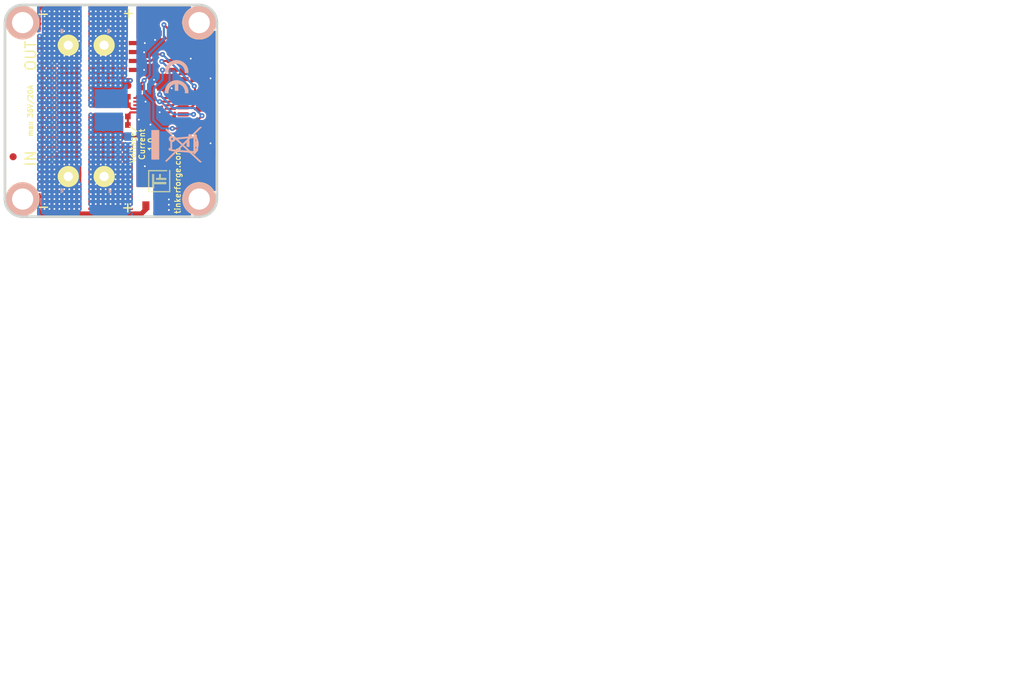
<source format=kicad_pcb>
(kicad_pcb (version 20221018) (generator pcbnew)
  (title_block (title "Current12 Bricklet") (date "21 jan 2013") (rev "1.0") (company "Tinkerforge GmbH") (comment 1 "Licensed under CERN OHL v.1.1") (comment 2 "Copyright (©) 2011, B.Nordmeyer <bastian@tinkerforge.com>"))
  (layers (0 "F.Cu" signal "Vorderseite") (31 "B.Cu" signal "Rückseite") (34 "B.Paste" user) (35 "F.Paste" user) (36 "B.SilkS" user "B.Silkscreen") (37 "F.SilkS" user "F.Silkscreen") (38 "B.Mask" user) (39 "F.Mask" user) (44 "Edge.Cuts" user))
  (net 0 "")
  (net 1 "Alert")
  (net 2 "GND")
  (net 3 "N-000014")
  (net 4 "N-000015")
  (net 5 "N-000016")
  (net 6 "SCL")
  (net 7 "SDA")
  (net 8 "VCC")
  (net 9 "Net-(C3-Pad1)")
  (net 10 "Net-(C3-Pad2)")
  (net 11 "Net-(P1-Pad1)")
  (net 12 "Net-(P1-Pad6)")
  (net 13 "Net-(P1-Pad7)")
  (net 14 "Net-(P1-Pad9)")
  (net 15 "Net-(P1-Pad10)")
  (net 16 "Net-(P2-Pad1)")
  (net 17 "Net-(P2-Pad2)")
  (net 18 "Net-(P3-Pad2)")
  (net 19 "Net-(U1-Pad7)")
  (footprint "kicad-libraries:Logo_31x31" (layer "F.Cu") (at 156.74848 93.25102 90)
    (fp_text reference "G***" hide)
    (fp_text value "Logo_31x31" hide)
  )
  (footprint "kicad-libraries:Fiducial_Mark" (layer "F.Cu") (at 137.65022 88.2015)
    (fp_text reference "Fiducial_Mark" hide)
    (fp_text value "VAL**" hide)
  )
  (footprint "kicad-libraries:Fiducial_Mark" (layer "F.Cu") (at 160.50006 68.69938)
    (fp_text reference "Fiducial_Mark" hide)
    (fp_text value "VAL**" hide)
  )
  (footprint "kicad-libraries:Fiducial_Mark" (layer "F.Cu") (at 163.20008 89.04986)
    (fp_text reference "Fiducial_Mark" hide)
    (fp_text value "VAL**" hide)
  )
  (footprint "C0603" (layer "F.Cu") (at 159.10052 70.7009 180)
    (fp_text reference "C1")
    (fp_text value "100nF")
  )
  (footprint "C0603" (layer "F.Cu") (at 156.49956 78.39964 180)
    (fp_text reference "C2")
    (fp_text value "100nF")
  )
  (footprint "C0603" (layer "F.Cu") (at 153.8986 81.6991 -90)
    (fp_text reference "C3")
    (fp_text value "100nF")
  )
  (footprint "CON-SENSOR" (layer "F.Cu") (at 166.49954 81.6991 90)
    (fp_text reference "P1")
    (fp_text value "CON-SENSOR")
  )
  (footprint "R0603" (layer "F.Cu") (at 153.8986 84.50072 -90)
    (fp_text reference "R1")
    (fp_text value "10")
  )
  (footprint "R0603" (layer "F.Cu") (at 153.8986 78.90002 90)
    (fp_text reference "R2")
    (fp_text value "10")
  )
  (footprint "R0805" (layer "F.Cu") (at 157.44952 95.15094)
    (fp_text reference "R4")
    (fp_text value "0")
  )
  (footprint "SOIC8" (layer "F.Cu") (at 157.50032 74.00036 -90)
    (fp_text reference "U1")
    (fp_text value "M24C64")
  )
  (footprint "MSOP10-0.5" (layer "F.Cu") (at 157.39872 80.90154 90)
    (fp_text reference "U2")
    (fp_text value "INA226")
  )
  (footprint "DRILL_NP" (layer "F.Cu") (at 164.00018 69.19976 180)
    (fp_text reference "U3" hide)
    (fp_text value "DRILL" hide)
  )
  (footprint "DRILL_NP" (layer "F.Cu") (at 164.00018 94.20098 -90)
    (fp_text reference "U4" hide)
    (fp_text value "DRILL" hide)
  )
  (footprint "DRILL_NP" (layer "F.Cu") (at 138.99896 94.20098)
    (fp_text reference "U5" hide)
    (fp_text value "DRILL" hide)
  )
  (footprint "DRILL_NP" (layer "F.Cu") (at 138.99896 69.19976 90)
    (fp_text reference "U6" hide)
    (fp_text value "DRILL" hide)
  )
  (footprint "R2512" (layer "F.Cu") (at 151.09952 81.6991 -90)
    (fp_text reference "R3")
    (fp_text value "4m")
  )
  (footprint "AKL_5_2_508_black" (layer "F.Cu") (at 148.00072 91.00058 180)
    (fp_text reference "P2")
    (fp_text value "Input")
  )
  (footprint "AKL_5_2_508_black" (layer "F.Cu") (at 148.00072 72.40016)
    (fp_text reference "P3")
    (fp_text value "Output")
  )
  (footprint "kicad-libraries:WEEE_7mm" (layer "B.Cu") (at 160.8 86.5 90)
    (fp_text reference "VAL" hide)
    (fp_text value "WEEE_7mm" hide)
  )
  (footprint "kicad-libraries:CE_5mm" (layer "B.Cu") (at 160.8 76.9 -90)
    (fp_text reference "VAL" hide)
    (fp_text value "CE_5mm" hide)
  )
  (footprint "SOLDER_PAD" (layer "B.Cu") (at 151.39924 92.99956 -90)
    (fp_text reference "P4")
    (fp_text value "TST")
  )
  (footprint "SOLDER_PAD" (layer "B.Cu") (at 144.59966 70.40118 90)
    (fp_text reference "P5")
    (fp_text value "TST")
  )
  (footprint "SOLDER_PAD" (layer "B.Cu") (at 151.19858 70.40118 90)
    (fp_text reference "P6")
    (fp_text value "TST")
  )
  (footprint "SOLDER_PAD" (layer "B.Cu") (at 144.59966 92.99956 90)
    (fp_text reference "P7")
    (fp_text value "TST")
  )
  (gr_arc (start 164 66.7) (mid 165.767767 67.432233) (end 166.5 69.2) (stroke (width 0.381)) (layer "Edge.Cuts"))
  (gr_arc (start 136.5 69.2) (mid 137.232233 67.432233) (end 139 66.7) (stroke (width 0.381)) (layer "Edge.Cuts"))
  (gr_line (start 136.5 94.2) (end 136.5 69.2) (stroke (width 0.381)) (layer "Edge.Cuts"))
  (gr_line (start 164 96.7) (end 139 96.7) (stroke (width 0.381)) (layer "Edge.Cuts"))
  (gr_line (start 139 66.7) (end 164 66.7) (stroke (width 0.381)) (layer "Edge.Cuts"))
  (gr_arc (start 166.5 94.2) (mid 165.767767 95.967767) (end 164 96.7) (stroke (width 0.381)) (layer "Edge.Cuts"))
  (gr_arc (start 139 96.7) (mid 137.232233 95.967767) (end 136.5 94.2) (stroke (width 0.381)) (layer "Edge.Cuts"))
  (gr_line (start 166.5 69.2) (end 166.5 94.2) (stroke (width 0.381)) (layer "Edge.Cuts"))
  (gr_text "max 36V/20A" (at 140.1 81.7 90) (layer "F.SilkS") (effects (font (size 0.7 0.7))))
  (gr_text "-" (at 141.89964 67.89928) (layer "F.SilkS") (effects (font (size 1.50114 1.524) (thickness 0.20066))))
  (gr_text "Voltage/\nCurrent\n1.0" (at 155.90012 86.45144 90) (layer "F.SilkS") (effects (font (size 0.8001 0.8001) (thickness 0.14986))))
  (gr_text "+" (at 154.0002 95.45066 270) (layer "F.SilkS") (effects (font (size 1.50114 1.50114) (thickness 0.20066))))
  (gr_text "IN" (at 140.14958 88.45042 90) (layer "F.SilkS") (effects (font (size 1.50114 1.50114) (thickness 0.20066))))
  (gr_text "tinkerforge.com" (at 160.94964 91.60002 90) (layer "F.SilkS") (effects (font (size 0.8001 0.8001) (thickness 0.14986))))
  (gr_text "+" (at 154.09926 67.89928 270) (layer "F.SilkS") (effects (font (size 1.50114 1.50114) (thickness 0.20066))))
  (gr_text "OUT" (at 140.14958 73.9013 90) (layer "F.SilkS") (effects (font (size 1.50114 1.50114) (thickness 0.20066))))
  (gr_text "-" (at 141.95044 95.25) (layer "F.SilkS") (effects (font (size 1.50114 1.50114) (thickness 0.20066))))
  (segment (start 160.2994 80.90154) (end 160.50006 80.70088) (width 0.29972) (layer "F.Cu") (net 1))
  (segment (start 159.62122 80.90154) (end 160.2994 80.90154) (width 0.29972) (layer "F.Cu") (net 1))
  (segment (start 160.80232 79.19974) (end 161.72434 79.19974) (width 0.29972) (layer "F.Cu") (net 1))
  (segment (start 160.50006 79.502) (end 160.80232 79.19974) (width 0.29972) (layer "F.Cu") (net 1))
  (segment (start 160.50006 80.70088) (end 160.50006 79.502) (width 0.29972) (layer "F.Cu") (net 1))
  (segment (start 158.30042 70.7009) (end 158.30042 71.09968) (width 0.29972) (layer "F.Cu") (net 2))
  (segment (start 156.39288 80.39354) (end 156.4005 80.40116) (width 0.29972) (layer "F.Cu") (net 2))
  (segment (start 158.41726 81.91754) (end 158.39948 81.89976) (width 0.29972) (layer "F.Cu") (net 2))
  (segment (start 159.69996 93.20022) (end 159.69996 94.24924) (width 0.29972) (layer "F.Cu") (net 2))
  (segment (start 158.49854 95.15094) (end 158.45028 95.15094) (width 0.70104) (layer "F.Cu") (net 2))
  (segment (start 156.29636 72.0979) (end 154.80284 72.0979) (width 0.29972) (layer "F.Cu") (net 2))
  (segment (start 158.50108 94.09938) (end 159.69996 94.24924) (width 0.29972) (layer "F.Cu") (net 2))
  (segment (start 159.69996 95.00108) (end 158.6484 95.00108) (width 0.70104) (layer "F.Cu") (net 2))
  (segment (start 158.89732 77.29982) (end 160.09874 78.50124) (width 0.29972) (layer "F.Cu") (net 2))
  (segment (start 156.29636 72.0979) (end 156.2989 72.10044) (width 0.29972) (layer "F.Cu") (net 2))
  (segment (start 159.69996 94.24924) (end 159.69996 95.00108) (width 0.29972) (layer "F.Cu") (net 2))
  (segment (start 159.62122 81.91754) (end 158.41726 81.91754) (width 0.29972) (layer "F.Cu") (net 2))
  (segment (start 165.60038 77.09916) (end 165.60038 75.90028) (width 0.29972) (layer "F.Cu") (net 2))
  (segment (start 160.2994 85.19922) (end 161.72434 85.19922) (width 0.29972) (layer "F.Cu") (net 2))
  (segment (start 156.39288 80.39354) (end 155.17622 80.39354) (width 0.29972) (layer "F.Cu") (net 2))
  (segment (start 156.16682 73.3679) (end 156.19984 73.40092) (width 0.29972) (layer "F.Cu") (net 2))
  (segment (start 163.09848 85.19922) (end 161.72434 85.19922) (width 0.29972) (layer "F.Cu") (net 2))
  (segment (start 157.59938 77.29982) (end 158.89732 77.29982) (width 0.29972) (layer "F.Cu") (net 2))
  (segment (start 158.30042 71.09968) (end 157.74924 71.65086) (width 0.29972) (layer "F.Cu") (net 2))
  (segment (start 157.29966 78.39964) (end 157.29966 77.59954) (width 0.29972) (layer "F.Cu") (net 2))
  (segment (start 154.80284 73.3679) (end 156.16682 73.3679) (width 0.29972) (layer "F.Cu") (net 2))
  (segment (start 165.60038 87.49792) (end 165.60038 86.30158) (width 0.29972) (layer "F.Cu") (net 2))
  (segment (start 157.29966 77.59954) (end 157.59938 77.29982) (width 0.29972) (layer "F.Cu") (net 2))
  (segment (start 158.6484 95.00108) (end 158.49854 95.15094) (width 0.70104) (layer "F.Cu") (net 2))
  (segment (start 156.1973 75.90282) (end 154.80284 75.90282) (width 0.29972) (layer "F.Cu") (net 2))
  (segment (start 159.69996 95.00108) (end 159.69996 95.75038) (width 0.70104) (layer "F.Cu") (net 2))
  (segment (start 156.1973 75.90282) (end 156.19984 75.90028) (width 0.29972) (layer "F.Cu") (net 2))
  (via (at 156.19984 73.40092) (size 0.70104) (drill 0.24892) (layers "F.Cu" "B.Cu") (net 2))
  (via (at 156.4005 80.40116) (size 0.70104) (drill 0.24892) (layers "F.Cu" "B.Cu") (net 2))
  (via (at 160.2994 85.19922) (size 0.70104) (drill 0.24892) (layers "F.Cu" "B.Cu") (net 2))
  (via (at 159.69996 94.24924) (size 0.70104) (drill 0.24892) (layers "F.Cu" "B.Cu") (net 2))
  (via (at 156.19984 75.90028) (size 0.70104) (drill 0.24892) (layers "F.Cu" "B.Cu") (net 2))
  (via (at 157.099 83.64982) (size 0.70104) (drill 0.24892) (layers "F.Cu" "B.Cu") (net 2))
  (via (at 157.74924 71.65086) (size 0.70104) (drill 0.24892) (layers "F.Cu" "B.Cu") (net 2))
  (via (at 159.69996 95.75038) (size 0.70104) (drill 0.24892) (layers "F.Cu" "B.Cu") (net 2))
  (via (at 157.59938 77.29982) (size 0.70104) (drill 0.24892) (layers "F.Cu" "B.Cu") (net 2))
  (via (at 165.60038 77.09916) (size 0.70104) (drill 0.24892) (layers "F.Cu" "B.Cu") (net 2))
  (via (at 156.2989 72.10044) (size 0.70104) (drill 0.24892) (layers "F.Cu" "B.Cu") (net 2))
  (via (at 163.09848 85.19922) (size 0.70104) (drill 0.24892) (layers "F.Cu" "B.Cu") (net 2))
  (via (at 155.45054 82.95132) (size 0.70104) (drill 0.24892) (layers "F.Cu" "B.Cu") (net 2))
  (via (at 165.60038 86.30158) (size 0.70104) (drill 0.24892) (layers "F.Cu" "B.Cu") (net 2))
  (via (at 162.79876 74.30008) (size 0.70104) (drill 0.24892) (layers "F.Cu" "B.Cu") (net 2))
  (via (at 160.09874 78.50124) (size 0.70104) (drill 0.24892) (layers "F.Cu" "B.Cu") (net 2))
  (via (at 159.69996 95.00108) (size 0.70104) (drill 0.24892) (layers "F.Cu" "B.Cu") (net 2))
  (via (at 158.39948 81.89976) (size 0.70104) (drill 0.24892) (layers "F.Cu" "B.Cu") (net 2))
  (via (at 156.2989 89.55024) (size 0.70104) (drill 0.24892) (layers "F.Cu" "B.Cu") (net 2))
  (segment (start 158.60014 81.89976) (end 159.80156 83.10118) (width 0.29972) (layer "B.Cu") (net 2))
  (segment (start 156.89834 84.201) (end 157.89656 85.19922) (width 0.29972) (layer "B.Cu") (net 2))
  (segment (start 157.89656 85.19922) (end 160.2994 85.19922) (width 0.29972) (layer "B.Cu") (net 2))
  (segment (start 157.59938 77.29982) (end 157.59938 73.70064) (width 0.29972) (layer "B.Cu") (net 2))
  (segment (start 159.50184 68.20154) (end 161.19856 69.89826) (width 0.29972) (layer "B.Cu") (net 2))
  (segment (start 162.79876 74.29754) (end 162.79876 74.30008) (width 0.29972) (layer "B.Cu") (net 2))
  (segment (start 156.39796 84.59978) (end 155.45054 82.95132) (width 0.29972) (layer "B.Cu") (net 2))
  (segment (start 156.2989 72.10044) (end 156.2989 71.80072) (width 0.29972) (layer "B.Cu") (net 2))
  (segment (start 157.1498 71.65086) (end 156.79928 71.30034) (width 0.29972) (layer "B.Cu") (net 2))
  (segment (start 156.19984 75.90028) (end 156.19984 76.29906) (width 0.29972) (layer "B.Cu") (net 2))
  (segment (start 156.19984 73.40092) (end 156.19984 75.90028) (width 0.29972) (layer "B.Cu") (net 2))
  (segment (start 156.89834 80.90154) (end 156.89834 84.201) (width 0.29972) (layer "B.Cu") (net 2))
  (segment (start 160.2994 85.19922) (end 160.2994 85.54974) (width 0.29972) (layer "B.Cu") (net 2))
  (segment (start 165.60038 77.09916) (end 165.60038 86.30158) (width 0.29972) (layer "B.Cu") (net 2))
  (segment (start 161.00044 83.10118) (end 163.09848 85.19922) (width 0.29972) (layer "B.Cu") (net 2))
  (segment (start 159.69996 93.20022) (end 159.69996 85.79866) (width 0.29972) (layer "B.Cu") (net 2))
  (segment (start 157.59938 73.70064) (end 158.60014 72.69988) (width 0.29972) (layer "B.Cu") (net 2))
  (segment (start 156.4005 80.40116) (end 156.4005 80.4037) (width 0.29972) (layer "B.Cu") (net 2))
  (segment (start 155.39974 77.09916) (end 155.39974 79.4004) (width 0.29972) (layer "B.Cu") (net 2))
  (segment (start 156.2989 73.30186) (end 156.2989 72.10044) (width 0.29972) (layer "B.Cu") (net 2))
  (segment (start 157.39872 70.7009) (end 157.39872 69.19976) (width 0.29972) (layer "B.Cu") (net 2))
  (segment (start 159.69996 85.79866) (end 160.2994 85.19922) (width 0.29972) (layer "B.Cu") (net 2))
  (segment (start 159.80156 83.10118) (end 161.00044 83.10118) (width 0.29972) (layer "B.Cu") (net 2))
  (segment (start 164.49802 85.19922) (end 165.60038 86.30158) (width 0.29972) (layer "B.Cu") (net 2))
  (segment (start 156.19984 76.29906) (end 155.39974 77.09916) (width 0.29972) (layer "B.Cu") (net 2))
  (segment (start 158.39694 68.20154) (end 159.50184 68.20154) (width 0.29972) (layer "B.Cu") (net 2))
  (segment (start 163.09848 85.19922) (end 164.49802 85.19922) (width 0.29972) (layer "B.Cu") (net 2))
  (segment (start 158.60014 72.69988) (end 161.2011 72.69988) (width 0.29972) (layer "B.Cu") (net 2))
  (segment (start 156.79928 71.30034) (end 157.39872 70.7009) (width 0.29972) (layer "B.Cu") (net 2))
  (segment (start 155.39974 79.4004) (end 156.4005 80.40116) (width 0.29972) (layer "B.Cu") (net 2))
  (segment (start 156.2989 71.80072) (end 156.79928 71.30034) (width 0.29972) (layer "B.Cu") (net 2))
  (segment (start 156.19984 73.40092) (end 156.2989 73.30186) (width 0.29972) (layer "B.Cu") (net 2))
  (segment (start 161.2011 72.69988) (end 162.79876 74.29754) (width 0.29972) (layer "B.Cu") (net 2))
  (segment (start 157.74924 71.65086) (end 157.1498 71.65086) (width 0.29972) (layer "B.Cu") (net 2))
  (segment (start 156.89834 84.49818) (end 157.099 83.64982) (width 0.29972) (layer "B.Cu") (net 2))
  (segment (start 161.19856 72.69734) (end 161.2011 72.69988) (width 0.29972) (layer "B.Cu") (net 2))
  (segment (start 156.4005 80.4037) (end 156.89834 80.90154) (width 0.29972) (layer "B.Cu") (net 2))
  (segment (start 162.79876 74.29754) (end 165.60038 77.09916) (width 0.29972) (layer "B.Cu") (net 2))
  (segment (start 157.39872 69.19976) (end 158.39694 68.20154) (width 0.29972) (layer "B.Cu") (net 2))
  (segment (start 157.099 83.64982) (end 156.39796 84.59978) (width 0.29972) (layer "B.Cu") (net 2))
  (segment (start 156.89834 84.201) (end 156.89834 84.49818) (width 0.29972) (layer "B.Cu") (net 2))
  (segment (start 160.2994 85.54974) (end 156.2989 89.55024) (width 0.29972) (layer "B.Cu") (net 2))
  (segment (start 161.19856 69.89826) (end 161.19856 72.69734) (width 0.29972) (layer "B.Cu") (net 2))
  (segment (start 158.39948 81.89976) (end 158.60014 81.89976) (width 0.29972) (layer "B.Cu") (net 2))
  (segment (start 161.72434 83.20024) (end 163.59886 83.20024) (width 0.29972) (layer "F.Cu") (net 6))
  (segment (start 158.6992 74.7014) (end 158.76778 74.63282) (width 0.29972) (layer "F.Cu") (net 6))
  (segment (start 158.39948 79.4004) (end 158.88462 79.88554) (width 0.29972) (layer "F.Cu") (net 6))
  (segment (start 158.88462 79.88554) (end 159.62122 79.88554) (width 0.29972) (layer "F.Cu") (net 6))
  (segment (start 163.59886 83.20024) (end 164.39896 82.40014) (width 0.29972) (layer "F.Cu") (net 6))
  (segment (start 158.76778 74.63282) (end 160.1978 74.63282) (width 0.29972) (layer "F.Cu") (net 6))
  (via (at 164.39896 82.40014) (size 0.70104) (drill 0.24892) (layers "F.Cu" "B.Cu") (net 6))
  (via (at 158.39948 79.4004) (size 0.70104) (drill 0.24892) (layers "F.Cu" "B.Cu") (net 6))
  (via (at 158.6992 74.7014) (size 0.70104) (drill 0.24892) (layers "F.Cu" "B.Cu") (net 6))
  (segment (start 163.29914 81.30032) (end 160.2994 81.30032) (width 0.29972) (layer "B.Cu") (net 6))
  (segment (start 158.39948 78.90002) (end 159.79902 77.50048) (width 0.29972) (layer "B.Cu") (net 6))
  (segment (start 160.2994 81.30032) (end 158.39948 79.4004) (width 0.29972) (layer "B.Cu") (net 6))
  (segment (start 164.39896 82.40014) (end 163.29914 81.30032) (width 0.29972) (layer "B.Cu") (net 6))
  (segment (start 159.79902 75.80122) (end 158.6992 74.7014) (width 0.29972) (layer "B.Cu") (net 6))
  (segment (start 158.39948 79.4004) (end 158.39948 78.90002) (width 0.29972) (layer "B.Cu") (net 6))
  (segment (start 159.79902 77.50048) (end 159.79902 75.80122) (width 0.29972) (layer "B.Cu") (net 6))
  (segment (start 158.80334 75.90282) (end 160.1978 75.90282) (width 0.29972) (layer "F.Cu") (net 7))
  (segment (start 158.39948 80.40116) (end 158.4071 80.39354) (width 0.29972) (layer "F.Cu") (net 7))
  (segment (start 158.8008 75.90028) (end 158.80334 75.90282) (width 0.29972) (layer "F.Cu") (net 7))
  (segment (start 161.72434 82.19948) (end 163.20008 82.19948) (width 0.29972) (layer "F.Cu") (net 7))
  (segment (start 158.4071 80.39354) (end 159.62122 80.39354) (width 0.29972) (layer "F.Cu") (net 7))
  (via (at 158.39948 80.40116) (size 0.70104) (drill 0.24892) (layers "F.Cu" "B.Cu") (net 7))
  (via (at 158.8008 75.90028) (size 0.70104) (drill 0.24892) (layers "F.Cu" "B.Cu") (net 7))
  (via (at 163.20008 82.19948) (size 0.70104) (drill 0.24892) (layers "F.Cu" "B.Cu") (net 7))
  (segment (start 163.20008 82.19948) (end 160.39846 82.19948) (width 0.29972) (layer "B.Cu") (net 7))
  (segment (start 157.59938 79.80172) (end 157.59938 78.50124) (width 0.29972) (layer "B.Cu") (net 7))
  (segment (start 158.39948 80.40116) (end 158.19882 80.40116) (width 0.29972) (layer "B.Cu") (net 7))
  (segment (start 158.60014 80.40116) (end 158.39948 80.40116) (width 0.29972) (layer "B.Cu") (net 7))
  (segment (start 158.19882 80.40116) (end 157.59938 79.80172) (width 0.29972) (layer "B.Cu") (net 7))
  (segment (start 157.59938 78.50124) (end 158.8008 77.29982) (width 0.29972) (layer "B.Cu") (net 7))
  (segment (start 160.39846 82.19948) (end 158.60014 80.40116) (width 0.29972) (layer "B.Cu") (net 7))
  (segment (start 158.8008 77.29982) (end 158.8008 75.90028) (width 0.29972) (layer "B.Cu") (net 7))
  (segment (start 155.69946 77.9018) (end 156.19984 77.40142) (width 0.29972) (layer "F.Cu") (net 8))
  (segment (start 155.17622 79.62392) (end 155.69946 79.10068) (width 0.29972) (layer "F.Cu") (net 8))
  (segment (start 160.1978 70.99808) (end 159.90062 70.7009) (width 0.29972) (layer "F.Cu") (net 8))
  (segment (start 160.1978 72.0979) (end 160.1978 70.99808) (width 0.29972) (layer "F.Cu") (net 8))
  (segment (start 160.20288 84.19846) (end 161.72434 84.19846) (width 0.29972) (layer "F.Cu") (net 8))
  (segment (start 160.20034 84.201) (end 160.20288 84.19846) (width 0.29972) (layer "F.Cu") (net 8))
  (segment (start 155.69946 78.39964) (end 155.69946 77.9018) (width 0.29972) (layer "F.Cu") (net 8))
  (segment (start 159.90062 70.40118) (end 159.90062 70.7009) (width 0.29972) (layer "F.Cu") (net 8))
  (segment (start 155.69946 79.10068) (end 155.69946 78.39964) (width 0.29972) (layer "F.Cu") (net 8))
  (segment (start 159.90062 70.40118) (end 158.99892 69.49948) (width 0.29972) (layer "F.Cu") (net 8))
  (segment (start 155.17622 79.88554) (end 155.17622 79.62392) (width 0.29972) (layer "F.Cu") (net 8))
  (via (at 158.99892 69.49948) (size 0.70104) (drill 0.24892) (layers "F.Cu" "B.Cu") (net 8))
  (via (at 156.19984 77.40142) (size 0.70104) (drill 0.24892) (layers "F.Cu" "B.Cu") (net 8))
  (via (at 160.20034 84.201) (size 0.70104) (drill 0.24892) (layers "F.Cu" "B.Cu") (net 8))
  (segment (start 156.89834 74.19848) (end 156.89834 73.60158) (width 0.29972) (layer "B.Cu") (net 8))
  (segment (start 156.89834 73.60158) (end 158.99892 71.501) (width 0.29972) (layer "B.Cu") (net 8))
  (segment (start 157.50032 82.99958) (end 158.70174 84.201) (width 0.29972) (layer "B.Cu") (net 8))
  (segment (start 156.99994 76.60132) (end 156.99994 74.30008) (width 0.29972) (layer "B.Cu") (net 8))
  (segment (start 158.70174 84.201) (end 160.20034 84.201) (width 0.29972) (layer "B.Cu") (net 8))
  (segment (start 156.99994 74.30008) (end 156.89834 74.19848) (width 0.29972) (layer "B.Cu") (net 8))
  (segment (start 156.19984 79.11846) (end 157.50032 80.41894) (width 0.29972) (layer "B.Cu") (net 8))
  (segment (start 157.50032 80.41894) (end 157.50032 82.99958) (width 0.29972) (layer "B.Cu") (net 8))
  (segment (start 156.19984 77.40142) (end 156.99994 76.60132) (width 0.29972) (layer "B.Cu") (net 8))
  (segment (start 156.19984 77.40142) (end 156.19984 79.11846) (width 0.29972) (layer "B.Cu") (net 8))
  (segment (start 158.99892 71.501) (end 158.99892 69.49948) (width 0.29972) (layer "B.Cu") (net 8))
  (segment (start 154.40914 81.40954) (end 155.17622 81.40954) (width 0.29972) (layer "F.Cu") (net 9))
  (segment (start 153.8986 80.899) (end 154.40914 81.40954) (width 0.29972) (layer "F.Cu") (net 9))
  (segment (start 153.8986 79.70012) (end 153.8986 80.899) (width 0.29972) (layer "F.Cu") (net 9))
  (segment (start 155.17622 81.91754) (end 154.28214 81.91754) (width 0.29972) (layer "F.Cu") (net 10))
  (segment (start 153.8986 82.30108) (end 153.8986 83.70062) (width 0.29972) (layer "F.Cu") (net 10))
  (segment (start 154.28214 81.91754) (end 153.8986 82.30108) (width 0.29972) (layer "F.Cu") (net 10))
  (segment (start 158.09976 73.70064) (end 158.8008 73.70064) (width 0.29972) (layer "F.Cu") (net 12))
  (segment (start 160.58896 81.40954) (end 159.62122 81.40954) (width 0.29972) (layer "F.Cu") (net 12))
  (segment (start 160.79978 81.19872) (end 160.58896 81.40954) (width 0.29972) (layer "F.Cu") (net 12))
  (segment (start 157.16758 74.63282) (end 158.09976 73.70064) (width 0.29972) (layer "F.Cu") (net 12))
  (segment (start 163.40074 80.70088) (end 162.9029 81.19872) (width 0.29972) (layer "F.Cu") (net 12))
  (segment (start 163.29914 78.20152) (end 163.40074 78.30312) (width 0.29972) (layer "F.Cu") (net 12))
  (segment (start 162.9029 81.19872) (end 161.72434 81.19872) (width 0.29972) (layer "F.Cu") (net 12))
  (segment (start 161.72434 81.19872) (end 160.79978 81.19872) (width 0.29972) (layer "F.Cu") (net 12))
  (segment (start 154.80284 74.63282) (end 157.16758 74.63282) (width 0.29972) (layer "F.Cu") (net 12))
  (segment (start 163.40074 78.30312) (end 163.40074 80.70088) (width 0.29972) (layer "F.Cu") (net 12))
  (via (at 158.8008 73.70064) (size 0.70104) (drill 0.24892) (layers "F.Cu" "B.Cu") (net 12))
  (via (at 163.29914 78.20152) (size 0.70104) (drill 0.24892) (layers "F.Cu" "B.Cu") (net 12))
  (segment (start 163.29914 78.19898) (end 163.29914 78.20152) (width 0.29972) (layer "B.Cu") (net 12))
  (segment (start 158.8008 73.70064) (end 163.29914 78.19898) (width 0.29972) (layer "B.Cu") (net 12))
  (segment (start 153.8986 85.30082) (end 155.19908 85.30082) (width 0.29972) (layer "F.Cu") (net 16))
  (segment (start 148.64842 88.60028) (end 148.64842 89.30132) (width 0.70104) (layer "F.Cu") (net 16))
  (segment (start 148.64842 82.99958) (end 148.64842 82.30108) (width 0.70104) (layer "F.Cu") (net 16))
  (segment (start 152.84958 91.39936) (end 152.14854 91.39936) (width 0.70104) (layer "F.Cu") (net 16))
  (segment (start 149.75078 84.35086) (end 149.1488 83.74888) (width 0.70104) (layer "F.Cu") (net 16))
  (segment (start 149.34946 89.25052) (end 148.95068 89.6493) (width 0.70104) (layer "F.Cu") (net 16))
  (segment (start 152.84958 87.89924) (end 152.84958 88.60028) (width 0.70104) (layer "F.Cu") (net 16))
  (segment (start 154.24912 90.70086) (end 154.24912 91.39936) (width 0.70104) (layer "F.Cu") (net 16))
  (segment (start 154.24912 86.4997) (end 154.24912 87.20074) (width 0.70104) (layer "F.Cu") (net 16))
  (segment (start 150.50008 84.35086) (end 149.75078 84.35086) (width 0.70104) (layer "F.Cu") (net 16))
  (segment (start 149.34946 88.60028) (end 148.64842 87.89924) (width 0.70104) (layer "F.Cu") (net 16))
  (segment (start 148.64842 85.10016) (end 149.34946 85.10016) (width 0.70104) (layer "F.Cu") (net 16))
  (segment (start 153.55062 88.60028) (end 153.55062 89.30132) (width 0.70104) (layer "F.Cu") (net 16))
  (segment (start 148.64842 85.8012) (end 148.64842 85.10016) (width 0.70104) (layer "F.Cu") (net 16))
  (segment (start 153.55062 87.20074) (end 153.55062 87.89924) (width 0.70104) (layer "F.Cu") (net 16))
  (segment (start 148.64842 94.20098) (end 148.64842 94.89948) (width 0.70104) (layer "F.Cu") (net 16))
  (segment (start 152.14854 93.49994) (end 152.84958 93.49994) (width 0.70104) (layer "F.Cu") (net 16))
  (segment (start 148.64842 84.39912) (end 148.64842 83.70062) (width 0.70104) (layer "F.Cu") (net 16))
  (segment (start 148.95068 89.6493) (end 148.95068 90.75166) (width 0.70104) (layer "F.Cu") (net 16))
  (segment (start 150.50008 84.45754) (end 151.09952 83.8581) (width 2.99974) (layer "F.Cu") (net 16))
  (segment (start 152.54224 85.30082) (end 151.09952 83.8581) (width 1.00076) (layer "F.Cu") (net 16))
  (segment (start 149.34946 88.60028) (end 149.34946 89.25052) (width 0.70104) (layer "F.Cu") (net 16))
  (segment (start 153.55062 89.99982) (end 153.55062 90.70086) (width 0.70104) (layer "F.Cu") (net 16))
  (segment (start 154.24912 92.1004) (end 154.24912 92.80144) (width 0.70104) (layer "F.Cu") (net 16))
  (segment (start 156.19984 81.30032) (end 155.80106 80.90154) (width 0.29972) (layer "F.Cu") (net 16))
  (segment (start 150.50008 90.20048) (end 150.50008 89.30132) (width 2.99974) (layer "F.Cu") (net 16))
  (segment (start 152.14854 89.30132) (end 151.45004 89.30132) (width 0.70104) (layer "F.Cu") (net 16))
  (segment (start 152.90038 82.55) (end 152.90038 85.19922) (width 0.70104) (layer "F.Cu") (net 16))
  (segment (start 150.50008 90.20048) (end 150.50008 89.7509) (width 0.70104) (layer "F.Cu") (net 16))
  (segment (start 152.84958 86.4997) (end 152.84958 87.20074) (width 0.70104) (layer "F.Cu") (net 16))
  (segment (start 150.0505 94.20098) (end 149.34946 94.20098) (width 0.70104) (layer "F.Cu") (net 16))
  (segment (start 152.84958 89.99982) (end 152.84958 90.70086) (width 0.70104) (layer "F.Cu") (net 16))
  (segment (start 150.749 89.30132) (end 150.0505 89.30132) (width 0.70104) (layer "F.Cu") (net 16))
  (segment (start 151.45004 92.80144) (end 150.749 92.80144) (width 0.70104) (layer "F.Cu") (net 16))
  (segment (start 152.2984 91.2495) (end 152.14854 91.39936) (width 1.50114) (layer "F.Cu") (net 16))
  (segment (start 148.95068 90.75166) (end 149.8981 91.69908) (width 0.70104) (layer "F.Cu") (net 16))
  (segment (start 150.0505 87.89924) (end 150.749 87.89924) (width 0.70104) (layer "F.Cu") (net 16))
  (segment (start 152.69972 82.34934) (end 152.90038 82.55) (width 0.70104) (layer "F.Cu") (net 16))
  (segment (start 149.8981 91.69908) (end 151.25192 91.69908) (width 0.70104) (layer "F.Cu") (net 16))
  (segment (start 152.04948 90.90152) (end 152.04948 89.60104) (width 0.70104) (layer "F.Cu") (net 16))
  (segment (start 148.64842 92.1004) (end 149.34946 92.1004) (width 0.70104) (layer "F.Cu") (net 16))
  (segment (start 149.9997 92.25026) (end 151.29764 92.25026) (width 1.50114) (layer "F.Cu") (net 16))
  (segment (start 152.84958 94.20098) (end 152.14854 94.20098) (width 0.70104) (layer "F.Cu") (net 16))
  (segment (start 149.34946 93.49994) (end 150.0505 93.49994) (width 0.70104) (layer "F.Cu") (net 16))
  (segment (start 149.1488 83.74888) (end 149.1488 82.3976) (width 0.70104) (layer "F.Cu") (net 16))
  (segment (start 154.24912 93.49994) (end 154.24912 94.20098) (width 0.70104) (layer "F.Cu") (net 16))
  (segment (start 152.14854 90.70086) (end 152.14854 89.99982) (width 0.70104) (layer "F.Cu") (net 16))
  (segment (start 150.0505 92.80144) (end 149.34946 92.80144) (width 0.70104) (layer "F.Cu") (net 16))
  (segment (start 151.45004 87.89924) (end 152.14854 87.89924) (width 0.70104) (layer "F.Cu") (net 16))
  (segment (start 150.50008 89.30132) (end 150.50008 89.55024) (width 2.99974) (layer "F.Cu") (net 16))
  (segment (start 152.14854 87.20074) (end 151.45004 87.20074) (width 0.70104) (layer "F.Cu") (net 16))
  (segment (start 150.50008 89.55024) (end 150.50008 84.35086) (width 2.99974) (layer "F.Cu") (net 16))
  (segment (start 152.14854 94.89948) (end 152.84958 94.89948) (width 0.70104) (layer "F.Cu") (net 16))
  (segment (start 149.2504 90.84818) (end 149.2504 91.50096) (width 1.50114) (layer "F.Cu") (net 16))
  (segment (start 148.64842 87.20074) (end 148.64842 86.4997) (width 0.70104) (layer "F.Cu") (net 16))
  (segment (start 150.749 93.49994) (end 151.45004 93.49994) (width 0.70104) (layer "F.Cu") (net 16))
  (segment (start 152.14854 89.30132) (end 152.84958 89.30132) (width 0.70104) (layer "F.Cu") (net 16))
  (segment (start 156.19984 84.30006) (end 156.19984 81.30032) (width 0.29972) (layer "F.Cu") (net 16))
  (segment (start 152.14854 92.1004) (end 151.45004 92.1004) (width 0.70104) (layer "F.Cu") (net 16))
  (segment (start 152.84958 85.10016) (end 152.84958 85.8012) (width 0.70104) (layer "F.Cu") (net 16))
  (segment (start 148.64842 89.99982) (end 148.64842 90.70086) (width 0.70104) (layer "F.Cu") (net 16))
  (segment (start 154.24912 89.30132) (end 154.24912 89.99982) (width 0.70104) (layer "F.Cu") (net 16))
  (segment (start 151.45004 85.10016) (end 152.14854 85.10016) (width 0.70104) (layer "F.Cu") (net 16))
  (segment (start 152.84958 92.1004) (end 153.55062 92.1004) (width 0.70104) (layer "F.Cu") (net 16))
  (segment (start 155.80106 80.90154) (end 155.17622 80.90154) (width 0.29972) (layer "F.Cu") (net 16))
  (segment (start 152.84958 92.80144) (end 152.14854 92.80144) (width 0.70104) (layer "F.Cu") (net 16))
  (segment (start 150.50008 89.5985) (end 149.2504 90.84818) (width 1.50114) (layer "F.Cu") (net 16))
  (segment (start 152.14854 88.60028) (end 151.45004 88.60028) (width 0.70104) (layer "F.Cu") (net 16))
  (segment (start 149.34946 87.20074) (end 149.34946 87.89924) (width 0.70104) (layer "F.Cu") (net 16))
  (segment (start 155.19908 85.30082) (end 156.19984 84.30006) (width 0.29972) (layer "F.Cu") (net 16))
  (segment (start 149.19706 82.34934) (end 152.69972 82.34934) (width 0.70104) (layer "F.Cu") (net 16))
  (segment (start 150.749 94.89948) (end 151.45004 94.89948) (width 0.70104) (layer "F.Cu") (net 16))
  (segment (start 150.749 87.20074) (end 150.0505 87.20074) (width 0.70104) (layer "F.Cu") (net 16))
  (segment (start 150.50008 89.55024) (end 150.50008 89.5985) (width 1.50114) (layer "F.Cu") (net 16))
  (segment (start 150.0505 92.1004) (end 150.749 92.1004) (width 0.70104) (layer "F.Cu") (net 16))
  (segment (start 149.34946 94.89948) (end 150.0505 94.89948) (width 0.70104) (layer "F.Cu") (net 16))
  (segment (start 151.29764 92.25026) (end 152.2984 91.2495) (width 1.50114) (layer "F.Cu") (net 16))
  (segment (start 154.24912 87.89924) (end 154.24912 88.60028) (width 0.70104) (layer "F.Cu") (net 16))
  (segment (start 152.90038 85.19922) (end 151.09952 83.8581) (width 0.70104) (layer "F.Cu") (net 16))
  (segment (start 152.14854 85.8012) (end 151.45004 85.8012) (width 0.70104) (layer "F.Cu") (net 16))
  (segment (start 151.45004 94.20098) (end 150.749 94.20098) (width 0.70104) (layer "F.Cu") (net 16))
  (segment (start 148.64842 92.80144) (end 148.64842 93.49994) (width 0.70104) (layer "F.Cu") (net 16))
  (segment (start 151.45004 92.1004) (end 152.14854 92.1004) (width 0.70104) (layer "F.Cu") (net 16))
  (segment (start 149.34946 85.8012) (end 149.34946 86.4997) (width 0.70104) (layer "F.Cu") (net 16))
  (segment (start 150.0505 86.4997) (end 150.749 86.4997) (width 0.70104) (layer "F.Cu") (net 16))
  (segment (start 152.84958 86.4997) (end 153.55062 86.4997) (width 0.70104) (layer "F.Cu") (net 16))
  (segment (start 149.34946 89.30132) (end 150.50008 89.30132) (width 0.70104) (layer "F.Cu") (net 16))
  (segment (start 150.50008 89.7509) (end 149.34946 88.60028) (width 0.70104) (layer "F.Cu") (net 16))
  (segment (start 149.1488 82.3976) (end 149.19706 82.34934) (width 0.70104) (layer "F.Cu") (net 16))
  (segment (start 148.64842 91.39936) (end 148.64842 92.1004) (width 0.70104) (layer "F.Cu") (net 16))
  (segment (start 152.04948 89.60104) (end 152.14854 89.30132) (width 0.70104) (layer "F.Cu") (net 16))
  (segment (start 151.45004 86.4997) (end 152.14854 86.4997) (width 0.70104) (layer "F.Cu") (net 16))
  (segment (start 149.2504 91.50096) (end 149.9997 92.25026) (width 1.50114) (layer "F.Cu") (net 16))
  (segment (start 153.55062 94.89948) (end 153.55062 94.20098) (width 0.70104) (layer "F.Cu") (net 16))
  (segment (start 151.25192 91.69908) (end 152.04948 90.90152) (width 0.70104) (layer "F.Cu") (net 16))
  (segment (start 153.55062 93.49994) (end 153.55062 92.80144) (width 0.70104) (layer "F.Cu") (net 16))
  (segment (start 150.0505 88.60028) (end 150.749 88.60028) (width 0.70104) (layer "F.Cu") (net 16))
  (segment (start 150.50008 84.35086) (end 150.50008 84.45754) (width 2.99974) (layer "F.Cu") (net 16))
  (segment (start 150.749 85.8012) (end 150.0505 85.8012) (width 0.70104) (layer "F.Cu") (net 16))
  (segment (start 153.8986 85.30082) (end 152.54224 85.30082) (width 1.00076) (layer "F.Cu") (net 16))
  (segment (start 150.0505 85.10016) (end 150.749 85.10016) (width 0.70104) (layer "F.Cu") (net 16))
  (via (at 150.0505 92.80144) (size 0.70104) (drill 0.24892) (layers "F.Cu" "B.Cu") (net 16))
  (via (at 149.34946 94.20098) (size 0.70104) (drill 0.24892) (layers "F.Cu" "B.Cu") (net 16))
  (via (at 153.55062 92.1004) (size 0.70104) (drill 0.24892) (layers "F.Cu" "B.Cu") (net 16))
  (via (at 148.64842 93.49994) (size 0.70104) (drill 0.24892) (layers "F.Cu" "B.Cu") (net 16))
  (via (at 150.0505 87.89924) (size 0.70104) (drill 0.24892) (layers "F.Cu" "B.Cu") (net 16))
  (via (at 153.55062 86.4997) (size 0.70104) (drill 0.24892) (layers "F.Cu" "B.Cu") (net 16))
  (via (at 150.0505 85.8012) (size 0.70104) (drill 0.24892) (layers "F.Cu" "B.Cu") (net 16))
  (via (at 148.64842 89.30132) (size 0.70104) (drill 0.24892) (layers "F.Cu" "B.Cu") (net 16))
  (via (at 152.14854 86.4997) (size 0.70104) (drill 0.24892) (layers "F.Cu" "B.Cu") (net 16))
  (via (at 150.0505 85.10016) (size 0.70104) (drill 0.24892) (layers "F.Cu" "B.Cu") (net 16))
  (via (at 148.64842 83.70062) (size 0.70104) (drill 0.24892) (layers "F.Cu" "B.Cu") (net 16))
  (via (at 153.55062 91.39936) (size 0.70104) (drill 0.24892) (layers "F.Cu" "B.Cu") (net 16))
  (via (at 150.749 87.89924) (size 0.70104) (drill 0.24892) (layers "F.Cu" "B.Cu") (net 16))
  (via (at 150.0505 94.89948) (size 0.70104) (drill 0.24892) (layers "F.Cu" "B.Cu") (net 16))
  (via (at 148.64842 85.10016) (size 0.70104) (drill 0.24892) (layers "F.Cu" "B.Cu") (net 16))
  (via (at 152.14854 94.20098) (size 0.70104) (drill 0.24892) (layers "F.Cu" "B.Cu") (net 16))
  (via (at 154.24912 90.70086) (size 0.70104) (drill 0.24892) (layers "F.Cu" "B.Cu") (net 16))
  (via (at 148.64842 87.20074) (size 0.70104) (drill 0.24892) (layers "F.Cu" "B.Cu") (net 16))
  (via (at 150.0505 86.4997) (size 0.70104) (drill 0.24892) (layers "F.Cu" "B.Cu") (net 16))
  (via (at 152.14854 94.89948) (size 0.70104) (drill 0.24892) (layers "F.Cu" "B.Cu") (net 16))
  (via (at 148.64842 84.39912) (size 0.70104) (drill 0.24892) (layers "F.Cu" "B.Cu") (net 16))
  (via (at 150.749 92.80144) (size 0.70104) (drill 0.24892) (layers "F.Cu" "B.Cu") (net 16))
  (via (at 153.55062 93.49994) (size 0.70104) (drill 0.24892) (layers "F.Cu" "B.Cu") (net 16))
  (via (at 152.84958 90.70086) (size 0.70104) (drill 0.24892) (layers "F.Cu" "B.Cu") (net 16))
  (via (at 154.24912 91.39936) (size 0.70104) (drill 0.24892) (layers "F.Cu" "B.Cu") (net 16))
  (via (at 148.64842 86.4997) (size 0.70104) (drill 0.24892) (layers "F.Cu" "B.Cu") (net 16))
  (via (at 150.749 85.10016) (size 0.70104) (drill 0.24892) (layers "F.Cu" "B.Cu") (net 16))
  (via (at 148.64842 87.89924) (size 0.70104) (drill 0.24892) (layers "F.Cu" "B.Cu") (net 16))
  (via (at 153.55062 90.70086) (size 0.70104) (drill 0.24892) (layers "F.Cu" "B.Cu") (net 16))
  (via (at 152.14854 88.60028) (size 0.70104) (drill 0.24892) (layers "F.Cu" "B.Cu") (net 16))
  (via (at 152.84958 89.99982) (size 0.70104) (drill 0.24892) (layers "F.Cu" "B.Cu") (net 16))
  (via (at 151.45004 92.1004) (size 0.70104) (drill 0.24892) (layers "F.Cu" "B.Cu") (net 16))
  (via (at 152.14854 89.99982) (size 0.70104) (drill 0.24892) (layers "F.Cu" "B.Cu") (net 16))
  (via (at 149.34946 88.60028) (size 0.70104) (drill 0.24892) (layers "F.Cu" "B.Cu") (net 16))
  (via (at 151.45004 89.30132) (size 0.70104) (drill 0.24892) (layers "F.Cu" "B.Cu") (net 16))
  (via (at 152.84958 87.89924) (size 0.70104) (drill 0.24892) (layers "F.Cu" "B.Cu") (net 16))
  (via (at 148.64842 85.8012) (size 0.70104) (drill 0.24892) (layers "F.Cu" "B.Cu") (net 16))
  (via (at 149.34946 85.8012) (size 0.70104) (drill 0.24892) (layers "F.Cu" "B.Cu") (net 16))
  (via (at 152.14854 87.89924) (size 0.70104) (drill 0.24892) (layers "F.Cu" "B.Cu") (net 16))
  (via (at 152.84958 86.4997) (size 0.70104) (drill 0.24892) (layers "F.Cu" "B.Cu") (net 16))
  (via (at 153.55062 87.20074) (size 0.70104) (drill 0.24892) (layers "F.Cu" "B.Cu") (net 16))
  (via (at 149.34946 92.1004) (size 0.70104) (drill 0.24892) (layers "F.Cu" "B.Cu") (net 16))
  (via (at 152.84958 89.30132) (size 0.70104) (drill 0.24892) (layers "F.Cu" "B.Cu") (net 16))
  (via (at 150.0505 89.30132) (size 0.70104) (drill 0.24892) (layers "F.Cu" "B.Cu") (net 16))
  (via (at 152.84958 91.39936) (size 0.70104) (drill 0.24892) (layers "F.Cu" "B.Cu") (net 16))
  (via (at 151.45004 85.10016) (size 0.70104) (drill 0.24892) (layers "F.Cu" "B.Cu") (net 16))
  (via (at 151.45004 93.49994) (size 0.70104) (drill 0.24892) (layers "F.Cu" "B.Cu") (net 16))
  (via (at 152.84958 87.20074) (size 0.70104) (drill 0.24892) (layers "F.Cu" "B.Cu") (net 16))
  (via (at 153.55062 87.89924) (size 0.70104) (drill 0.24892) (layers "F.Cu" "B.Cu") (net 16))
  (via (at 151.45004 85.8012) (size 0.70104) (drill 0.24892) (layers "F.Cu" "B.Cu") (net 16))
  (via (at 148.64842 94.89948) (size 0.70104) (drill 0.24892) (layers "F.Cu" "B.Cu") (net 16))
  (via (at 149.34946 89.30132) (size 0.70104) (drill 0.24892) (layers "F.Cu" "B.Cu") (net 16))
  (via (at 150.0505 93.49994) (size 0.70104) (drill 0.24892) (layers "F.Cu" "B.Cu") (net 16))
  (via (at 153.55062 89.30132) (size 0.70104) (drill 0.24892) (layers "F.Cu" "B.Cu") (net 16))
  (via (at 151.45004 86.4997) (size 0.70104) (drill 0.24892) (layers "F.Cu" "B.Cu") (net 16))
  (via (at 154.24912 87.89924) (size 0.70104) (drill 0.24892) (layers "F.Cu" "B.Cu") (net 16))
  (via (at 150.749 89.30132) (size 0.70104) (drill 0.24892) (layers "F.Cu" "B.Cu") (net 16))
  (via (at 154.24912 94.89948) (size 0.70104) (drill 0.24892) (layers "F.Cu" "B.Cu") (net 16))
  (via (at 151.45004 92.80144) (size 0.70104) (drill 0.24892) (layers "F.Cu" "B.Cu") (net 16))
  (via (at 154.24912 86.4997) (size 0.70104) (drill 0.24892) (layers "F.Cu" "B.Cu") (net 16))
  (via (at 149.34946 87.89924) (size 0.70104) (drill 0.24892) (layers "F.Cu" "B.Cu") (net 16))
  (via (at 152.14854 85.8012) (size 0.70104) (drill 0.24892) (layers "F.Cu" "B.Cu") (net 16))
  (via (at 154.24912 92.80144) (size 0.70104) (drill 0.24892) (layers "F.Cu" "B.Cu") (net 16))
  (via (at 150.749 87.20074) (size 0.70104) (drill 0.24892) (layers "F.Cu" "B.Cu") (net 16))
  (via (at 150.749 93.49994) (size 0.70104) (drill 0.24892) (layers "F.Cu" "B.Cu") (net 16))
  (via (at 150.749 88.60028) (size 0.70104) (drill 0.24892) (layers "F.Cu" "B.Cu") (net 16))
  (via (at 153.55062 94.89948) (size 0.70104) (drill 0.24892) (layers "F.Cu" "B.Cu") (net 16))
  (via (at 149.34946 92.80144) (size 0.70104) (drill 0.24892) (layers "F.Cu" "B.Cu") (net 16))
  (via (at 152.14854 87.20074) (size 0.70104) (drill 0.24892) (layers "F.Cu" "B.Cu") (net 16))
  (via (at 151.45004 94.20098) (size 0.70104) (drill 0.24892) (layers "F.Cu" "B.Cu") (net 16))
  (via (at 151.45004 87.20074) (size 0.70104) (drill 0.24892) (layers "F.Cu" "B.Cu") (net 16))
  (via (at 148.64842 88.60028) (size 0.70104) (drill 0.24892) (layers "F.Cu" "B.Cu") (net 16))
  (via (at 149.34946 86.4997) (size 0.70104) (drill 0.24892) (layers "F.Cu" "B.Cu") (net 16))
  (via (at 152.14854 90.70086) (size 0.70104) (drill 0.24892) (layers "F.Cu" "B.Cu") (net 16))
  (via (at 154.24912 94.20098) (size 0.70104) (drill 0.24892) (layers "F.Cu" "B.Cu") (net 16))
  (via (at 152.84958 94.20098) (size 0.70104) (drill 0.24892) (layers "F.Cu" "B.Cu") (net 16))
  (via (at 150.0505 88.60028) (size 0.70104) (drill 0.24892) (layers "F.Cu" "B.Cu") (net 16))
  (via (at 154.24912 89.30132) (size 0.70104) (drill 0.24892) (layers "F.Cu" "B.Cu") (net 16))
  (via (at 153.55062 92.80144) (size 0.70104) (drill 0.24892) (layers "F.Cu" "B.Cu") (net 16))
  (via (at 150.0505 87.20074) (size 0.70104) (drill 0.24892) (layers "F.Cu" "B.Cu") (net 16))
  (via (at 148.64842 82.30108) (size 0.70104) (drill 0.24892) (layers "F.Cu" "B.Cu") (net 16))
  (via (at 153.55062 94.20098) (size 0.70104) (drill 0.24892) (layers "F.Cu" "B.Cu") (net 16))
  (via (at 152.14854 92.1004) (size 0.70104) (drill 0.24892) (layers "F.Cu" "B.Cu") (net 16))
  (via (at 151.45004 94.89948) (size 0.70104) (drill 0.24892) (layers "F.Cu" "B.Cu") (net 16))
  (via (at 152.84958 85.10016) (size 0.70104) (drill 0.24892) (layers "F.Cu" "B.Cu") (net 16))
  (via (at 149.34946 93.49994) (size 0.70104) (drill 0.24892) (layers "F.Cu" "B.Cu") (net 16))
  (via (at 150.0505 94.20098) (size 0.70104) (drill 0.24892) (layers "F.Cu" "B.Cu") (net 16))
  (via (at 152.14854 92.80144) (size 0.70104) (drill 0.24892) (layers "F.Cu" "B.Cu") (net 16))
  (via (at 150.749 94.89948) (size 0.70104) (drill 0.24892) (layers "F.Cu" "B.Cu") (net 16))
  (via (at 154.24912 93.49994) (size 0.70104) (drill 0.24892) (layers "F.Cu" "B.Cu") (net 16))
  (via (at 153.55062 89.99982) (size 0.70104) (drill 0.24892) (layers "F.Cu" "B.Cu") (net 16))
  (via (at 151.45004 88.60028) (size 0.70104) (drill 0.24892) (layers "F.Cu" "B.Cu") (net 16))
  (via (at 150.749 85.8012) (size 0.70104) (drill 0.24892) (layers "F.Cu" "B.Cu") (net 16))
  (via (at 154.24912 88.60028) (size 0.70104) (drill 0.24892) (layers "F.Cu" "B.Cu") (net 16))
  (via (at 148.64842 90.70086) (size 0.70104) (drill 0.24892) (layers "F.Cu" "B.Cu") (net 16))
  (via (at 151.45004 87.89924) (size 0.70104) (drill 0.24892) (layers "F.Cu" "B.Cu") (net 16))
  (via (at 148.64842 94.20098) (size 0.70104) (drill 0.24892) (layers "F.Cu" "B.Cu") (net 16))
  (via (at 150.749 86.4997) (size 0.70104) (drill 0.24892) (layers "F.Cu" "B.Cu") (net 16))
  (via (at 152.84958 88.60028) (size 0.70104) (drill 0.24892) (layers "F.Cu" "B.Cu") (net 16))
  (via (at 152.14854 85.10016) (size 0.70104) (drill 0.24892) (layers "F.Cu" "B.Cu") (net 16))
  (via (at 152.84958 85.8012) (size 0.70104) (drill 0.24892) (layers "F.Cu" "B.Cu") (net 16))
  (via (at 149.34946 87.20074) (size 0.70104) (drill 0.24892) (layers "F.Cu" "B.Cu") (net 16))
  (via (at 148.64842 92.1004) (size 0.70104) (drill 0.24892) (layers "F.Cu" "B.Cu") (net 16))
  (via (at 152.14854 93.49994) (size 0.70104) (drill 0.24892) (layers "F.Cu" "B.Cu") (net 16))
  (via (at 148.64842 82.99958) (size 0.70104) (drill 0.24892) (layers "F.Cu" "B.Cu") (net 16))
  (via (at 148.64842 89.99982) (size 0.70104) (drill 0.24892) (layers "F.Cu" "B.Cu") (net 16))
  (via (at 148.64842 92.80144) (size 0.70104) (drill 0.24892) (layers "F.Cu" "B.Cu") (net 16))
  (via (at 149.34946 94.89948) (size 0.70104) (drill 0.24892) (layers "F.Cu" "B.Cu") (net 16))
  (via (at 152.84958 94.89948) (size 0.70104) (drill 0.24892) (layers "F.Cu" "B.Cu") (net 16))
  (via (at 154.24912 87.20074) (size 0.70104) (drill 0.24892) (layers "F.Cu" "B.Cu") (net 16))
  (via (at 154.24912 89.99982) (size 0.70104) (drill 0.24892) (layers "F.Cu" "B.Cu") (net 16))
  (via (at 150.749 94.20098) (size 0.70104) (drill 0.24892) (layers "F.Cu" "B.Cu") (net 16))
  (via (at 154.24912 92.1004) (size 0.70104) (drill 0.24892) (layers "F.Cu" "B.Cu") (net 16))
  (via (at 148.64842 91.39936) (size 0.70104) (drill 0.24892) (layers "F.Cu" "B.Cu") (net 16))
  (via (at 152.84958 92.80144) (size 0.70104) (drill 0.24892) (layers "F.Cu" "B.Cu") (net 16))
  (via (at 149.34946 85.10016) (size 0.70104) (drill 0.24892) (layers "F.Cu" "B.Cu") (net 16))
  (via (at 152.14854 91.39936) (size 0.70104) (drill 0.24892) (layers "F.Cu" "B.Cu") (net 16))
  (via (at 152.14854 89.30132) (size 0.70104) (drill 0.24892) (layers "F.Cu" "B.Cu") (net 16))
  (via (at 153.55062 88.60028) (size 0.70104) (drill 0.24892) (layers "F.Cu" "B.Cu") (net 16))
  (via (at 152.84958 92.1004) (size 0.70104) (drill 0.24892) (layers "F.Cu" "B.Cu") (net 16))
  (via (at 152.84958 93.49994) (size 0.70104) (drill 0.24892) (layers "F.Cu" "B.Cu") (net 16))
  (segment (start 153.55062 92.1004) (end 151.39924 92.99956) (width 0.70104) (layer "B.Cu") (net 16))
  (segment (start 149.60092 88.75014) (end 150.749 88.75014) (width 0.70104) (layer "B.Cu") (net 16))
  (segment (start 151.39924 92.99956) (end 151.39924 89.95156) (width 0.70104) (layer "B.Cu") (net 16))
  (segment (start 153.55062 86.4997) (end 153.55062 87.20074) (width 0.70104) (layer "B.Cu") (net 16))
  (segment (start 151.45004 93.49994) (end 152.14854 93.49994) (width 0.70104) (layer "B.Cu") (net 16))
  (segment (start 150.749 92.80144) (end 150.0505 92.80144) (width 0.70104) (layer "B.Cu") (net 16))
  (segment (start 148.64842 83.70062) (end 148.64842 82.99958) (width 0.70104) (layer "B.Cu") (net 16))
  (segment (start 148.64842 86.4997) (end 148.64842 85.8012) (width 0.70104) (layer "B.Cu") (net 16))
  (segment (start 153.8986 89.34958) (end 153.9494 89.40038) (width 0.70104) (layer "B.Cu") (net 16))
  (segment (start 151.45004 89.30132) (end 149.34946 89.30132) (width 0.70104) (layer "B.Cu") (net 16))
  (segment (start 152.14854 88.60028) (end 152.14854 89.30132) (width 0.70104) (layer "B.Cu") (net 16))
  (segment (start 150.749 85.10016) (end 151.45004 85.10016) (width 0.70104) (layer "B.Cu") (net 16))
  (segment (start 148.64842 89.25052) (end 148.64842 89.99982) (width 0.70104) (layer "B.Cu") (net 16))
  (segment (start 152.14854 89.99982) (end 151.39924 92.99956) (width 0.70104) (layer "B.Cu") (net 16))
  (segment (start 152.84958 87.20074) (end 152.14854 87.20074) (width 0.70104) (layer "B.Cu") (net 16))
  (segment (start 153.55062 94.20098) (end 153.55062 93.49994) (width 0.70104) (layer "B.Cu") (net 16))
  (segment (start 151.79802 89.34958) (end 153.8986 89.34958) (width 0.70104) (layer "B.Cu") (net 16))
  (segment (start 149.10054 89.25052) (end 149.60092 88.75014) (width 0.70104) (layer "B.Cu") (net 16))
  (segment (start 149.34946 85.10016) (end 150.0505 85.10016) (width 0.70104) (layer "B.Cu") (net 16))
  (segment (start 153.55062 86.4997) (end 154.24912 86.4997) (width 0.70104) (layer "B.Cu") (net 16))
  (segment (start 152.84958 94.89948) (end 153.55062 94.89948) (width 0.70104) (layer "B.Cu") (net 16))
  (segment (start 148.64842 92.1004) (end 148.64842 92.80144) (width 0.70104) (layer "B.Cu") (net 16))
  (segment (start 148.64842 89.25052) (end 149.10054 89.25052) (width 0.70104) (layer "B.Cu") (net 16))
  (segment (start 149.34946 92.80144) (end 149.34946 93.49994) (width 0.70104) (layer "B.Cu") (net 16))
  (segment (start 152.84958 89.30132) (end 152.84958 89.99982) (width 0.70104) (layer "B.Cu") (net 16))
  (segment (start 152.84958 90.70086) (end 152.84958 91.39936) (width 0.70104) (layer "B.Cu") (net 16))
  (segment (start 149.34946 87.89924) (end 150.0505 87.89924) (width 0.70104) (layer "B.Cu") (net 16))
  (segment (start 148.64842 94.89948) (end 149.34946 94.89948) (width 0.70104) (layer "B.Cu") (net 16))
  (segment (start 148.64842 87.89924) (end 148.64842 87.20074) (width 0.70104) (layer "B.Cu") (net 16))
  (segment (start 152.14854 85.10016) (end 152.84958 85.10016) (width 0.70104) (layer "B.Cu") (net 16))
  (segment (start 151.45004 92.1004) (end 151.39924 92.99956) (width 0.70104) (layer "B.Cu") (net 16))
  (segment (start 148.64842 85.10016) (end 148.64842 84.39912) (width 0.70104) (layer "B.Cu") (net 16))
  (segment (start 148.64842 89.99982) (end 148.64842 90.09888) (width 0.70104) (layer "B.Cu") (net 16))
  (segment (start 148.64842 88.60028) (end 149.34946 88.60028) (width 0.70104) (layer "B.Cu") (net 16))
  (segment (start 148.64842 87.89924) (end 148.64842 88.60028) (width 0.70104) (layer "B.Cu") (net 16))
  (segment (start 149.34946 88.60028) (end 150.0505 88.60028) (width 0.70104) (layer "B.Cu") (net 16))
  (segment (start 150.749 92.1004) (end 151.45004 92.1004) (width 0.70104) (layer "B.Cu") (net 16))
  (segment (start 151.45004 94.89948) (end 152.14854 94.89948) (width 0.70104) (layer "B.Cu") (net 16))
  (segment (start 152.14854 87.89924) (end 152.84958 87.89924) (width 0.70104) (layer "B.Cu") (net 16))
  (segment (start 154.24912 88.60028) (end 154.24912 89.30132) (width 0.70104) (layer "B.Cu") (net 16))
  (segment (start 152.14854 86.4997) (end 152.84958 86.4997) (width 0.70104) (layer "B.Cu") (net 16))
  (segment (start 152.84958 88.60028) (end 152.14854 88.60028) (width 0.70104) (layer "B.Cu") (net 16))
  (segment (start 149.34946 86.4997) (end 150.0505 86.4997) (width 0.70104) (layer "B.Cu") (net 16))
  (segment (start 150.0505 89.30132) (end 151.39924 92.99956) (width 0.70104) (layer "B.Cu") (net 16))
  (segment (start 154.24912 87.20074) (end 154.24912 87.89924) (width 0.70104) (layer "B.Cu") (net 16))
  (segment (start 152.14854 92.80144) (end 151.45004 92.80144) (width 0.70104) (layer "B.Cu") (net 16))
  (segment (start 152.14854 92.1004) (end 152.84958 92.1004) (width 0.70104) (layer "B.Cu") (net 16))
  (segment (start 154.24912 91.39936) (end 154.24912 92.1004) (width 0.70104) (layer "B.Cu") (net 16))
  (segment (start 153.55062 87.89924) (end 153.55062 88.60028) (width 0.70104) (layer "B.Cu") (net 16))
  (segment (start 153.55062 92.80144) (end 152.84958 92.80144) (width 0.70104) (layer "B.Cu") (net 16))
  (segment (start 152.84958 93.49994) (end 152.84958 94.20098) (width 0.70104) (layer "B.Cu") (net 16))
  (segment (start 148.64842 89.30132) (end 148.64842 89.25052) (width 0.70104) (layer "B.Cu") (net 16))
  (segment (start 153.55062 89.30132) (end 153.55062 89.99982) (width 0.70104) (layer "B.Cu") (net 16))
  (segment (start 150.749 86.4997) (end 151.45004 86.4997) (width 0.70104) (layer "B.Cu") (net 16))
  (segment (start 153.9494 89.40038) (end 153.9494 95.9993) (width 0.70104) (layer "B.Cu") (net 16))
  (segment (start 148.64842 93.49994) (end 148.64842 94.20098) (width 0.70104) (layer "B.Cu") (net 16))
  (segment (start 149.34946 89.30132) (end 151.39924 92.99956) (width 0.70104) (layer "B.Cu") (net 16))
  (segment (start 151.45004 85.8012) (end 150.749 85.8012) (width 0.70104) (layer "B.Cu") (net 16))
  (segment (start 152.84958 85.8012) (end 152.14854 85.8012) (width 0.70104) (layer "B.Cu") (net 16))
  (segment (start 154.24912 92.80144) (end 154.24912 93.49994) (width 0.70104) (layer "B.Cu") (net 16))
  (segment (start 148.64842 90.09888) (end 148.80082 90.25128) (width 0.70104) (layer "B.Cu") (net 16))
  (segment (start 154.24912 94.20098) (end 154.24912 94.89948) (width 0.70104) (layer "B.Cu") (net 16))
  (segment (start 150.749 88.60028) (end 150.749 88.75014) (width 0.70104) (layer "B.Cu") (net 16))
  (segment (start 151.45004 87.20074) (end 150.749 87.20074) (width 0.70104) (layer "B.Cu") (net 16))
  (segment (start 151.19858 88.75014) (end 151.79802 89.34958) (width 0.70104) (layer "B.Cu") (net 16))
  (segment (start 154.24912 89.99982) (end 154.24912 90.70086) (width 0.70104) (layer "B.Cu") (net 16))
  (segment (start 148.64842 90.70086) (end 148.64842 91.39936) (width 0.70104) (layer "B.Cu") (net 16))
  (segment (start 151.39924 89.95156) (end 150.749 89.30132) (width 0.70104) (layer "B.Cu") (net 16))
  (segment (start 152.14854 91.39936) (end 152.14854 90.70086) (width 0.70104) (layer "B.Cu") (net 16))
  (segment (start 150.749 88.75014) (end 151.19858 88.75014) (width 0.70104) (layer "B.Cu") (net 16))
  (segment (start 149.34946 92.1004) (end 150.0505 92.1004) (width 0.70104) (layer "B.Cu") (net 16))
  (segment (start 152.14854 94.20098) (end 151.45004 94.20098) (width 0.70104) (layer "B.Cu") (net 16))
  (segment (start 150.749 94.20098) (end 150.0505 94.20098) (width 0.70104) (layer "B.Cu") (net 16))
  (segment (start 148.80082 90.25128) (end 148.80082 95.9993) (width 0.70104) (layer "B.Cu") (net 16))
  (segment (start 150.0505 93.49994) (end 150.749 93.49994) (width 0.70104) (layer "B.Cu") (net 16))
  (segment (start 150.0505 85.8012) (end 149.34946 85.8012) (width 0.70104) (layer "B.Cu") (net 16))
  (segment (start 148.64842 89.30132) (end 149.34946 89.30132) (width 0.70104) (layer "B.Cu") (net 16))
  (segment (start 150.0505 94.89948) (end 150.749 94.89948) (width 0.70104) (layer "B.Cu") (net 16))
  (segment (start 150.0505 87.20074) (end 149.34946 87.20074) (width 0.70104) (layer "B.Cu") (net 16))
  (segment (start 153.55062 90.70086) (end 153.55062 91.39936) (width 0.70104) (layer "B.Cu") (net 16))
  (segment (start 149.34946 94.20098) (end 151.39924 92.99956) (width 0.70104) (layer "B.Cu") (net 16))
  (segment (start 150.749 87.89924) (end 151.45004 87.89924) (width 0.70104) (layer "B.Cu") (net 16))
  (segment (start 144.19834 67.59956) (end 144.89938 67.59956) (width 0.29972) (layer "F.Cu") (net 17))
  (segment (start 146.99996 85.10016) (end 146.99996 85.8012) (width 0.29972) (layer "F.Cu") (net 17))
  (segment (start 142.1003 89.30132) (end 141.39926 89.30132) (width 0.70104) (layer "F.Cu") (net 17))
  (segment (start 144.89938 86.4997) (end 144.89938 85.8012) (width 0.70104) (layer "F.Cu") (net 17))
  (segment (start 142.1003 85.10016) (end 141.39926 85.10016) (width 0.70104) (layer "F.Cu") (net 17))
  (segment (start 146.29892 96.30156) (end 154.95016 96.30156) (width 0.70104) (layer "F.Cu") (net 17))
  (segment (start 142.1003 70.40118) (end 142.1003 69.70014) (width 0.59944) (layer "F.Cu") (net 17))
  (segment (start 143.49984 87.89924) (end 144.19834 87.89924) (width 0.70104) (layer "F.Cu") (net 17))
  (segment (start 143.85036 73.8505) (end 143.7513 73.8505) (width 0.70104) (layer "F.Cu") (net 17))
  (segment (start 143.49984 89.30132) (end 143.49984 89.99982) (width 0.59944) (layer "F.Cu") (net 17))
  (segment (start 145.60042 80.2005) (end 145.60042 80.90154) (width 0.70104) (layer "F.Cu") (net 17))
  (segment (start 145.60042 88.60028) (end 146.29892 88.60028) (width 0.70104) (layer "F.Cu") (net 17))
  (segment (start 143.49984 95.60052) (end 144.19834 95.60052) (width 0.29972) (layer "F.Cu") (net 17))
  (segment (start 143.49984 87.89924) (end 143.49984 88.60028) (width 0.59944) (layer "F.Cu") (net 17))
  (segment (start 146.29892 79.49946) (end 146.29892 78.80096) (width 0.70104) (layer "F.Cu") (net 17))
  (segment (start 144.89938 91.65082) (end 146.24812 91.65082) (width 0.70104) (layer "F.Cu") (net 17))
  (segment (start 145.50136 74.5998) (end 145.50136 73.9013) (width 2.99974) (layer "F.Cu") (net 17))
  (segment (start 142.1003 95.60052) (end 142.7988 95.60052) (width 0.29972) (layer "F.Cu") (net 17))
  (segment (start 142.7988 80.2005) (end 142.7988 79.49946) (width 0.70104) (layer "F.Cu") (net 17))
  (segment (start 146.99996 79.49946) (end 146.99996 80.2005) (width 0.29972) (layer "F.Cu") (net 17))
  (segment (start 144.89938 68.9991) (end 144.89938 68.3006) (width 0.70104) (layer "F.Cu") (net 17))
  (segment (start 142.7988 84.39912) (end 142.7988 83.70062) (width 0.70104) (layer "F.Cu") (net 17))
  (segment (start 144.89938 71.09968) (end 145.60042 71.09968) (width 0.70104) (layer "F.Cu") (net 17))
  (segment (start 145.60042 84.39912) (end 145.60042 85.10016) (width 0.70104) (layer "F.Cu") (net 17))
  (segment (start 143.49984 71.80072) (end 143.49984 71.09968) (width 0.59944) (layer "F.Cu") (net 17))
  (segment (start 144.19834 74.5998) (end 144.89938 74.5998) (width 0.70104) (layer "F.Cu") (net 17))
  (segment (start 145.50136 87.20074) (end 145.50136 88.60028) (width 2.99974) (layer "F.Cu") (net 17))
  (segment (start 142.1003 82.30108) (end 141.39926 82.30108) (width 0.70104) (layer "F.Cu") (net 17))
  (segment (start 146.29892 93.49994) (end 146.29892 92.80144) (width 0.70104) (layer "F.Cu") (net 17))
  (segment (start 146.99996 75.30084) (end 146.99996 75.99934) (width 0.29972) (layer "F.Cu") (net 17))
  (segment (start 142.7988 82.99958) (end 142.7988 82.30108) (width 0.70104) (layer "F.Cu") (net 17))
  (segment (start 154.95016 96.30156) (end 155.79852 96.30156) (width 0.70104) (layer "F.Cu") (net 17))
  (segment (start 146.94916 72.34936) (end 146.94916 73.9013) (width 0.70104) (layer "F.Cu") (net 17))
  (segment (start 143.85036 70.99808) (end 144.04848 70.79996) (width 1.50114) (layer "F.Cu") (net 17))
  (segment (start 142.1003 90.70086) (end 141.39926 90.70086) (width 0.70104) (layer "F.Cu") (net 17))
  (segment (start 146.99996 69.70014) (end 146.99996 70.40118) (width 0.70104) (layer "F.Cu") (net 17))
  (segment (start 145.9992 89.99982) (end 146.55038 90.551) (width 1.50114) (layer "F.Cu") (net 17))
  (segment (start 145.9992 92.45092) (end 144.90192 92.45092) (width 1.50114) (layer "F.Cu") (net 17))
  (segment (start 145.60042 78.80096) (end 145.60042 79.49946) (width 0.70104) (layer "F.Cu") (net 17))
  (segment (start 142.7988 78.80096) (end 142.7988 78.09992) (width 0.70104) (layer "F.Cu") (net 17))
  (segment (start 142.1003 78.09992) (end 141.39926 78.09992) (width 0.70104) (layer "F.Cu") (net 17))
  (segment (start 144.89938 75.30084) (end 144.19834 75.30084) (width 0.70104) (layer "F.Cu") (net 17))
  (segment (start 144.89938 82.30108) (end 144.89938 81.60004) (width 0.70104) (layer "F.Cu") (net 17))
  (segment (start 141.39926 73.20026) (end 141.39926 72.49922) (width 0.70104) (layer "F.Cu") (net 17))
  (segment (start 141.39926 91.39936) (end 142.1003 91.39936) (width 0.70104) (layer "F.Cu") (net 17))
  (segment (start 146.94916 73.9013) (end 145.50136 73.9013) (width 0.70104) (layer "F.Cu") (net 17))
  (segment (start 146.29892 71.09968) (end 146.99996 71.09968) (width 0.70104) (layer "F.Cu") (net 17))
  (segment (start 146.94916 90.94978) (end 146.94916 88.9508) (width 0.70104) (layer "F.Cu") (net 17))
  (segment (start 146.99996 93.49994) (end 146.99996 94.20098) (width 0.70104) (layer "F.Cu") (net 17))
  (segment (start 145.60042 74.5998) (end 146.29892 74.5998) (width 0.70104) (layer "F.Cu") (net 17))
  (segment (start 145.50136 73.20026) (end 143.49984 73.20026) (width 0.59944) (layer "F.Cu") (net 17))
  (segment (start 144.19834 77.40142) (end 144.19834 78.09992) (width 0.70104) (layer "F.Cu") (net 17))
  (segment (start 144.19834 88.60028) (end 144.19834 89.50198) (width 0.70104) (layer "F.Cu") (net 17))
  (segment (start 145.60042 81.60004) (end 145.60042 82.30108) (width 0.70104) (layer "F.Cu") (net 17))
  (segment (start 146.29892 86.4997) (end 146.29892 85.8012) (width 0.70104) (layer "F.Cu") (net 17))
  (segment (start 143.49984 68.9991) (end 143.49984 68.3006) (width 0.59944) (layer "F.Cu") (net 17))
  (segment (start 142.1003 68.9991) (end 142.1003 68.3006) (width 0.59944) (layer "F.Cu") (net 17))
  (segment (start 144.19834 80.2005) (end 144.19834 80.90154) (width 0.70104) (layer "F.Cu") (net 17))
  (segment (start 146.99996 68.3006) (end 146.99996 68.9991) (width 0.70104) (layer "F.Cu") (net 17))
  (segment (start 142.7988 87.20074) (end 142.7988 86.4997) (width 0.70104) (layer "F.Cu") (net 17))
  (segment (start 144.04848 73.55332) (end 144.04848 72.60336) (width 0.70104) (layer "F.Cu") (net 17))
  (segment (start 145.60042 87.20074) (end 145.50136 87.20074) (width 0.70104) (layer "F.Cu") (net 17))
  (segment (start 145.50136 88.9508) (end 145.50136 87.20074) (width 2.99974) (layer "F.Cu") (net 17))
  (segment (start 146.29892 68.9991) (end 146.29892 69.70014) (width 0.70104) (layer "F.Cu") (net 17))
  (segment (start 142.1003 87.89924) (end 141.39926 87.89924) (width 0.70104) (layer "F.Cu") (net 17))
  (segment (start 146.55038 91.89974) (end 145.9992 92.45092) (width 1.50114) (layer "F.Cu") (net 17))
  (segment (start 144.89938 67.59956) (end 145.60042 67.59956) (width 0.29972) (layer "F.Cu") (net 17))
  (segment (start 144.89938 78.09992) (end 144.89938 77.40142) (width 0.70104) (layer "F.Cu") (net 17))
  (segment (start 145.60042 75.99934) (end 145.60042 76.70038) (width 0.70104) (layer "F.Cu") (net 17))
  (segment (start 146.19986 71.60006) (end 146.94916 72.34936) (width 0.70104) (layer "F.Cu") (net 17))
  (segment (start 143.49984 90.70086) (end 143.49984 91.39936) (width 0.59944) (layer "F.Cu") (net 17))
  (segment (start 142.7988 71.80072) (end 142.7988 72.49922) (width 0.59944) (layer "F.Cu") (net 17))
  (segment (start 145.60042 73.9013) (end 145.50136 73.9013) (width 0.70104) (layer "F.Cu") (net 17))
  (segment (start 144.19834 69.70014) (end 144.19834 68.9991) (width 0.70104) (layer "F.Cu") (net 17))
  (segment (start 142.7988 70.40118) (end 142.7988 71.09968) (width 0.59944) (layer "F.Cu") (net 17))
  (segment (start 143.49984 73.9013) (end 143.49984 73.8505) (width 0.59944) (layer "F.Cu") (net 17))
  (segment (start 142.1003 73.20026) (end 141.39926 73.20026) (width 0.59944) (layer "F.Cu") (net 17))
  (segment (start 143.7513 73.8505) (end 144.04848 73.55332) (width 0.70104) (layer "F.Cu") (net 17))
  (segment (start 143.49984 86.4997) (end 143.49984 87.20074) (width 0.59944) (layer "F.Cu") (net 17))
  (segment (start 144.19834 85.8012) (end 144.19834 86.4997) (width 0.70104) (layer "F.Cu") (net 17))
  (segment (start 144.19834 95.60052) (end 144.89938 95.60052) (width 0.29972) (layer "F.Cu") (net 17))
  (segment (start 146.55038 71.35114) (end 146.55038 72.75068) (width 1.50114) (layer "F.Cu") (net 17))
  (segment (start 143.49984 73.9013) (end 144.19834 73.9013) (width 0.70104) (layer "F.Cu") (net 17))
  (segment (start 143.49984 80.90154) (end 143.49984 81.60004) (width 0.59944) (layer "F.Cu") (net 17))
  (segment (start 142.7988 81.60004) (end 142.7988 80.90154) (width 0.70104) (layer "F.Cu") (net 17))
  (segment (start 141.39926 88.60028) (end 142.1003 88.60028) (width 0.70104) (layer "F.Cu") (net 17))
  (segment (start 144.04848 70.79996) (end 145.9992 70.79996) (width 1.50114) (layer "F.Cu") (net 17))
  (segment (start 146.99996 92.1004) (end 146.99996 92.80144) (width 0.70104) (layer "F.Cu") (net 17))
  (segment (start 146.99996 78.09992) (end 146.99996 78.80096) (width 0.29972) (layer "F.Cu") (net 17))
  (segment (start 143.49984 67.59956) (end 144.19834 67.59956) (width 0.29972) (layer "F.Cu") (net 17))
  (segment (start 143.49984 73.20026) (end 142.7988 73.20026) (width 0.59944) (layer "F.Cu") (net 17))
  (segment (start 142.1003 73.20026) (end 142.1003 72.49922) (width 0.59944) (layer "F.Cu") (net 17))
  (segment (start 146.29892 67.59956) (end 146.29892 68.3006) (width 0.70104) (layer "F.Cu") (net 17))
  (segment (start 143.94942 89.7509) (end 143.94942 90.70086) (width 0.70104) (layer "F.Cu") (net 17))
  (segment (start 144.19834 88.60028) (end 145.50136 88.60028) (width 0.70104) (layer "F.Cu") (net 17))
  (segment (start 143.49984 70.40118) (end 143.49984 69.70014) (width 0.59944) (layer "F.Cu") (net 17))
  (segment (start 146.94916 88.9508) (end 145.50136 88.9508) (width 0.70104) (layer "F.Cu") (net 17))
  (segment (start 143.94942 90.70086) (end 144.89938 91.65082) (width 0.70104) (layer "F.Cu") (net 17))
  (segment (start 144.89938 67.59956) (end 145.60042 67.59956) (width 0.70104) (layer "F.Cu") (net 17))
  (segment (start 145.60042 85.8012) (end 145.60042 86.4997) (width 0.70104) (layer "F.Cu") (net 17))
  (segment (start 145.50136 90.20048) (end 145.50136 89.99982) (width 2.99974) (layer "F.Cu") (net 17))
  (segment (start 146.29892 67.59956) (end 146.99996 67.59956) (width 0.29972) (layer "F.Cu") (net 17))
  (segment (start 146.29892 73.9013) (end 146.99996 73.9013) (width 0.70104) (layer "F.Cu") (net 17))
  (segment (start 146.29892 92.1004) (end 145.60042 92.1004) (width 0.70104) (layer "F.Cu") (net 17))
  (segment (start 146.99996 86.4997) (end 146.99996 87.20074) (width 0.29972) (layer "F.Cu") (net 17))
  (segment (start 145.60042 95.60052) (end 146.29892 95.60052) (width 0.29972) (layer "F.Cu") (net 17))
  (segment (start 145.50136 73.9013) (end 145.50136 73.20026) (width 2.99974) (layer "F.Cu") (net 17))
  (segment (start 144.19834 87.20074) (end 145.50136 87.20074) (width 0.70104) (layer "F.Cu") (net 17))
  (segment (start 146.24812 91.65082) (end 146.94916 90.94978) (width 0.70104) (layer "F.Cu") (net 17))
  (segment (start 146.29892 80.90154) (end 146.29892 80.2005) (width 0.70104) (layer "F.Cu") (net 17))
  (segment (start 145.60042 92.80144) (end 145.60042 93.49994) (width 0.70104) (layer "F.Cu") (net 17))
  (segment (start 146.99996 74.5998) (end 145.50136 74.5998) (width 0.70104) (layer "F.Cu") (net 17))
  (segment (start 145.9992 70.79996) (end 146.55038 71.35114) (width 1.50114) (layer "F.Cu") (net 17))
  (segment (start 143.49984 94.20098) (end 142.7988 94.20098) (width 0.70104) (layer "F.Cu") (net 17))
  (segment (start 141.39926 74.5998) (end 142.1003 74.5998) (width 0.70104) (layer "F.Cu") (net 17))
  (segment (start 144.89938 93.49994) (end 144.19834 93.49994) (width 0.70104) (layer "F.Cu") (net 17))
  (segment (start 143.49984 92.1004) (end 143.49984 92.80144) (width 0.59944) (layer "F.Cu") (net 17))
  (segment (start 143.7005 91.2495) (end 143.49984 91.39936) (width 1.50114) (layer "F.Cu") (net 17))
  (segment (start 146.29892 85.10016) (end 146.29892 84.39912) (width 0.70104) (layer "F.Cu") (net 17))
  (segment (start 143.49984 75.30084) (end 143.49984 75.99934) (width 0.59944) (layer "F.Cu") (net 17))
  (segment (start 142.1003 71.80072) (end 142.1003 71.09968) (width 0.59944) (layer "F.Cu") (net 17))
  (segment (start 146.99996 87.89924) (end 146.99996 88.60028) (width 0.29972) (layer "F.Cu") (net 17))
  (segment (start 146.55038 90.551) (end 146.55038 91.89974) (width 1.50114) (layer "F.Cu") (net 17))
  (segment (start 143.49984 78.09992) (end 143.49984 78.80096) (width 0.59944) (layer "F.Cu") (net 17))
  (segment (start 144.19834 71.09968) (end 144.19834 70.40118) (width 0.70104) (layer "F.Cu") (net 17))
  (segment (start 142.7988 67.59956) (end 143.49984 67.59956) (width 0.29972) (layer "F.Cu") (net 17))
  (segment (start 144.19834 92.1004) (end 144.19834 91.39936) (width 0.70104) (layer "F.Cu") (net 17))
  (segment (start 142.7988 67.59956) (end 142.7988 68.3006) (width 0.59944) (layer "F.Cu") (net 17))
  (segment (start 144.89938 76.70038) (end 144.89938 75.99934) (width 0.70104) (layer "F.Cu") (net 17))
  (segment (start 144.89938 79.49946) (end 144.89938 78.80096) (width 0.70104) (layer "F.Cu") (net 17))
  (segment (start 144.89938 94.89948) (end 144.19834 94.89948) (width 0.70104) (layer "F.Cu") (net 17))
  (segment (start 145.60042 69.70014) (end 145.60042 68.9991) (width 0.70104) (layer "F.Cu") (net 17))
  (segment (start 141.39926 81.60004) (end 142.1003 81.60004) (width 0.70104) (layer "F.Cu") (net 17))
  (segment (start 142.7988 89.99982) (end 142.7988 89.30132) (width 0.70104) (layer "F.Cu") (net 17))
  (segment (start 144.89938 95.60052) (end 145.60042 95.60052) (width 0.29972) (layer "F.Cu") (net 17))
  (segment (start 146.99996 83.70062) (end 146.99996 84.39912) (width 0.29972) (layer "F.Cu") (net 17))
  (segment (start 142.1003 73.9013) (end 141.39926 73.9013) (width 0.70104) (layer "F.Cu") (net 17))
  (segment (start 146.55038 72.75068) (end 145.46072 72.40016) (width 1.50114) (layer "F.Cu") (net 17))
  (segment (start 144.04848 72.60336) (end 145.05178 71.60006) (width 0.70104) (layer "F.Cu") (net 17))
  (segment (start 146.29892 82.30108) (end 146.29892 81.60004) (width 0.70104) (layer "F.Cu") (net 17))
  (segment (start 144.89938 87.89924) (end 145.60042 87.89924) (width 0.70104) (layer "F.Cu") (net 17))
  (segment (start 144.19834 92.80144) (end 144.89938 92.80144) (width 0.70104) (layer "F.Cu") (net 17))
  (segment (start 143.49984 93.49994) (end 143.49984 94.20098) (width 0.59944) (layer "F.Cu") (net 17))
  (segment (start 144.89938 87.89924) (end 144.89938 87.20074) (width 0.70104) (layer "F.Cu") (net 17))
  (segment (start 146.99996 80.90154) (end 146.99996 81.60004) (width 0.29972) (layer "F.Cu") (net 17))
  (segment (start 142.1003 92.1004) (end 141.39926 92.1004) (width 0.70104) (layer "F.Cu") (net 17))
  (segment (start 146.99996 76.70038) (end 146.99996 77.40142) (width 0.29972) (layer "F.Cu") (net 17))
  (segment (start 144.89938 70.40118) (end 144.89938 69.70014) (width 0.70104) (layer "F.Cu") (net 17))
  (segment (start 144.19834 68.3006) (end 144.19834 67.59956) (width 0.70104) (layer "F.Cu") (net 17))
  (segment (start 146.99996 89.30132) (end 146.29892 89.30132) (width 0.70104) (layer "F.Cu") (net 17))
  (segment (start 144.19834 88.60028) (end 144.89938 88.60028) (width 0.70104) (layer "F.Cu") (net 17))
  (segment (start 141.39926 80.2005) (end 142.1003 80.2005) (width 0.70104) (layer "F.Cu") (net 17))
  (segment (start 142.1003 75.30084) (end 141.39926 75.30084) (width 0.70104) (layer "F.Cu") (net 17))
  (segment (start 143.49984 73.20026) (end 143.49984 73.9013) (width 0.59944) (layer "F.Cu") (net 17))
  (segment (start 143.49984 94.89948) (end 143.49984 95.60052) (width 0.59944) (layer "F.Cu") (net 17))
  (segment (start 145.60042 82.99958) (end 145.60042 83.70062) (width 0.70104) (layer "F.Cu") (net 17))
  (segment (start 143.49984 82.30108) (end 143.49984 82.99958) (width 0.59944) (layer "F.Cu") (net 17))
  (segment (start 143.49984 73.20026) (end 143.49984 72.49922) (width 0.59944) (layer "F.Cu") (net 17))
  (segment (start 145.60042 67.59956) (end 146.29892 67.59956) (width 0.29972) (layer "F.Cu") (net 17))
  (segment (start 144.19834 81.60004) (end 144.19834 82.30108) (width 0.70104) (layer "F.Cu") (net 17))
  (segment (start 146.99996 82.30108) (end 146.99996 82.99958) (width 0.29972) (layer "F.Cu") (net 17))
  (segment (start 142.7988 74.5998) (end 142.7988 73.9013) (width 0.70104) (layer "F.Cu") (net 17))
  (segment (start 146.29892 78.09992) (end 146.29892 77.40142) (width 0.70104) (layer "F.Cu") (net 17))
  (segment (start 144.19834 89.50198) (end 143.94942 89.7509) (width 0.70104) (layer "F.Cu") (net 17))
  (segment (start 143.49984 76.70038) (end 143.49984 77.40142) (width 0.59944) (layer "F.Cu") (net 17))
  (segment (start 155.79852 96.30156) (end 156.44876 95.65132) (width 0.70104) (layer "F.Cu") (net 17))
  (segment (start 142.1003 80.90154) (end 141.39926 80.90154) (width 0.70104) (layer "F.Cu") (net 17))
  (segment (start 143.49984 71.09968) (end 144.19834 71.09968) (width 0.70104) (layer "F.Cu") (net 17))
  (segment (start 144.89938 85.10016) (end 144.89938 84.39912) (width 0.70104) (layer "F.Cu") (net 17))
  (segment (start 141.39926 87.20074) (end 142.1003 87.20074) (width 0.70104) (layer "F.Cu") (net 17))
  (segment (start 142.7988 94.20098) (end 142.7988 93.49994) (width 0.70104) (layer "F.Cu") (net 17))
  (segment (start 142.1003 67.59956) (end 142.7988 67.59956) (width 0.29972) (layer "F.Cu") (net 17))
  (segment (start 142.1003 79.49946) (end 141.39926 79.49946) (width 0.70104) (layer "F.Cu") (net 17))
  (segment (start 141.39926 92.80144) (end 142.1003 92.80144) (width 0.70104) (layer "F.Cu") (net 17))
  (segment (start 144.19834 84.39912) (end 144.19834 85.10016) (width 0.70104) (layer "F.Cu") (net 17))
  (segment (start 145.60042 89.30132) (end 144.89938 89.30132) (width 0.70104) (layer "F.Cu") (net 17))
  (segment (start 146.99996 73.9013) (end 146.99996 73.20026) (width 0.70104) (layer "F.Cu") (net 17))
  (segment (start 146.29892 96.30156) (end 146.29892 95.60052) (width 0.70104) (layer "F.Cu") (net 17))
  (segment (start 145.60042 94.20098) (end 145.60042 94.89948) (width 0.70104) (layer "F.Cu") (net 17))
  (segment (start 143.49984 85.10016) (end 143.49984 85.8012) (width 0.59944) (layer "F.Cu") (net 17))
  (segment (start 146.29892 76.70038) (end 146.29892 75.99934) (width 0.70104) (layer "F.Cu") (net 17))
  (segment (start 146.29892 83.70062) (end 146.29892 82.99958) (width 0.70104) (layer "F.Cu") (net 17))
  (segment (start 144.19834 95.60052) (end 144.89938 95.60052) (width 0.70104) (layer "F.Cu") (net 17))
  (segment (start 144.89938 80.90154) (end 144.89938 80.2005) (width 0.70104) (layer "F.Cu") (net 17))
  (segment (start 145.50136 89.99982) (end 145.9992 89.99982) (width 1.50114) (layer "F.Cu") (net 17))
  (segment (start 143.49984 83.70062) (end 143.49984 84.39912) (width 0.59944) (layer "F.Cu") (net 17))
  (segment (start 142.7988 95.60052) (end 143.49984 95.60052) (width 0.29972) (layer "F.Cu") (net 17))
  (segment (start 144.19834 75.99934) (end 144.19834 76.70038) (width 0.70104) (layer "F.Cu") (net 17))
  (segment (start 141.39926 82.99958) (end 142.1003 82.99958) (width 0.70104) (layer "F.Cu") (net 17))
  (segment (start 144.19834 73.9013) (end 144.89938 73.9013) (width 0.70104) (layer "F.Cu") (net 17))
  (segment (start 156.44876 95.65132) (end 156.44876 95.10014) (width 0.70104) (layer "F.Cu") (net 17))
  (segment (start 143.49984 73.8505) (end 143.49984 74.5998) (width 0.59944) (layer "F.Cu") (net 17))
  (segment (start 146.29892 87.89924) (end 146.29892 87.20074) (width 0.70104) (layer "F.Cu") (net 17))
  (segment (start 142.7988 88.60028) (end 142.7988 87.89924) (width 0.70104) (layer "F.Cu") (net 17))
  (segment (start 142.1003 76.70038) (end 141.39926 76.70038) (width 0.70104) (layer "F.Cu") (net 17))
  (segment (start 156.44876 95.10014) (end 156.44876 95.15094) (width 0.70104) (layer "F.Cu") (net 17))
  (segment (start 145.50136 88.60028) (end 145.50136 73.9013) (width 2.99974) (layer "F.Cu") (net 17))
  (segment (start 145.50136 87.20074) (end 145.50136 87.20074) (width 2.99974) (layer "F.Cu") (net 17))
  (segment (start 142.7988 92.80144) (end 142.7988 92.1004) (width 0.70104) (layer "F.Cu") (net 17))
  (segment (start 144.89938 83.70062) (end 144.89938 82.99958) (width 0.70104) (layer "F.Cu") (net 17))
  (segment (start 143.49984 73.8505) (end 143.85036 73.8505) (width 0.70104) (layer "F.Cu") (net 17))
  (segment (start 146.29892 94.89948) (end 146.29892 94.20098) (width 0.70104) (layer "F.Cu") (net 17))
  (segment (start 142.1003 83.70062) (end 141.39926 83.70062) (width 0.70104) (layer "F.Cu") (net 17))
  (segment (start 145.60042 77.40142) (end 145.60042 78.09992) (width 0.70104) (layer "F.Cu") (net 17))
  (segment (start 141.39926 84.39912) (end 142.1003 84.39912) (width 0.70104) (layer "F.Cu") (net 17))
  (segment (start 144.19834 78.80096) (end 144.19834 79.49946) (width 0.70104) (layer "F.Cu") (net 17))
  (segment (start 141.39926 89.99982) (end 142.1003 89.99982) (width 0.70104) (layer "F.Cu") (net 17))
  (segment (start 142.7988 73.20026) (end 142.1003 73.20026) (width 0.59944) (layer "F.Cu") (net 17))
  (segment (start 143.49984 79.49946) (end 143.49984 80.2005) (width 0.59944) (layer "F.Cu") (net 17))
  (segment (start 144.19834 82.99958) (end 144.19834 83.70062) (width 0.70104) (layer "F.Cu") (net 17))
  (segment (start 142.7988 91.39936) (end 142.7988 90.70086) (width 0.70104) (layer "F.Cu") (net 17))
  (segment (start 145.50136 89.99982) (end 145.50136 88.9508) (width 2.99974) (layer "F.Cu") (net 17))
  (segment (start 146.29892 70.40118) (end 145.60042 70.40118) (width 0.70104) (layer "F.Cu") (net 17))
  (segment (start 141.39926 77.40142) (end 142.1003 77.40142) (width 0.70104) (layer "F.Cu") (net 17))
  (segment (start 142.7988 85.8012) (end 142.7988 85.10016) (width 0.70104) (layer "F.Cu") (net 17))
  (segment (start 141.39926 71.80072) (end 141.39926 71.09968) (width 0.70104) (layer "F.Cu") (net 17))
  (segment (start 142.7988 77.40142) (end 142.7988 76.70038) (width 0.70104) (layer "F.Cu") (net 17))
  (segment (start 142.1003 94.20098) (end 142.1003 94.89948) (width 0.70104) (layer "F.Cu") (net 17))
  (segment (start 141.39926 85.8012) (end 142.1003 85.8012) (width 0.70104) (layer "F.Cu") (net 17))
  (segment (start 145.50136 73.9013) (end 145.50136 74.5998) (width 2.99974) (layer "F.Cu") (net 17))
  (segment (start 143.49984 71.80072) (end 144.19834 71.80072) (width 0.70104) (layer "F.Cu") (net 17))
  (segment (start 141.39926 78.80096) (end 142.1003 78.80096) (width 0.70104) (layer "F.Cu") (net 17))
  (segment (start 141.39926 75.99934) (end 142.1003 75.99934) (width 0.70104) (layer "F.Cu") (net 17))
  (segment (start 144.19834 94.20098) (end 144.89938 94.20098) (width 0.70104) (layer "F.Cu") (net 17))
  (segment (start 144.89938 92.1004) (end 144.19834 92.1004) (width 0.70104) (layer "F.Cu") (net 17))
  (segment (start 142.1003 86.4997) (end 141.39926 86.4997) (width 0.70104) (layer "F.Cu") (net 17))
  (segment (start 144.90192 92.45092) (end 143.7005 91.2495) (width 1.50114) (layer "F.Cu") (net 17))
  (segment (start 142.7988 75.99934) (end 142.7988 75.30084) (width 0.70104) (layer "F.Cu") (net 17))
  (segment (start 145.05178 71.60006) (end 146.19986 71.60006) (width 0.70104) (layer "F.Cu") (net 17))
  (segment (start 142.7988 68.9991) (end 142.7988 69.70014) (width 0.59944) (layer "F.Cu") (net 17))
  (segment (start 143.85036 73.8505) (end 143.85036 70.99808) (width 1.50114) (layer "F.Cu") (net 17))
  (segment (start 146.29892 75.30084) (end 145.60042 75.30084) (width 0.70104) (layer "F.Cu") (net 17))
  (segment (start 146.99996 94.89948) (end 146.99996 95.60052) (width 0.70104) (layer "F.Cu") (net 17))
  (via (at 142.7988 89.30132) (size 0.70104) (drill 0.24892) (layers "F.Cu" "B.Cu") (net 17))
  (via (at 145.60042 69.70014) (size 0.70104) (drill 0.24892) (layers "F.Cu" "B.Cu") (net 17))
  (via (at 144.89938 94.20098) (size 0.70104) (drill 0.24892) (layers "F.Cu" "B.Cu") (net 17))
  (via (at 145.60042 75.30084) (size 0.70104) (drill 0.24892) (layers "F.Cu" "B.Cu") (net 17))
  (via (at 144.89938 75.30084) (size 0.70104) (drill 0.24892) (layers "F.Cu" "B.Cu") (net 17))
  (via (at 142.7988 95.60052) (size 0.70104) (drill 0.24892) (layers "F.Cu" "B.Cu") (net 17))
  (via (at 146.29892 94.89948) (size 0.70104) (drill 0.24892) (layers "F.Cu" "B.Cu") (net 17))
  (via (at 142.1003 76.70038) (size 0.70104) (drill 0.24892) (layers "F.Cu" "B.Cu") (net 17))
  (via (at 142.7988 84.39912) (size 0.70104) (drill 0.24892) (layers "F.Cu" "B.Cu") (net 17))
  (via (at 145.60042 86.4997) (size 0.70104) (drill 0.24892) (layers "F.Cu" "B.Cu") (net 17))
  (via (at 141.39926 78.80096) (size 0.70104) (drill 0.24892) (layers "F.Cu" "B.Cu") (net 17))
  (via (at 146.29892 88.60028) (size 0.70104) (drill 0.24892) (layers "F.Cu" "B.Cu") (net 17))
  (via (at 141.39926 90.70086) (size 0.70104) (drill 0.24892) (layers "F.Cu" "B.Cu") (net 17))
  (via (at 143.49984 71.80072) (size 0.70104) (drill 0.24892) (layers "F.Cu" "B.Cu") (net 17))
  (via (at 144.19834 87.89924) (size 0.70104) (drill 0.24892) (layers "F.Cu" "B.Cu") (net 17))
  (via (at 144.89938 94.89948) (size 0.70104) (drill 0.24892) (layers "F.Cu" "B.Cu") (net 17))
  (via (at 144.19834 70.40118) (size 0.70104) (drill 0.24892) (layers "F.Cu" "B.Cu") (net 17))
  (via (at 142.7988 68.9991) (size 0.70104) (drill 0.24892) (layers "F.Cu" "B.Cu") (net 17))
  (via (at 142.1003 82.99958) (size 0.70104) (drill 0.24892) (layers "F.Cu" "B.Cu") (net 17))
  (via (at 144.89938 85.8012) (size 0.70104) (drill 0.24892) (layers "F.Cu" "B.Cu") (net 17))
  (via (at 143.49984 84.39912) (size 0.70104) (drill 0.24892) (layers "F.Cu" "B.Cu") (net 17))
  (via (at 146.99996 82.99958) (size 0.70104) (drill 0.24892) (layers "F.Cu" "B.Cu") (net 17))
  (via (at 144.89938 81.60004) (size 0.70104) (drill 0.24892) (layers "F.Cu" "B.Cu") (net 17))
  (via (at 141.39926 74.5998) (size 0.70104) (drill 0.24892) (layers "F.Cu" "B.Cu") (net 17))
  (via (at 142.7988 83.70062) (size 0.70104) (drill 0.24892) (layers "F.Cu" "B.Cu") (net 17))
  (via (at 146.29892 74.5998) (size 0.70104) (drill 0.24892) (layers "F.Cu" "B.Cu") (net 17))
  (via (at 142.7988 87.20074) (size 0.70104) (drill 0.24892) (layers "F.Cu" "B.Cu") (net 17))
  (via (at 144.19834 94.20098) (size 0.70104) (drill 0.24892) (layers "F.Cu" "B.Cu") (net 17))
  (via (at 144.19834 82.30108) (size 0.70104) (drill 0.24892) (layers "F.Cu" "B.Cu") (net 17))
  (via (at 144.89938 84.39912) (size 0.70104) (drill 0.24892) (layers "F.Cu" "B.Cu") (net 17))
  (via (at 142.7988 74.5998) (size 0.70104) (drill 0.24892) (layers "F.Cu" "B.Cu") (net 17))
  (via (at 144.19834 77.40142) (size 0.70104) (drill 0.24892) (layers "F.Cu" "B.Cu") (net 17))
  (via (at 146.99996 87.89924) (size 0.70104) (drill 0.24892) (layers "F.Cu" "B.Cu") (net 17))
  (via (at 144.89938 85.10016) (size 0.70104) (drill 0.24892) (layers "F.Cu" "B.Cu") (net 17))
  (via (at 141.39926 88.60028) (size 0.70104) (drill 0.24892) (layers "F.Cu" "B.Cu") (net 17))
  (via (at 146.29892 82.99958) (size 0.70104) (drill 0.24892) (layers "F.Cu" "B.Cu") (net 17))
  (via (at 146.99996 82.30108) (size 0.70104) (drill 0.24892) (layers "F.Cu" "B.Cu") (net 17))
  (via (at 146.99996 87.20074) (size 0.70104) (drill 0.24892) (layers "F.Cu" "B.Cu") (net 17))
  (via (at 146.99996 69.70014) (size 0.70104) (drill 0.24892) (layers "F.Cu" "B.Cu") (net 17))
  (via (at 142.7988 89.99982) (size 0.70104) (drill 0.24892) (layers "F.Cu" "B.Cu") (net 17))
  (via (at 142.1003 83.70062) (size 0.70104) (drill 0.24892) (layers "F.Cu" "B.Cu") (net 17))
  (via (at 143.49984 82.30108) (size 0.70104) (drill 0.24892) (layers "F.Cu" "B.Cu") (net 17))
  (via (at 146.99996 67.59956) (size 0.70104) (drill 0.24892) (layers "F.Cu" "B.Cu") (net 17))
  (via (at 143.49984 89.99982) (size 0.70104) (drill 0.24892) (layers "F.Cu" "B.Cu") (net 17))
  (via (at 144.19834 82.99958) (size 0.70104) (drill 0.24892) (layers "F.Cu" "B.Cu") (net 17))
  (via (at 145.60042 85.10016) (size 0.70104) (drill 0.24892) (layers "F.Cu" "B.Cu") (net 17))
  (via (at 145.60042 89.30132) (size 0.70104) (drill 0.24892) (layers "F.Cu" "B.Cu") (net 17))
  (via (at 142.1003 68.3006) (size 0.70104) (drill 0.24892) (layers "F.Cu" "B.Cu") (net 17))
  (via (at 145.60042 88.60028) (size 0.70104) (drill 0.24892) (layers "F.Cu" "B.Cu") (net 17))
  (via (at 142.7988 93.49994) (size 0.70104) (drill 0.24892) (layers "F.Cu" "B.Cu") (net 17))
  (via (at 143.49984 94.20098) (size 0.70104) (drill 0.24892) (layers "F.Cu" "B.Cu") (net 17))
  (via (at 143.49984 92.1004) (size 0.70104) (drill 0.24892) (layers "F.Cu" "B.Cu") (net 17))
  (via (at 143.49984 68.9991) (size 0.70104) (drill 0.24892) (layers "F.Cu" "B.Cu") (net 17))
  (via (at 145.60042 75.99934) (size 0.70104) (drill 0.24892) (layers "F.Cu" "B.Cu") (net 17))
  (via (at 142.7988 79.49946) (size 0.70104) (drill 0.24892) (layers "F.Cu" "B.Cu") (net 17))
  (via (at 143.49984 95.60052) (size 0.70104) (drill 0.24892) (layers "F.Cu" "B.Cu") (net 17))
  (via (at 144.89938 87.20074) (size 0.70104) (drill 0.24892) (layers "F.Cu" "B.Cu") (net 17))
  (via (at 144.19834 95.60052) (size 0.70104) (drill 0.24892) (layers "F.Cu" "B.Cu") (net 17))
  (via (at 146.29892 81.60004) (size 0.70104) (drill 0.24892) (layers "F.Cu" "B.Cu") (net 17))
  (via (at 144.89938 89.30132) (size 0.70104) (drill 0.24892) (layers "F.Cu" "B.Cu") (net 17))
  (via (at 142.7988 88.60028) (size 0.70104) (drill 0.24892) (layers "F.Cu" "B.Cu") (net 17))
  (via (at 141.39926 78.09992) (size 0.70104) (drill 0.24892) (layers "F.Cu" "B.Cu") (net 17))
  (via (at 142.1003 80.2005) (size 0.70104) (drill 0.24892) (layers "F.Cu" "B.Cu") (net 17))
  (via (at 141.39926 75.99934) (size 0.70104) (drill 0.24892) (layers "F.Cu" "B.Cu") (net 17))
  (via (at 146.29892 86.4997) (size 0.70104) (drill 0.24892) (layers "F.Cu" "B.Cu") (net 17))
  (via (at 142.1003 73.20026) (size 0.70104) (drill 0.24892) (layers "F.Cu" "B.Cu") (net 17))
  (via (at 146.29892 87.20074) (size 0.70104) (drill 0.24892) (layers "F.Cu" "B.Cu") (net 17))
  (via (at 146.99996 78.80096) (size 0.70104) (drill 0.24892) (layers "F.Cu" "B.Cu") (net 17))
  (via (at 146.99996 71.80072) (size 0.70104) (drill 0.24892) (layers "F.Cu" "B.Cu") (net 17))
  (via (at 142.7988 92.80144) (size 0.70104) (drill 0.24892) (layers "F.Cu" "B.Cu") (net 17))
  (via (at 146.99996 92.80144) (size 0.70104) (drill 0.24892) (layers "F.Cu" "B.Cu") (net 17))
  (via (at 142.1003 73.9013) (size 0.70104) (drill 0.24892) (layers "F.Cu" "B.Cu") (net 17))
  (via (at 142.1003 87.20074) (size 0.70104) (drill 0.24892) (layers "F.Cu" "B.Cu") (net 17))
  (via (at 145.60042 94.20098) (size 0.70104) (drill 0.24892) (layers "F.Cu" "B.Cu") (net 17))
  (via (at 143.49984 88.60028) (size 0.70104) (drill 0.24892) (layers "F.Cu" "B.Cu") (net 17))
  (via (at 146.99996 68.3006) (size 0.70104) (drill 0.24892) (layers "F.Cu" "B.Cu") (net 17))
  (via (at 142.7988 67.59956) (size 0.70104) (drill 0.24892) (layers "F.Cu" "B.Cu") (net 17))
  (via (at 144.19834 67.59956) (size 0.70104) (drill 0.24892) (layers "F.Cu" "B.Cu") (net 17))
  (via (at 146.99996 89.30132) (size 0.70104) (drill 0.24892) (layers "F.Cu" "B.Cu") (net 17))
  (via (at 145.60042 82.99958) (size 0.70104) (drill 0.24892) (layers "F.Cu" "B.Cu") (net 17))
  (via (at 141.39926 72.49922) (size 0.70104) (drill 0.24892) (layers "F.Cu" "B.Cu") (net 17))
  (via (at 145.60042 79.49946) (size 0.70104) (drill 0.24892) (layers "F.Cu" "B.Cu") (net 17))
  (via (at 144.89938 80.2005) (size 0.70104) (drill 0.24892) (layers "F.Cu" "B.Cu") (net 17))
  (via (at 144.19834 83.70062) (size 0.70104) (drill 0.24892) (layers "F.Cu" "B.Cu") (net 17))
  (via (at 143.49984 85.10016) (size 0.70104) (drill 0.24892) (layers "F.Cu" "B.Cu") (net 17))
  (via (at 146.99996 74.5998) (size 0.70104) (drill 0.24892) (layers "F.Cu" "B.Cu") (net 17))
  (via (at 145.60042 73.9013) (size 0.70104) (drill 0.24892) (layers "F.Cu" "B.Cu") (net 17))
  (via (at 146.99996 94.20098) (size 0.70104) (drill 0.24892) (layers "F.Cu" "B.Cu") (net 17))
  (via (at 141.39926 80.90154) (size 0.70104) (drill 0.24892) (layers "F.Cu" "B.Cu") (net 17))
  (via (at 146.29892 84.39912) (size 0.70104) (drill 0.24892) (layers "F.Cu" "B.Cu") (net 17))
  (via (at 142.7988 91.39936) (size 0.70104) (drill 0.24892) (layers "F.Cu" "B.Cu") (net 17))
  (via (at 144.19834 76.70038) (size 0.70104) (drill 0.24892) (layers "F.Cu" "B.Cu") (net 17))
  (via (at 143.49984 76.70038) (size 0.70104) (drill 0.24892) (layers "F.Cu" "B.Cu") (net 17))
  (via (at 142.1003 77.40142) (size 0.70104) (drill 0.24892) (layers "F.Cu" "B.Cu") (net 17))
  (via (at 145.60042 78.80096) (size 0.70104) (drill 0.24892) (layers "F.Cu" "B.Cu") (net 17))
  (via (at 146.99996 73.9013) (size 0.70104) (drill 0.24892) (layers "F.Cu" "B.Cu") (net 17))
  (via (at 145.60042 95.60052) (size 0.70104) (drill 0.24892) (layers "F.Cu" "B.Cu") (net 17))
  (via (at 142.7988 80.90154) (size 0.70104) (drill 0.24892) (layers "F.Cu" "B.Cu") (net 17))
  (via (at 143.49984 94.89948) (size 0.70104) (drill 0.24892) (layers "F.Cu" "B.Cu") (net 17))
  (via (at 142.7988 87.89924) (size 0.70104) (drill 0.24892) (layers "F.Cu" "B.Cu") (net 17))
  (via (at 146.99996 83.70062) (size 0.70104) (drill 0.24892) (layers "F.Cu" "B.Cu") (net 17))
  (via (at 143.49984 93.49994) (size 0.70104) (drill 0.24892) (layers "F.Cu" "B.Cu") (net 17))
  (via (at 141.39926 82.30108) (size 0.70104) (drill 0.24892) (layers "F.Cu" "B.Cu") (net 17))
  (via (at 142.1003 93.49994) (size 0.70104) (drill 0.24892) (layers "F.Cu" "B.Cu") (net 17))
  (via (at 144.89938 76.70038) (size 0.70104) (drill 0.24892) (layers "F.Cu" "B.Cu") (net 17))
  (via (at 145.60042 94.89948) (size 0.70104) (drill 0.24892) (layers "F.Cu" "B.Cu") (net 17))
  (via (at 142.7988 94.20098) (size 0.70104) (drill 0.24892) (layers "F.Cu" "B.Cu") (net 17))
  (via (at 146.29892 93.49994) (size 0.70104) (drill 0.24892) (layers "F.Cu" "B.Cu") (net 17))
  (via (at 144.19834 85.10016) (size 0.70104) (drill 0.24892) (layers "F.Cu" "B.Cu") (net 17))
  (via (at 146.29892 69.70014) (size 0.70104) (drill 0.24892) (layers "F.Cu" "B.Cu") (net 17))
  (via (at 141.39926 71.09968) (size 0.70104) (drill 0.24892) (layers "F.Cu" "B.Cu") (net 17))
  (via (at 145.60042 81.60004) (size 0.70104) (drill 0.24892) (layers "F.Cu" "B.Cu") (net 17))
  (via (at 146.99996 68.9991) (size 0.70104) (drill 0.24892) (layers "F.Cu" "B.Cu") (net 17))
  (via (at 144.89938 95.60052) (size 0.70104) (drill 0.24892) (layers "F.Cu" "B.Cu") (net 17))
  (via (at 144.89938 93.49994) (size 0.70104) (drill 0.24892) (layers "F.Cu" "B.Cu") (net 17))
  (via (at 146.29892 85.10016) (size 0.70104) (drill 0.24892) (layers "F.Cu" "B.Cu") (net 17))
  (via (at 141.39926 71.80072) (size 0.70104) (drill 0.24892) (layers "F.Cu" "B.Cu") (net 17))
  (via (at 143.49984 69.70014) (size 0.70104) (drill 0.24892) (layers "F.Cu" "B.Cu") (net 17))
  (via (at 146.29892 80.2005) (size 0.70104) (drill 0.24892) (layers "F.Cu" "B.Cu") (net 17))
  (via (at 145.60042 83.70062) (size 0.70104) (drill 0.24892) (layers "F.Cu" "B.Cu") (net 17))
  (via (at 145.60042 85.8012) (size 0.70104) (drill 0.24892) (layers "F.Cu" "B.Cu") (net 17))
  (via (at 146.99996 95.60052) (size 0.70104) (drill 0.24892) (layers "F.Cu" "B.Cu") (net 17))
  (via (at 144.89938 82.30108) (size 0.70104) (drill 0.24892) (layers "F.Cu" "B.Cu") (net 17))
  (via (at 143.49984 87.20074) (size 0.70104) (drill 0.24892) (layers "F.Cu" "B.Cu") (net 17))
  (via (at 146.29892 68.9991) (size 0.70104) (drill 0.24892) (layers "F.Cu" "B.Cu") (net 17))
  (via (at 144.89938 78.09992) (size 0.70104) (drill 0.24892) (layers "F.Cu" "B.Cu") (net 17))
  (via (at 143.49984 72.49922) (size 0.70104) (drill 0.24892) (layers "F.Cu" "B.Cu") (net 17))
  (via (at 141.39926 73.20026) (size 0.70104) (drill 0.24892) (layers "F.Cu" "B.Cu") (net 17))
  (via (at 146.29892 78.09992) (size 0.70104) (drill 0.24892) (layers "F.Cu" "B.Cu") (net 17))
  (via (at 141.39926 92.80144) (size 0.70104) (drill 0.24892) (layers "F.Cu" "B.Cu") (net 17))
  (via (at 142.1003 81.60004) (size 0.70104) (drill 0.24892) (layers "F.Cu" "B.Cu") (net 17))
  (via (at 143.49984 80.2005) (size 0.70104) (drill 0.24892) (layers "F.Cu" "B.Cu") (net 17))
  (via (at 143.49984 70.40118) (size 0.70104) (drill 0.24892) (layers "F.Cu" "B.Cu") (net 17))
  (via (at 142.7988 73.20026) (size 0.70104) (drill 0.24892) (layers "F.Cu" "B.Cu") (net 17))
  (via (at 144.19834 93.49994) (size 0.70104) (drill 0.24892) (layers "F.Cu" "B.Cu") (net 17))
  (via (at 146.29892 73.9013) (size 0.70104) (drill 0.24892) (layers "F.Cu" "B.Cu") (net 17))
  (via (at 146.29892 83.70062) (size 0.70104) (drill 0.24892) (layers "F.Cu" "B.Cu") (net 17))
  (via (at 145.60042 92.80144) (size 0.70104) (drill 0.24892) (layers "F.Cu" "B.Cu") (net 17))
  (via (at 144.19834 71.09968) (size 0.70104) (drill 0.24892) (layers "F.Cu" "B.Cu") (net 17))
  (via (at 146.29892 87.89924) (size 0.70104) (drill 0.24892) (layers "F.Cu" "B.Cu") (net 17))
  (via (at 142.1003 80.90154) (size 0.70104) (drill 0.24892) (layers "F.Cu" "B.Cu") (net 17))
  (via (at 142.1003 84.39912) (size 0.70104) (drill 0.24892) (layers "F.Cu" "B.Cu") (net 17))
  (via (at 145.60042 80.90154) (size 0.70104) (drill 0.24892) (layers "F.Cu" "B.Cu") (net 17))
  (via (at 142.1003 95.60052) (size 0.70104) (drill 0.24892) (layers "F.Cu" "B.Cu") (net 17))
  (via (at 146.99996 75.30084) (size 0.70104) (drill 0.24892) (layers "F.Cu" "B.Cu") (net 17))
  (via (at 142.1003 94.89948) (size 0.70104) (drill 0.24892) (layers "F.Cu" "B.Cu") (net 17))
  (via (at 145.60042 82.30108) (size 0.70104) (drill 0.24892) (layers "F.Cu" "B.Cu") (net 17))
  (via (at 144.89938 69.70014) (size 0.70104) (drill 0.24892) (layers "F.Cu" "B.Cu") (net 17))
  (via (at 144.89938 68.9991) (size 0.70104) (drill 0.24892) (layers "F.Cu" "B.Cu") (net 17))
  (via (at 142.7988 73.9013) (size 0.70104) (drill 0.24892) (layers "F.Cu" "B.Cu") (net 17))
  (via (at 142.1003 67.59956) (size 0.70104) (drill 0.24892) (layers "F.Cu" "B.Cu") (net 17))
  (via (at 146.29892 75.99934) (size 0.70104) (drill 0.24892) (layers "F.Cu" "B.Cu") (net 17))
  (via (at 142.7988 69.70014) (size 0.70104) (drill 0.24892) (layers "F.Cu" "B.Cu") (net 17))
  (via (at 143.49984 74.5998) (size 0.70104) (drill 0.24892) (layers "F.Cu" "B.Cu") (net 17))
  (via (at 142.1003 74.5998) (size 0.70104) (drill 0.24892) (layers "F.Cu" "B.Cu") (net 17))
  (via (at 146.29892 76.70038) (size 0.70104) (drill 0.24892) (layers "F.Cu" "B.Cu") (net 17))
  (via (at 146.99996 75.99934) (size 0.70104) (drill 0.24892) (layers "F.Cu" "B.Cu") (net 17))
  (via (at 143.49984 75.30084) (size 0.70104) (drill 0.24892) (layers "F.Cu" "B.Cu") (net 17))
  (via (at 142.1003 91.39936) (size 0.70104) (drill 0.24892) (layers "F.Cu" "B.Cu") (net 17))
  (via (at 146.29892 75.30084) (size 0.70104) (drill 0.24892) (layers "F.Cu" "B.Cu") (net 17))
  (via (at 146.29892 77.40142) (size 0.70104) (drill 0.24892) (layers "F.Cu" "B.Cu") (net 17))
  (via (at 145.60042 68.3006) (size 0.70104) (drill 0.24892) (layers "F.Cu" "B.Cu") (net 17))
  (via (at 146.99996 70.40118) (size 0.70104) (drill 0.24892) (layers "F.Cu" "B.Cu") (net 17))
  (via (at 144.19834 92.1004) (size 0.70104) (drill 0.24892) (layers "F.Cu" "B.Cu") (net 17))
  (via (at 142.1003 69.70014) (size 0.70104) (drill 0.24892) (layers "F.Cu" "B.Cu") (net 17))
  (via (at 146.99996 78.09992) (size 0.70104) (drill 0.24892) (layers "F.Cu" "B.Cu") (net 17))
  (via (at 142.1003 68.9991) (size 0.70104) (drill 0.24892) (layers "F.Cu" "B.Cu") (net 17))
  (via (at 144.89938 80.90154) (size 0.70104) (drill 0.24892) (layers "F.Cu" "B.Cu") (net 17))
  (via (at 144.19834 74.5998) (size 0.70104) (drill 0.24892) (layers "F.Cu" "B.Cu") (net 17))
  (via (at 142.7988 76.70038) (size 0.70104) (drill 0.24892) (layers "F.Cu" "B.Cu") (net 17))
  (via (at 143.49984 81.60004) (size 0.70104) (drill 0.24892) (layers "F.Cu" "B.Cu") (net 17))
  (via (at 141.39926 82.99958) (size 0.70104) (drill 0.24892) (layers "F.Cu" "B.Cu") (net 17))
  (via (at 141.39926 81.60004) (size 0.70104) (drill 0.24892) (layers "F.Cu" "B.Cu") (net 17))
  (via (at 145.60042 80.2005) (size 0.70104) (drill 0.24892) (layers "F.Cu" "B.Cu") (net 17))
  (via (at 143.49984 71.09968) (size 0.70104) (drill 0.24892) (layers "F.Cu" "B.Cu") (net 17))
  (via (at 146.99996 79.49946) (size 0.70104) (drill 0.24892) (layers "F.Cu" "B.Cu") (net 17))
  (via (at 146.29892 94.20098) (size 0.70104) (drill 0.24892) (layers "F.Cu" "B.Cu") (net 17))
  (via (at 141.39926 92.1004) (size 0.70104) (drill 0.24892) (layers "F.Cu" "B.Cu") (net 17))
  (via (at 145.60042 84.39912) (size 0.70104) (drill 0.24892) (layers "F.Cu" "B.Cu") (net 17))
  (via (at 144.19834 86.4997) (size 0.70104) (drill 0.24892) (layers "F.Cu" "B.Cu") (net 17))
  (via (at 144.19834 81.60004) (size 0.70104) (drill 0.24892) (layers "F.Cu" "B.Cu") (net 17))
  (via (at 141.39926 85.10016) (size 0.70104) (drill 0.24892) (layers "F.Cu" "B.Cu") (net 17))
  (via (at 145.60042 78.09992) (size 0.70104) (drill 0.24892) (layers "F.Cu" "B.Cu") (net 17))
  (via (at 142.1003 71.09968) (size 0.70104) (drill 0.24892) (layers "F.Cu" "B.Cu") (net 17))
  (via (at 142.1003 82.30108) (size 0.70104) (drill 0.24892) (layers "F.Cu" "B.Cu") (net 17))
  (via (at 142.1003 71.80072) (size 0.70104) (drill 0.24892) (layers "F.Cu" "B.Cu") (net 17))
  (via (at 146.29892 79.49946) (size 0.70104) (drill 0.24892) (layers "F.Cu" "B.Cu") (net 17))
  (via (at 145.60042 77.40142) (size 0.70104) (drill 0.24892) (layers "F.Cu" "B.Cu") (net 17))
  (via (at 142.1003 89.99982) (size 0.70104) (drill 0.24892) (layers "F.Cu" "B.Cu") (net 17))
  (via (at 144.89938 86.4997) (size 0.70104) (drill 0.24892) (layers "F.Cu" "B.Cu") (net 17))
  (via (at 146.29892 95.60052) (size 0.70104) (drill 0.24892) (layers "F.Cu" "B.Cu") (net 17))
  (via (at 142.1003 86.4997) (size 0.70104) (drill 0.24892) (layers "F.Cu" "B.Cu") (net 17))
  (via (at 144.19834 68.3006) (size 0.70104) (drill 0.24892) (layers "F.Cu" "B.Cu") (net 17))
  (via (at 144.89938 70.40118) (size 0.70104) (drill 0.24892) (layers "F.Cu" "B.Cu") (net 17))
  (via (at 142.7988 82.99958) (size 0.70104) (drill 0.24892) (layers "F.Cu" "B.Cu") (net 17))
  (via (at 142.7988 70.40118) (size 0.70104) (drill 0.24892) (layers "F.Cu" "B.Cu") (net 17))
  (via (at 144.89938 77.40142) (size 0.70104) (drill 0.24892) (layers "F.Cu" "B.Cu") (net 17))
  (via (at 144.89938 68.3006) (size 0.70104) (drill 0.24892) (layers "F.Cu" "B.Cu") (net 17))
  (via (at 144.89938 75.99934) (size 0.70104) (drill 0.24892) (layers "F.Cu" "B.Cu") (net 17))
  (via (at 142.1003 92.1004) (size 0.70104) (drill 0.24892) (layers "F.Cu" "B.Cu") (net 17))
  (via (at 146.99996 81.60004) (size 0.70104) (drill 0.24892) (layers "F.Cu" "B.Cu") (net 17))
  (via (at 144.89938 67.59956) (size 0.70104) (drill 0.24892) (layers "F.Cu" "B.Cu") (net 17))
  (via (at 142.1003 79.49946) (size 0.70104) (drill 0.24892) (layers "F.Cu" "B.Cu") (net 17))
  (via (at 146.99996 85.10016) (size 0.70104) (drill 0.24892) (layers "F.Cu" "B.Cu") (net 17))
  (via (at 142.1003 75.30084) (size 0.70104) (drill 0.24892) (layers "F.Cu" "B.Cu") (net 17))
  (via (at 144.89938 79.49946) (size 0.70104) (drill 0.24892) (layers "F.Cu" "B.Cu") (net 17))
  (via (at 141.39926 84.39912) (size 0.70104) (drill 0.24892) (layers "F.Cu" "B.Cu") (net 17))
  (via (at 143.49984 92.80144) (size 0.70104) (drill 0.24892) (layers "F.Cu" "B.Cu") (net 17))
  (via (at 144.19834 87.20074) (size 0.70104) (drill 0.24892) (layers "F.Cu" "B.Cu") (net 17))
  (via (at 144.19834 85.8012) (size 0.70104) (drill 0.24892) (layers "F.Cu" "B.Cu") (net 17))
  (via (at 144.19834 78.80096) (size 0.70104) (drill 0.24892) (layers "F.Cu" "B.Cu") (net 17))
  (via (at 141.39926 76.70038) (size 0.70104) (drill 0.24892) (layers "F.Cu" "B.Cu") (net 17))
  (via (at 146.99996 80.90154) (size 0.70104) (drill 0.24892) (layers "F.Cu" "B.Cu") (net 17))
  (via (at 144.89938 88.60028) (size 0.70104) (drill 0.24892) (layers "F.Cu" "B.Cu") (net 17))
  (via (at 142.7988 85.8012) (size 0.70104) (drill 0.24892) (layers "F.Cu" "B.Cu") (net 17))
  (via (at 144.19834 75.99934) (size 0.70104) (drill 0.24892) (layers "F.Cu" "B.Cu") (net 17))
  (via (at 146.99996 76.70038) (size 0.70104) (drill 0.24892) (layers "F.Cu" "B.Cu") (net 17))
  (via (at 142.7988 80.2005) (size 0.70104) (drill 0.24892) (layers "F.Cu" "B.Cu") (net 17))
  (via (at 145.60042 87.20074) (size 0.70104) (drill 0.24892) (layers "F.Cu" "B.Cu") (net 17))
  (via (at 142.1003 88.60028) (size 0.70104) (drill 0.24892) (layers "F.Cu" "B.Cu") (net 17))
  (via (at 146.99996 86.4997) (size 0.70104) (drill 0.24892) (layers "F.Cu" "B.Cu") (net 17))
  (via (at 146.29892 67.59956) (size 0.70104) (drill 0.24892) (layers "F.Cu" "B.Cu") (net 17))
  (via (at 142.1003 75.99934) (size 0.70104) (drill 0.24892) (layers "F.Cu" "B.Cu") (net 17))
  (via (at 142.7988 92.1004) (size 0.70104) (drill 0.24892) (layers "F.Cu" "B.Cu") (net 17))
  (via (at 141.39926 87.20074) (size 0.70104) (drill 0.24892) (layers "F.Cu" "B.Cu") (net 17))
  (via (at 142.7988 81.60004) (size 0.70104) (drill 0.24892) (layers "F.Cu" "B.Cu") (net 17))
  (via (at 146.29892 70.40118) (size 0.70104) (drill 0.24892) (layers "F.Cu" "B.Cu") (net 17))
  (via (at 143.49984 78.09992) (size 0.70104) (drill 0.24892) (layers "F.Cu" "B.Cu") (net 17))
  (via (at 142.1003 92.80144) (size 0.70104) (drill 0.24892) (layers "F.Cu" "B.Cu") (net 17))
  (via (at 141.39926 87.89924) (size 0.70104) (drill 0.24892) (layers "F.Cu" "B.Cu") (net 17))
  (via (at 144.89938 74.5998) (size 0.70104) (drill 0.24892) (layers "F.Cu" "B.Cu") (net 17))
  (via (at 143.49984 68.3006) (size 0.70104) (drill 0.24892) (layers "F.Cu" "B.Cu") (net 17))
  (via (at 143.49984 85.8012) (size 0.70104) (drill 0.24892) (layers "F.Cu" "B.Cu") (net 17))
  (via (at 142.7988 77.40142) (size 0.70104) (drill 0.24892) (layers "F.Cu" "B.Cu") (net 17))
  (via (at 144.89938 92.80144) (size 0.70104) (drill 0.24892) (layers "F.Cu" "B.Cu") (net 17))
  (via (at 146.99996 84.39912) (size 0.70104) (drill 0.24892) (layers "F.Cu" "B.Cu") (net 17))
  (via (at 144.19834 79.49946) (size 0.70104) (drill 0.24892) (layers "F.Cu" "B.Cu") (net 17))
  (via (at 146.99996 85.8012) (size 0.70104) (drill 0.24892) (layers "F.Cu" "B.Cu") (net 17))
  (via (at 145.60042 87.89924) (size 0.70104) (drill 0.24892) (layers "F.Cu" "B.Cu") (net 17))
  (via (at 144.19834 89.30132) (size 0.70104) (drill 0.24892) (layers "F.Cu" "B.Cu") (net 17))
  (via (at 141.39926 89.99982) (size 0.70104) (drill 0.24892) (layers "F.Cu" "B.Cu") (net 17))
  (via (at 142.7988 75.30084) (size 0.70104) (drill 0.24892) (layers "F.Cu" "B.Cu") (net 17))
  (via (at 142.7988 68.3006) (size 0.70104) (drill 0.24892) (layers "F.Cu" "B.Cu") (net 17))
  (via (at 146.29892 92.80144) (size 0.70104) (drill 0.24892) (layers "F.Cu" "B.Cu") (net 17))
  (via (at 146.99996 71.09968) (size 0.70104) (drill 0.24892) (layers "F.Cu" "B.Cu") (net 17))
  (via (at 144.19834 73.9013) (size 0.70104) (drill 0.24892) (layers "F.Cu" "B.Cu") (net 17))
  (via (at 143.49984 87.89924) (size 0.70104) (drill 0.24892) (layers "F.Cu" "B.Cu") (net 17))
  (via (at 141.39926 75.30084) (size 0.70104) (drill 0.24892) (layers "F.Cu" "B.Cu") (net 17))
  (via (at 145.60042 74.5998) (size 0.70104) (drill 0.24892) (layers "F.Cu" "B.Cu") (net 17))
  (via (at 143.49984 82.99958) (size 0.70104) (drill 0.24892) (layers "F.Cu" "B.Cu") (net 17))
  (via (at 146.99996 88.60028) (size 0.70104) (drill 0.24892) (layers "F.Cu" "B.Cu") (net 17))
  (via (at 141.39926 73.9013) (size 0.70104) (drill 0.24892) (layers "F.Cu" "B.Cu") (net 17))
  (via (at 142.1003 94.20098) (size 0.70104) (drill 0.24892) (layers "F.Cu" "B.Cu") (net 17))
  (via (at 146.29892 89.30132) (size 0.70104) (drill 0.24892) (layers "F.Cu" "B.Cu") (net 17))
  (via (at 144.19834 78.09992) (size 0.70104) (drill 0.24892) (layers "F.Cu" "B.Cu") (net 17))
  (via (at 142.7988 85.10016) (size 0.70104) (drill 0.24892) (layers "F.Cu" "B.Cu") (net 17))
  (via (at 143.49984 80.90154) (size 0.70104) (drill 0.24892) (layers "F.Cu" "B.Cu") (net 17))
  (via (at 142.1003 78.80096) (size 0.70104) (drill 0.24892) (layers "F.Cu" "B.Cu") (net 17))
  (via (at 146.29892 82.30108) (size 0.70104) (drill 0.24892) (layers "F.Cu" "B.Cu") (net 17))
  (via (at 144.19834 94.89948) (size 0.70104) (drill 0.24892) (layers "F.Cu" "B.Cu") (net 17))
  (via (at 145.60042 93.49994) (size 0.70104) (drill 0.24892) (layers "F.Cu" "B.Cu") (net 17))
  (via (at 143.49984 73.20026) (size 0.70104) (drill 0.24892) (layers "F.Cu" "B.Cu") (net 17))
  (via (at 141.39926 83.70062) (size 0.70104) (drill 0.24892) (layers "F.Cu" "B.Cu") (net 17))
  (via (at 144.19834 80.90154) (size 0.70104) (drill 0.24892) (layers "F.Cu" "B.Cu") (net 17))
  (via (at 146.29892 68.3006) (size 0.70104) (drill 0.24892) (layers "F.Cu" "B.Cu") (net 17))
  (via (at 143.49984 90.70086) (size 0.70104) (drill 0.24892) (layers "F.Cu" "B.Cu") (net 17))
  (via (at 142.7988 90.70086) (size 0.70104) (drill 0.24892) (layers "F.Cu" "B.Cu") (net 17))
  (via (at 142.7988 78.80096) (size 0.70104) (drill 0.24892) (layers "F.Cu" "B.Cu") (net 17))
  (via (at 146.29892 85.8012) (size 0.70104) (drill 0.24892) (layers "F.Cu" "B.Cu") (net 17))
  (via (at 146.99996 94.89948) (size 0.70104) (drill 0.24892) (layers "F.Cu" "B.Cu") (net 17))
  (via (at 146.29892 80.90154) (size 0.70104) (drill 0.24892) (layers "F.Cu" "B.Cu") (net 17))
  (via (at 141.39926 85.8012) (size 0.70104) (drill 0.24892) (layers "F.Cu" "B.Cu") (net 17))
  (via (at 142.7988 82.30108) (size 0.70104) (drill 0.24892) (layers "F.Cu" "B.Cu") (net 17))
  (via (at 144.19834 92.80144) (size 0.70104) (drill 0.24892) (layers "F.Cu" "B.Cu") (net 17))
  (via (at 142.7988 72.49922) (size 0.70104) (drill 0.24892) (layers "F.Cu" "B.Cu") (net 17))
  (via (at 142.1003 78.09992) (size 0.70104) (drill 0.24892) (layers "F.Cu" "B.Cu") (net 17))
  (via (at 142.1003 85.10016) (size 0.70104) (drill 0.24892) (layers "F.Cu" "B.Cu") (net 17))
  (via (at 145.60042 76.70038) (size 0.70104) (drill 0.24892) (layers "F.Cu" "B.Cu") (net 17))
  (via (at 142.1003 72.49922) (size 0.70104) (drill 0.24892) (layers "F.Cu" "B.Cu") (net 17))
  (via (at 146.99996 77.40142) (size 0.70104) (drill 0.24892) (layers "F.Cu" "B.Cu") (net 17))
  (via (at 144.89938 83.70062) (size 0.70104) (drill 0.24892) (layers "F.Cu" "B.Cu") (net 17))
  (via (at 142.1003 85.8012) (size 0.70104) (drill 0.24892) (layers "F.Cu" "B.Cu") (net 17))
  (via (at 142.1003 89.30132) (size 0.70104) (drill 0.24892) (layers "F.Cu" "B.Cu") (net 17))
  (via (at 146.99996 93.49994) (size 0.70104) (drill 0.24892) (layers "F.Cu" "B.Cu") (net 17))
  (via (at 141.39926 86.4997) (size 0.70104) (drill 0.24892) (layers "F.Cu" "B.Cu") (net 17))
  (via (at 143.49984 78.80096) (size 0.70104) (drill 0.24892) (layers "F.Cu" "B.Cu") (net 17))
  (via (at 143.49984 91.39936) (size 0.70104) (drill 0.24892) (layers "F.Cu" "B.Cu") (net 17))
  (via (at 146.99996 73.20026) (size 0.70104) (drill 0.24892) (layers "F.Cu" "B.Cu") (net 17))
  (via (at 144.19834 75.30084) (size 0.70104) (drill 0.24892) (layers "F.Cu" "B.Cu") (net 17))
  (via (at 143.49984 86.4997) (size 0.70104) (drill 0.24892) (layers "F.Cu" "B.Cu") (net 17))
  (via (at 143.49984 83.70062) (size 0.70104) (drill 0.24892) (layers "F.Cu" "B.Cu") (net 17))
  (via (at 143.49984 73.9013) (size 0.70104) (drill 0.24892) (layers "F.Cu" "B.Cu") (net 17))
  (via (at 142.7988 86.4997) (size 0.70104) (drill 0.24892) (layers "F.Cu" "B.Cu") (net 17))
  (via (at 143.49984 67.59956) (size 0.70104) (drill 0.24892) (layers "F.Cu" "B.Cu") (net 17))
  (via (at 142.7988 75.99934) (size 0.70104) (drill 0.24892) (layers "F.Cu" "B.Cu") (net 17))
  (via (at 144.89938 73.9013) (size 0.70104) (drill 0.24892) (layers "F.Cu" "B.Cu") (net 17))
  (via (at 145.60042 67.59956) (size 0.70104) (drill 0.24892) (layers "F.Cu" "B.Cu") (net 17))
  (via (at 141.39926 77.40142) (size 0.70104) (drill 0.24892) (layers "F.Cu" "B.Cu") (net 17))
  (via (at 141.39926 91.39936) (size 0.70104) (drill 0.24892) (layers "F.Cu" "B.Cu") (net 17))
  (via (at 143.49984 89.30132) (size 0.70104) (drill 0.24892) (layers "F.Cu" "B.Cu") (net 17))
  (via (at 141.39926 80.2005) (size 0.70104) (drill 0.24892) (layers "F.Cu" "B.Cu") (net 17))
  (via (at 144.89938 78.80096) (size 0.70104) (drill 0.24892) (layers "F.Cu" "B.Cu") (net 17))
  (via (at 146.29892 78.80096) (size 0.70104) (drill 0.24892) (layers "F.Cu" "B.Cu") (net 17))
  (via (at 144.19834 80.2005) (size 0.70104) (drill 0.24892) (layers "F.Cu" "B.Cu") (net 17))
  (via (at 143.49984 79.49946) (size 0.70104) (drill 0.24892) (layers "F.Cu" "B.Cu") (net 17))
  (via (at 142.1003 87.89924) (size 0.70104) (drill 0.24892) (layers "F.Cu" "B.Cu") (net 17))
  (via (at 144.19834 69.70014) (size 0.70104) (drill 0.24892) (layers "F.Cu" "B.Cu") (net 17))
  (via (at 146.99996 80.2005) (size 0.70104) (drill 0.24892) (layers "F.Cu" "B.Cu") (net 17))
  (via (at 145.60042 68.9991) (size 0.70104) (drill 0.24892) (layers "F.Cu" "B.Cu") (net 17))
  (via (at 144.19834 88.60028) (size 0.70104) (drill 0.24892) (layers "F.Cu" "B.Cu") (net 17))
  (via (at 142.1003 90.70086) (size 0.70104) (drill 0.24892) (layers "F.Cu" "B.Cu") (net 17))
  (via (at 141.39926 79.49946) (size 0.70104) (drill 0.24892) (layers "F.Cu" "B.Cu") (net 17))
  (via (at 141.39926 89.30132) (size 0.70104) (drill 0.24892) (layers "F.Cu" "B.Cu") (net 17))
  (via (at 142.7988 71.09968) (size 0.70104) (drill 0.24892) (layers "F.Cu" "B.Cu") (net 17))
  (via (at 144.89938 82.99958) (size 0.70104) (drill 0.24892) (layers "F.Cu" "B.Cu") (net 17))
  (via (at 143.49984 75.99934) (size 0.70104) (drill 0.24892) (layers "F.Cu" "B.Cu") (net 17))
  (via (at 142.1003 70.40118) (size 0.70104) (drill 0.24892) (layers "F.Cu" "B.Cu") (net 17))
  (via (at 144.19834 68.9991) (size 0.70104) (drill 0.24892) (layers "F.Cu" "B.Cu") (net 17))
  (via (at 146.99996 92.1004) (size 0.70104) (drill 0.24892) (layers "F.Cu" "B.Cu") (net 17))
  (via (at 143.49984 77.40142) (size 0.70104) (drill 0.24892) (layers "F.Cu" "B.Cu") (net 17))
  (via (at 144.89938 87.89924) (size 0.70104) (drill 0.24892) (layers "F.Cu" "B.Cu") (net 17))
  (via (at 142.7988 94.89948) (size 0.70104) (drill 0.24892) (layers "F.Cu" "B.Cu") (net 17))
  (via (at 144.19834 84.39912) (size 0.70104) (drill 0.24892) (layers "F.Cu" "B.Cu") (net 17))
  (via (at 142.7988 78.09992) (size 0.70104) (drill 0.24892) (layers "F.Cu" "B.Cu") (net 17))
  (via (at 145.60042 70.40118) (size 0.70104) (drill 0.24892) (layers "F.Cu" "B.Cu") (net 17))
  (via (at 142.7988 71.80072) (size 0.70104) (drill 0.24892) (layers "F.Cu" "B.Cu") (net 17))
  (segment (start 144.89938 68.3006) (end 144.89938 67.59956) (width 0.70104) (layer "B.Cu") (net 17))
  (segment (start 142.1003 74.5998) (end 142.1003 67.40144) (width 0.8001) (layer "B.Cu") (net 17))
  (segment (start 142.1003 72.49922) (end 142.1003 71.80072) (width 0.59944) (layer "B.Cu") (net 17))
  (segment (start 142.7988 94.20098) (end 142.1003 94.20098) (width 0.70104) (layer "B.Cu") (net 17))
  (segment (start 145.60042 68.9991) (end 145.60042 68.3006) (width 0.70104) (layer "B.Cu") (net 17))
  (segment (start 141.39926 90.70086) (end 141.39926 91.39936) (width 0.70104) (layer "B.Cu") (net 17))
  (segment (start 143.29918 89.7001) (end 143.34998 89.7001) (width 0.8001) (layer "B.Cu") (net 17))
  (segment (start 142.60068 92.99956) (end 142.0495 93.55074) (width 0.8001) (layer "B.Cu") (net 17))
  (segment (start 144.59966 92.99956) (end 142.60068 92.99956) (width 0.8001) (layer "B.Cu") (net 17))
  (segment (start 146.99996 69.70014) (end 146.99996 66.94932) (width 0.70104) (layer "B.Cu") (net 17))
  (segment (start 144.19834 71.09968) (end 144.89938 71.09968) (width 0.70104) (layer "B.Cu") (net 17))
  (segment (start 142.1003 78.80096) (end 142.1003 79.49946) (width 0.70104) (layer "B.Cu") (net 17))
  (segment (start 142.7988 87.89924) (end 142.7988 87.20074) (width 0.70104) (layer "B.Cu") (net 17))
  (segment (start 146.29892 77.40142) (end 146.29892 76.70038) (width 0.70104) (layer "B.Cu") (net 17))
  (segment (start 146.29892 69.70014) (end 145.60042 69.70014) (width 0.70104) (layer "B.Cu") (net 17))
  (segment (start 142.1003 87.20074) (end 142.1003 87.89924) (width 0.70104) (layer "B.Cu") (net 17))
  (segment (start 143.49984 95.60052) (end 143.49984 96.30156) (width 0.59944) (layer "B.Cu") (net 17))
  (segment (start 142.7988 82.30108) (end 142.7988 81.60004) (width 0.70104) (layer "B.Cu") (net 17))
  (segment (start 142.1003 73.20026) (end 144.59966 70.40118) (width 0.59944) (layer "B.Cu") (net 17))
  (segment (start 144.19834 70.40118) (end 144.19834 69.70014) (width 0.70104) (layer "B.Cu") (net 17))
  (segment (start 145.60042 86.4997) (end 145.60042 87.20074) (width 0.70104) (layer "B.Cu") (net 17))
  (segment (start 144.59966 92.99956) (end 144.59966 89.70264) (width 0.70104) (layer "B.Cu") (net 17))
  (segment (start 142.7988 80.90154) (end 142.7988 80.2005) (width 0.70104) (layer "B.Cu") (net 17))
  (segment (start 146.29892 74.5998) (end 146.99996 74.5998) (width 0.70104) (layer "B.Cu") (net 17))
  (segment (start 144.89938 75.99934) (end 144.19834 75.99934) (width 0.70104) (layer "B.Cu") (net 17))
  (segment (start 145.60042 75.30084) (end 145.60042 75.99934) (width 0.70104) (layer "B.Cu") (net 17))
  (segment (start 144.89938 77.40142) (end 144.89938 76.70038) (width 0.70104) (layer "B.Cu") (net 17))
  (segment (start 144.89938 66.90106) (end 145.60042 66.90106) (width 0.70104) (layer "B.Cu") (net 17))
  (segment (start 146.99996 84.39912) (end 146.99996 85.10016) (width 0.29972) (layer "B.Cu") (net 17))
  (segment (start 141.39926 87.89924) (end 141.39926 88.60028) (width 0.70104) (layer "B.Cu") (net 17))
  (segment (start 146.29892 88.69934) (end 146.49704 88.69934) (width 0.8001) (layer "B.Cu") (net 17))
  (segment (start 146.49958 74.25182) (end 146.55038 74.20102) (width 0.8001) (layer "B.Cu") (net 17))
  (segment (start 144.75206 89.04986) (end 145.10258 88.69934) (width 0.8001) (layer "B.Cu") (net 17))
  (segment (start 144.19834 80.90154) (end 144.19834 81.60004) (width 0.70104) (layer "B.Cu") (net 17))
  (segment (start 146.29892 92.80144) (end 146.29892 92.1004) (width 0.70104) (layer "B.Cu") (net 17))
  (segment (start 143.49984 81.60004) (end 143.49984 82.30108) (width 0.59944) (layer "B.Cu") (net 17))
  (segment (start 146.29892 75.99934) (end 146.29892 75.30084) (width 0.70104) (layer "B.Cu") (net 17))
  (segment (start 142.0495 67.35064) (end 142.1003 67.35064) (width 0.8001) (layer "B.Cu") (net 17))
  (segment (start 145.49882 90.20048) (end 144.59966 92.99956) (width 0.70104) (layer "B.Cu") (net 17))
  (segment (start 142.0495 89.34958) (end 142.14856 89.25052) (width 0.8001) (layer "B.Cu") (net 17))
  (segment (start 146.99996 85.8012) (end 146.99996 86.4997) (width 0.29972) (layer "B.Cu") (net 17))
  (segment (start 142.14856 89.25052) (end 144.59966 92.99956) (width 0.8001) (layer "B.Cu") (net 17))
  (segment (start 144.89938 87.20074) (end 144.89938 86.4997) (width 0.70104) (layer "B.Cu") (net 17))
  (segment (start 142.7988 73.9013) (end 142.1003 73.9013) (width 0.70104) (layer "B.Cu") (net 17))
  (segment (start 144.89938 82.99958) (end 144.89938 82.30108) (width 0.70104) (layer "B.Cu") (net 17))
  (segment (start 145.60042 80.90154) (end 145.60042 81.60004) (width 0.70104) (layer "B.Cu") (net 17))
  (segment (start 142.7988 73.20026) (end 144.59966 70.40118) (width 0.59944) (layer "B.Cu") (net 17))
  (segment (start 144.59966 92.99956) (end 144.59966 90.30208) (width 0.70104) (layer "B.Cu") (net 17))
  (segment (start 143.49984 94.20098) (end 143.49984 94.89948) (width 0.59944) (layer "B.Cu") (net 17))
  (segment (start 144.59966 92.99956) (end 146.1008 92.99956) (width 0.70104) (layer "B.Cu") (net 17))
  (segment (start 145.10258 88.69934) (end 146.29892 88.69934) (width 0.8001) (layer "B.Cu") (net 17))
  (segment (start 141.39926 75.30084) (end 141.39926 75.99934) (width 0.70104) (layer "B.Cu") (net 17))
  (segment (start 141.39926 92.1004) (end 141.39926 92.80144) (width 0.70104) (layer "B.Cu") (net 17))
  (segment (start 145.60042 85.10016) (end 145.60042 85.8012) (width 0.70104) (layer "B.Cu") (net 17))
  (segment (start 144.59966 91.00058) (end 143.29918 89.7001) (width 0.8001) (layer "B.Cu") (net 17))
  (segment (start 142.7988 78.09992) (end 142.7988 77.40142) (width 0.70104) (layer "B.Cu") (net 17))
  (segment (start 142.0495 93.55074) (end 142.0495 89.34958) (width 0.8001) (layer "B.Cu") (net 17))
  (segment (start 142.7988 90.70086) (end 142.7988 89.99982) (width 0.70104) (layer "B.Cu") (net 17))
  (segment (start 144.19834 83.70062) (end 144.19834 84.39912) (width 0.70104) (layer "B.Cu") (net 17))
  (segment (start 141.39926 79.49946) (end 141.39926 80.2005) (width 0.70104) (layer "B.Cu") (net 17))
  (segment (start 146.29892 85.8012) (end 146.29892 85.10016) (width 0.70104) (layer "B.Cu") (net 17))
  (segment (start 144.19834 91.39936) (end 144.59966 92.99956) (width 0.70104) (layer "B.Cu") (net 17))
  (segment (start 146.29892 87.20074) (end 146.29892 86.4997) (width 0.70104) (layer "B.Cu") (net 17))
  (segment (start 143.49984 87.20074) (end 143.49984 87.89924) (width 0.59944) (layer "B.Cu") (net 17))
  (segment (start 142.1003 74.5998) (end 142.1003 75.30084) (width 0.70104) (layer "B.Cu") (net 17))
  (segment (start 146.99996 73.9013) (end 144.59966 70.40118) (width 0.70104) (layer "B.Cu") (net 17))
  (segment (start 142.7988 92.1004) (end 142.7988 91.39936) (width 0.70104) (layer "B.Cu") (net 17))
  (segment (start 144.59966 91.09964) (end 145.49882 90.20048) (width 0.70104) (layer "B.Cu") (net 17))
  (segment (start 144.19834 67.59956) (end 144.19834 66.90106) (width 0.70104) (layer "B.Cu") (net 17))
  (segment (start 141.39926 85.10016) (end 141.39926 85.8012) (width 0.70104) (layer "B.Cu") (net 17))
  (segment (start 146.59864 69.9008) (end 144.59966 70.40118) (width 1.50114) (layer "B.Cu") (net 17))
  (segment (start 142.7988 75.30084) (end 142.7988 74.5998) (width 0.70104) (layer "B.Cu") (net 17))
  (segment (start 143.49984 88.60028) (end 144.19834 88.60028) (width 0.70104) (layer "B.Cu") (net 17))
  (segment (start 146.99996 67.59956) (end 146.99996 68.3006) (width 0.70104) (layer "B.Cu") (net 17))
  (segment (start 142.1003 81.60004) (end 142.1003 82.30108) (width 0.70104) (layer "B.Cu") (net 17))
  (segment (start 143.49984 89.99982) (end 143.49984 90.70086) (width 0.59944) (layer "B.Cu") (net 17))
  (segment (start 146.99996 71.09968) (end 146.99996 71.80072) (width 0.70104) (layer "B.Cu") (net 17))
  (segment (start 144.80032 74.35088) (end 146.44878 74.35088) (width 1.50114) (layer "B.Cu") (net 17))
  (segment (start 144.19834 73.9013) (end 144.59966 70.40118) (width 0.70104) (layer "B.Cu") (net 17))
  (segment (start 142.0495 93.55074) (end 141.9987 93.60154) (width 0.8001) (layer "B.Cu") (net 17))
  (segment (start 146.29892 82.99958) (end 146.29892 82.30108) (width 0.70104) (layer "B.Cu") (net 17))
  (segment (start 144.19834 68.9991) (end 144.19834 68.3006) (width 0.70104) (layer "B.Cu") (net 17))
  (segment (start 142.1003 77.40142) (end 142.1003 78.09992) (width 0.70104) (layer "B.Cu") (net 17))
  (segment (start 144.89938 81.60004) (end 144.89938 80.90154) (width 0.70104) (layer "B.Cu") (net 17))
  (segment (start 143.49984 73.20026) (end 144.59966 70.40118) (width 0.59944) (layer "B.Cu") (net 17))
  (segment (start 143.49984 78.80096) (end 143.49984 79.49946) (width 0.59944) (layer "B.Cu") (net 17))
  (segment (start 145.60042 75.30084) (end 144.89938 75.30084) (width 0.70104) (layer "B.Cu") (net 17))
  (segment (start 143.49984 85.8012) (end 143.49984 86.4997) (width 0.59944) (layer "B.Cu") (net 17))
  (segment (start 143.49984 72.49922) (end 143.49984 71.80072) (width 0.59944) (layer "B.Cu") (net 17))
  (segment (start 146.99996 95.60052) (end 144.59966 92.99956) (width 0.70104) (layer "B.Cu") (net 17))
  (segment (start 146.29892 84.39912) (end 146.29892 83.70062) (width 0.70104) (layer "B.Cu") (net 17))
  (segment (start 144.19834 79.49946) (end 144.19834 80.2005) (width 0.70104) (layer "B.Cu") (net 17))
  (segment (start 146.99996 82.99958) (end 146.99996 83.70062) (width 0.29972) (layer "B.Cu") (net 17))
  (segment (start 145.60042 76.70038) (end 145.60042 77.40142) (width 0.70104) (layer "B.Cu") (net 17))
  (segment (start 142.1003 67.40144) (end 142.0495 67.35064) (width 0.8001) (layer "B.Cu") (net 17))
  (segment (start 144.89938 84.39912) (end 144.89938 83.70062) (width 0.70104) (layer "B.Cu") (net 17))
  (segment (start 142.7988 66.90106) (end 142.7988 67.59956) (width 0.59944) (layer "B.Cu") (net 17))
  (segment (start 145.60042 67.59956) (end 146.29892 67.59956) (width 0.70104) (layer "B.Cu") (net 17))
  (segment (start 144.89938 89.30132) (end 144.59966 92.99956) (width 0.70104) (layer "B.Cu") (net 17))
  (segment (start 143.49984 66.90106) (end 144.59966 70.40118) (width 0.59944) (layer "B.Cu") (net 17))
  (segment (start 143.49984 71.09968) (end 143.49984 70.40118) (width 0.59944) (layer "B.Cu") (net 17))
  (segment (start 142.1003 93.49994) (end 144.59966 92.99956) (width 0.8001) (layer "B.Cu") (net 17))
  (segment (start 144.89938 88.60028) (end 145.60042 88.60028) (width 0.70104) (layer "B.Cu") (net 17))
  (segment (start 146.29892 89.30132) (end 144.19834 89.30132) (width 0.70104) (layer "B.Cu") (net 17))
  (segment (start 142.7988 72.49922) (end 144.59966 70.40118) (width 0.59944) (layer "B.Cu") (net 17))
  (segment (start 144.59966 89.70264) (end 144.19834 89.30132) (width 0.70104) (layer "B.Cu") (net 17))
  (segment (start 142.1003 85.8012) (end 142.1003 86.4997) (width 0.70104) (layer "B.Cu") (net 17))
  (segment (start 145.60042 70.40118) (end 144.89938 70.40118) (width 0.70104) (layer "B.Cu") (net 17))
  (segment (start 144.89938 92.80144) (end 145.60042 92.80144) (width 0.70104) (layer "B.Cu") (net 17))
  (segment (start 144.19834 92.1004) (end 144.19834 92.80144) (width 0.70104) (layer "B.Cu") (net 17))
  (segment (start 142.7988 86.4997) (end 142.7988 85.8012) (width 0.70104) (layer "B.Cu") (net 17))
  (segment (start 144.59966 70.40118) (end 144.59966 74.15022) (width 1.50114) (layer "B.Cu") (net 17))
  (segment (start 142.1003 69.70014) (end 142.1003 68.9991) (width 0.59944) (layer "B.Cu") (net 17))
  (segment (start 144.19834 89.30132) (end 144.59966 92.99956) (width 0.70104) (layer "B.Cu") (net 17))
  (segment (start 146.99996 87.20074) (end 146.99996 87.89924) (width 0.29972) (layer "B.Cu") (net 17))
  (segment (start 146.59864 74.20102) (end 146.59864 69.9008) (width 1.50114) (layer "B.Cu") (net 17))
  (segment (start 142.7988 68.3006) (end 142.7988 68.9991) (width 0.59944) (layer "B.Cu") (net 17))
  (segment (start 141.39926 73.9013) (end 141.39926 74.5998) (width 0.70104) (layer "B.Cu") (net 17))
  (segment (start 146.44878 74.35088) (end 146.59864 74.20102) (width 1.50114) (layer "B.Cu") (net 17))
  (segment (start 146.29892 80.2005) (end 146.29892 79.49946) (width 0.70104) (layer "B.Cu") (net 17))
  (segment (start 146.99996 92.80144) (end 146.99996 93.49994) (width 0.70104) (layer "B.Cu") (net 17))
  (segment (start 145.60042 94.89948) (end 144.89938 94.89948) (width 0.70104) (layer "B.Cu") (net 17))
  (segment (start 142.7988 83.70062) (end 142.7988 82.99958) (width 0.70104) (layer "B.Cu") (net 17))
  (segment (start 144.89938 78.80096) (end 144.89938 78.09992) (width 0.70104) (layer "B.Cu") (net 17))
  (segment (start 144.399 92.99956) (end 143.49984 92.1004) (width 0.59944) (layer "B.Cu") (net 17))
  (segment (start 144.19834 76.70038) (end 144.19834 77.40142) (width 0.70104) (layer "B.Cu") (net 17))
  (segment (start 142.1003 71.09968) (end 142.1003 70.40118) (width 0.59944) (layer "B.Cu") (net 17))
  (segment (start 141.39926 76.70038) (end 141.39926 77.40142) (width 0.70104) (layer "B.Cu") (net 17))
  (segment (start 146.29892 95.60052) (end 146.29892 94.89948) (width 0.70104) (layer "B.Cu") (net 17))
  (segment (start 142.7988 89.30132) (end 142.7988 88.60028) (width 0.70104) (layer "B.Cu") (net 17))
  (segment (start 146.1008 92.99956) (end 146.99996 92.1004) (width 0.70104) (layer "B.Cu") (net 17))
  (segment (start 144.19834 87.89924) (end 144.89938 87.89924) (width 0.70104) (layer "B.Cu") (net 17))
  (segment (start 144.20088 74.24928) (end 144.70126 74.74966) (width 0.8001) (layer "B.Cu") (net 17))
  (segment (start 145.60042 92.1004) (end 144.89938 92.1004) (width 0.70104) (layer "B.Cu") (net 17))
  (segment (start 142.7988 79.49946) (end 142.7988 78.80096) (width 0.70104) (layer "B.Cu") (net 17))
  (segment (start 143.49984 77.40142) (end 143.49984 78.09992) (width 0.59944) (layer "B.Cu") (net 17))
  (segment (start 146.99996 70.40118) (end 146.29892 70.40118) (width 0.70104) (layer "B.Cu") (net 17))
  (segment (start 144.59966 92.99956) (end 144.59966 91.00058) (width 0.8001) (layer "B.Cu") (net 17))
  (segment (start 146.99996 88.60028) (end 146.99996 89.30132) (width 0.70104) (layer "B.Cu") (net 17))
  (segment (start 142.7988 76.70038) (end 142.7988 75.99934) (width 0.70104) (layer "B.Cu") (net 17))
  (segment (start 146.00174 74.74966) (end 146.49958 74.25182) (width 0.8001) (layer "B.Cu") (net 17))
  (segment (start 142.1003 92.80144) (end 142.1003 93.49994) (width 0.70104) (layer "B.Cu") (net 17))
  (segment (start 146.99996 68.9991) (end 146.99996 69.70014) (width 0.70104) (layer "B.Cu") (net 17))
  (segment (start 145.60042 78.09992) (end 145.60042 78.80096) (width 0.70104) (layer "B.Cu") (net 17))
  (segment (start 144.59966 92.99956) (end 144.59966 91.09964) (width 0.70104) (layer "B.Cu") (net 17))
  (segment (start 145.60042 79.49946) (end 145.60042 80.2005) (width 0.70104) (layer "B.Cu") (net 17))
  (segment (start 146.99996 66.94932) (end 144.59966 70.40118) (width 0.70104) (layer "B.Cu") (net 17))
  (segment (start 144.89938 94.20098) (end 145.60042 94.20098) (width 0.70104) (layer "B.Cu") (net 17))
  (segment (start 144.89938 74.5998) (end 145.60042 74.5998) (width 0.70104) (layer "B.Cu") (net 17))
  (segment (start 143.49984 82.99958) (end 143.49984 83.70062) (width 0.59944) (layer "B.Cu") (net 17))
  (segment (start 144.59966 92.99956) (end 144.399 92.99956) (width 0.59944) (layer "B.Cu") (net 17))
  (segment (start 143.49984 73.9013) (end 144.59966 70.40118) (width 0.59944) (layer "B.Cu") (net 17))
  (segment (start 146.29892 75.30084) (end 146.99996 75.30084) (width 0.29972) (layer "B.Cu") (net 17))
  (segment (start 145.60042 82.30108) (end 145.60042 82.99958) (width 0.70104) (layer "B.Cu") (net 17))
  (segment (start 145.60042 96.30156) (end 146.29892 96.30156) (width 0.70104) (layer "B.Cu") (net 17))
  (segment (start 144.59966 92.99956) (end 142.60068 92.99956) (width 0.8001) (layer "B.Cu") (net 17))
  (segment (start 141.39926 72.49922) (end 141.39926 71.80072) (width 0.70104) (layer "B.Cu") (net 17))
  (segment (start 142.60068 92.99956) (end 142.1003 93.49994) (width 0.8001) (layer "B.Cu") (net 17))
  (segment (start 141.39926 86.4997) (end 141.39926 87.20074) (width 0.70104) (layer "B.Cu") (net 17))
  (segment (start 146.29892 81.60004) (end 146.29892 80.90154) (width 0.70104) (layer "B.Cu") (net 17))
  (segment (start 144.19834 78.09992) (end 144.19834 78.80096) (width 0.70104) (layer "B.Cu") (net 17))
  (segment (start 146.49958 74.25182) (end 146.94916 74.25182) (width 0.70104) (layer "B.Cu") (net 17))
  (segment (start 144.70126 74.74966) (end 146.00174 74.74966) (width 0.8001) (layer "B.Cu") (net 17))
  (segment (start 144.19834 94.89948) (end 144.19834 95.60052) (width 0.70104) (layer "B.Cu") (net 17))
  (segment (start 146.29892 88.60028) (end 146.29892 88.69934) (width 0.70104) (layer "B.Cu") (net 17))
  (segment (start 142.1003 74.5998) (end 142.45082 74.24928) (width 0.8001) (layer "B.Cu") (net 17))
  (segment (start 142.7988 69.70014) (end 142.7988 70.40118) (width 0.59944) (layer "B.Cu") (net 17))
  (segment (start 144.89938 95.60052) (end 145.60042 95.60052) (width 0.70104) (layer "B.Cu") (net 17))
  (segment (start 143.49984 74.5998) (end 143.49984 75.30084) (width 0.59944) (layer "B.Cu") (net 17))
  (segment (start 142.1003 75.99934) (end 142.1003 76.70038) (width 0.70104) (layer "B.Cu") (net 17))
  (segment (start 144.89938 69.70014) (end 144.89938 68.9991) (width 0.70104) (layer "B.Cu") (net 17))
  (segment (start 145.60042 71.09968) (end 146.29892 71.09968) (width 0.70104) (layer "B.Cu") (net 17))
  (segment (start 142.1003 88.60028) (end 142.1003 89.30132) (width 0.70104) (layer "B.Cu") (net 17))
  (segment (start 146.29892 74.5998) (end 146.29892 73.9013) (width 0.70104) (layer "B.Cu") (net 17))
  (segment (start 146.99996 73.20026) (end 144.59966 70.40118) (width 0.70104) (layer "B.Cu") (net 17))
  (segment (start 141.39926 83.70062) (end 141.39926 84.39912) (width 0.70104) (layer "B.Cu") (net 17))
  (segment (start 146.99996 78.80096) (end 146.99996 79.49946) (width 0.29972) (layer "B.Cu") (net 17))
  (segment (start 142.7988 71.09968) (end 142.7988 71.80072) (width 0.59944) (layer "B.Cu") (net 17))
  (segment (start 146.99996 77.40142) (end 146.99996 78.09992) (width 0.29972) (layer "B.Cu") (net 17))
  (segment (start 143.34998 89.7001) (end 144.00022 89.04986) (width 0.8001) (layer "B.Cu") (net 17))
  (segment (start 143.49984 91.39936) (end 144.59966 92.99956) (width 0.59944) (layer "B.Cu") (net 17))
  (segment (start 146.29892 94.20098) (end 146.29892 93.49994) (width 0.70104) (layer "B.Cu") (net 17))
  (segment (start 146.99996 80.2005) (end 146.99996 80.90154) (width 0.29972) (layer "B.Cu") (net 17))
  (segment (start 146.99996 94.20098) (end 146.99996 94.89948) (width 0.70104) (layer "B.Cu") (net 17))
  (segment (start 146.29892 70.40118) (end 146.99996 69.70014) (width 0.70104) (layer "B.Cu") (net 17))
  (segment (start 146.29892 78.80096) (end 146.29892 78.09992) (width 0.70104) (layer "B.Cu") (net 17))
  (segment (start 143.49984 75.99934) (end 143.49984 76.70038) (width 0.59944) (layer "B.Cu") (net 17))
  (segment (start 142.1003 91.39936) (end 142.1003 92.1004) (width 0.70104) (layer "B.Cu") (net 17))
  (segment (start 143.49984 92.80144) (end 143.49984 93.49994) (width 0.59944) (layer "B.Cu") (net 17))
  (segment (start 144.19834 86.4997) (end 144.19834 87.20074) (width 0.70104) (layer "B.Cu") (net 17))
  (segment (start 143.49984 88.60028) (end 143.49984 89.30132) (width 0.59944) (layer "B.Cu") (net 17))
  (segment (start 144.89938 73.9013) (end 145.60042 73.9013) (width 0.70104) (layer "B.Cu") (net 17))
  (segment (start 142.7988 85.10016) (end 142.7988 84.39912) (width 0.70104) (layer "B.Cu") (net 17))
  (segment (start 142.7988 93.49994) (end 142.7988 92.80144) (width 0.70104) (layer "B.Cu") (net 17))
  (segment (start 146.99996 81.60004) (end 146.99996 82.30108) (width 0.29972) (layer "B.Cu") (net 17))
  (segment (start 141.39926 82.30108) (end 141.39926 82.99958) (width 0.70104) (layer "B.Cu") (net 17))
  (segment (start 144.19834 82.30108) (end 144.19834 82.99958) (width 0.70104) (layer "B.Cu") (net 17))
  (segment (start 142.1003 94.89948) (end 142.1003 95.60052) (width 0.70104) (layer "B.Cu") (net 17))
  (segment (start 142.45082 74.24928) (end 144.20088 74.24928) (width 0.8001) (layer "B.Cu") (net 17))
  (segment (start 144.19834 96.30156) (end 144.89938 96.30156) (width 0.70104) (layer "B.Cu") (net 17))
  (segment (start 144.19834 93.49994) (end 144.19834 94.20098) (width 0.70104) (layer "B.Cu") (net 17))
  (segment (start 145.60042 87.89924) (end 146.29892 87.89924) (width 0.70104) (layer "B.Cu") (net 17))
  (segment (start 144.59966 90.30208) (end 145.60042 89.30132) (width 0.70104) (layer "B.Cu") (net 17))
  (segment (start 144.89938 85.8012) (end 144.89938 85.10016) (width 0.70104) (layer "B.Cu") (net 17))
  (segment (start 145.60042 83.70062) (end 145.60042 84.39912) (width 0.70104) (layer "B.Cu") (net 17))
  (segment (start 145.60042 93.49994) (end 144.89938 93.49994) (width 0.70104) (layer "B.Cu") (net 17))
  (segment (start 146.29892 68.3006) (end 146.29892 68.9991) (width 0.70104) (layer "B.Cu") (net 17))
  (segment (start 142.1003 68.3006) (end 142.1003 67.35064) (width 0.59944) (layer "B.Cu") (net 17))
  (segment (start 144.19834 85.10016) (end 144.19834 85.8012) (width 0.70104) (layer "B.Cu") (net 17))
  (segment (start 143.49984 84.39912) (end 143.49984 85.10016) (width 0.59944) (layer "B.Cu") (net 17))
  (segment (start 142.1003 89.99982) (end 142.1003 90.70086) (width 0.70104) (layer "B.Cu") (net 17))
  (segment (start 144.00022 89.04986) (end 144.75206 89.04986) (width 0.8001) (layer "B.Cu") (net 17))
  (segment (start 142.1003 82.99958) (end 142.1003 83.70062) (width 0.70104) (layer "B.Cu") (net 17))
  (segment (start 146.49704 88.69934) (end 146.94916 89.15146) (width 0.8001) (layer "B.Cu") (net 17))
  (segment (start 144.59966 70.40118) (end 146.29892 70.40118) (width 0.70104) (layer "B.Cu") (net 17))
  (segment (start 141.9987 93.60154) (end 141.9987 95.9993) (width 0.8001) (layer "B.Cu") (net 17))
  (segment (start 143.49984 74.5998) (end 144.19834 74.5998) (width 0.70104) (layer "B.Cu") (net 17))
  (segment (start 144.89938 80.2005) (end 144.89938 79.49946) (width 0.70104) (layer "B.Cu") (net 17))
  (segment (start 142.7988 95.60052) (end 142.7988 94.89948) (width 0.70104) (layer "B.Cu") (net 17))
  (segment (start 141.39926 89.30132) (end 141.39926 89.99982) (width 0.70104) (layer "B.Cu") (net 17))
  (segment (start 143.49984 80.2005) (end 143.49984 80.90154) (width 0.59944) (layer "B.Cu") (net 17))
  (segment (start 142.1003 84.39912) (end 142.1003 85.10016) (width 0.70104) (layer "B.Cu") (net 17))
  (segment (start 141.39926 80.90154) (end 141.39926 81.60004) (width 0.70104) (layer "B.Cu") (net 17))
  (segment (start 141.39926 78.09992) (end 141.39926 78.80096) (width 0.70104) (layer "B.Cu") (net 17))
  (segment (start 143.49984 69.70014) (end 143.49984 68.9991) (width 0.59944) (layer "B.Cu") (net 17))
  (segment (start 146.94916 74.25182) (end 146.99996 74.20102) (width 0.70104) (layer "B.Cu") (net 17))
  (segment (start 144.19834 71.80072) (end 144.59966 70.40118) (width 0.70104) (layer "B.Cu") (net 17))
  (segment (start 144.59966 74.15022) (end 144.80032 74.35088) (width 1.50114) (layer "B.Cu") (net 17))
  (segment (start 142.1003 67.35064) (end 142.1003 67.59956) (width 0.59944) (layer "B.Cu") (net 17))
  (segment (start 142.1003 80.2005) (end 142.1003 80.90154) (width 0.70104) (layer "B.Cu") (net 17))
  (segment (start 143.49984 68.3006) (end 143.49984 67.59956) (width 0.59944) (layer "B.Cu") (net 17))
  (segment (start 146.99996 75.99934) (end 146.99996 76.70038) (width 0.29972) (layer "B.Cu") (net 17))
  (segment (start 152.84958 69.70014) (end 152.84958 68.9991) (width 0.70104) (layer "F.Cu") (net 18))
  (segment (start 152.14854 71.09968) (end 151.45004 71.09968) (width 0.70104) (layer "F.Cu") (net 18))
  (segment (start 151.45004 75.30084) (end 152.14854 75.30084) (width 0.70104) (layer "F.Cu") (net 18))
  (segment (start 149.44852 80.9498) (end 152.80132 80.9498) (width 0.70104) (layer "F.Cu") (net 18))
  (segment (start 151.45004 77.40142) (end 150.749 77.40142) (width 0.70104) (layer "F.Cu") (net 18))
  (segment (start 150.0505 75.30084) (end 150.749 75.30084) (width 0.70104) (layer "F.Cu") (net 18))
  (segment (start 149.1488 71.35114) (end 149.1488 73.20026) (width 1.50114) (layer "F.Cu") (net 18))
  (segment (start 150.749 67.59956) (end 151.45004 67.59956) (width 0.29972) (layer "F.Cu") (net 18))
  (segment (start 151.45004 69.70014) (end 152.14854 69.70014) (width 0.70104) (layer "F.Cu") (net 18))
  (segment (start 153.8986 78.09992) (end 152.5397 78.09992) (width 1.00076) (layer "F.Cu") (net 18))
  (segment (start 152.14854 76.70038) (end 152.14854 77.40142) (width 0.70104) (layer "F.Cu") (net 18))
  (segment (start 149.1488 73.20026) (end 150.50008 73.20026) (width 1.50114) (layer "F.Cu") (net 18))
  (segment (start 152.75052 75.99934) (end 152.75052 75.30084) (width 0.70104) (layer "F.Cu") (net 18))
  (segment (start 150.749 71.09968) (end 150.0505 71.09968) (width 0.70104) (layer "F.Cu") (net 18))
  (segment (start 152.84958 80.90154) (end 152.84958 78.09992) (width 0.70104) (layer "F.Cu") (net 18))
  (segment (start 148.64842 78.09992) (end 148.64842 78.80096) (width 0.70104) (layer "F.Cu") (net 18))
  (segment (start 150.0505 73.9013) (end 150.749 73.9013) (width 0.70104) (layer "F.Cu") (net 18))
  (segment (start 149.34946 74.5998) (end 149.34946 75.30084) (width 0.70104) (layer "F.Cu") (net 18))
  (segment (start 152.5397 78.09992) (end 151.09952 79.5401) (width 1.00076) (layer "F.Cu") (net 18))
  (segment (start 150.0505 77.40142) (end 149.34946 77.40142) (width 0.70104) (layer "F.Cu") (net 18))
  (segment (start 149.79904 70.7009) (end 149.1488 71.35114) (width 1.50114) (layer "F.Cu") (net 18))
  (segment (start 152.75052 71.80072) (end 152.04948 71.80072) (width 0.70104) (layer "F.Cu") (net 18))
  (segment (start 149.34946 78.09992) (end 149.34946 80.85074) (width 0.70104) (layer "F.Cu") (net 18))
  (segment (start 153.44902 72.49922) (end 153.44902 73.20026) (width 0.70104) (layer "F.Cu") (net 18))
  (segment (start 150.0505 69.70014) (end 150.749 69.70014) (width 0.70104) (layer "F.Cu") (net 18))
  (segment (start 152.80132 80.9498) (end 152.84958 80.90154) (width 0.70104) (layer "F.Cu") (net 18))
  (segment (start 152.75052 73.9013) (end 152.14854 73.9013) (width 0.70104) (layer "F.Cu") (net 18))
  (segment (start 148.64842 75.30084) (end 148.64842 75.99934) (width 0.70104) (layer "F.Cu") (net 18))
  (segment (start 150.50008 73.20026) (end 150.50008 73.20026) (width 2.99974) (layer "F.Cu") (net 18))
  (segment (start 152.84958 71.09968) (end 152.84958 71.20128) (width 0.70104) (layer "F.Cu") (net 18))
  (segment (start 150.749 76.70038) (end 151.45004 76.70038) (width 0.70104) (layer "F.Cu") (net 18))
  (segment (start 148.64842 73.9013) (end 149.34946 73.9013) (width 0.70104) (layer "F.Cu") (net 18))
  (segment (start 152.14854 70.40118) (end 152.84958 70.40118) (width 0.70104) (layer "F.Cu") (net 18))
  (segment (start 153.44902 75.30084) (end 153.44902 75.99934) (width 0.70104) (layer "F.Cu") (net 18))
  (segment (start 149.34946 76.70038) (end 150.0505 76.70038) (width 0.70104) (layer "F.Cu") (net 18))
  (segment (start 148.64842 76.70038) (end 148.64842 77.40142) (width 0.70104) (layer "F.Cu") (net 18))
  (segment (start 150.749 74.5998) (end 151.45004 74.5998) (width 0.70104) (layer "F.Cu") (net 18))
  (segment (start 152.14854 73.9013) (end 152.14854 71.60006) (width 1.50114) (layer "F.Cu") (net 18))
  (segment (start 151.45004 78.09992) (end 152.14854 78.09992) (width 0.70104) (layer "F.Cu") (net 18))
  (segment (start 149.34946 74.5998) (end 150.0505 74.5998) (width 0.70104) (layer "F.Cu") (net 18))
  (segment (start 152.75052 73.20026) (end 152.75052 72.49922) (width 0.70104) (layer "F.Cu") (net 18))
  (segment (start 152.84958 78.09992) (end 152.90038 78.04912) (width 0.70104) (layer "F.Cu") (net 18))
  (segment (start 153.44902 73.9013) (end 153.44902 74.5998) (width 0.70104) (layer "F.Cu") (net 18))
  (segment (start 152.84958 77.40142) (end 153.55062 77.40142) (width 0.70104) (layer "F.Cu") (net 18))
  (segment (start 150.50008 78.94066) (end 151.09952 79.5401) (width 2.99974) (layer "F.Cu") (net 18))
  (segment (start 152.84958 67.59956) (end 153.55062 67.59956) (width 0.29972) (layer "F.Cu") (net 18))
  (segment (start 152.75052 73.9013) (end 152.04948 73.9013) (width 0.70104) (layer "F.Cu") (net 18))
  (segment (start 148.64842 68.3006) (end 148.64842 67.59956) (width 0.70104) (layer "F.Cu") (net 18))
  (segment (start 153.55062 71.09968) (end 152.84958 71.09968) (width 0.70104) (layer "F.Cu") (net 18))
  (segment (start 152.84958 68.3006) (end 152.84958 67.59956) (width 0.70104) (layer "F.Cu") (net 18))
  (segment (start 152.14854 71.60006) (end 151.24938 70.7009) (width 1.50114) (layer "F.Cu") (net 18))
  (segment (start 149.34946 68.9991) (end 149.34946 69.70014) (width 0.70104) (layer "F.Cu") (net 18))
  (segment (start 150.749 70.40118) (end 151.45004 70.40118) (width 0.70104) (layer "F.Cu") (net 18))
  (segment (start 149.34946 67.59956) (end 150.0505 67.59956) (width 0.29972) (layer "F.Cu") (net 18))
  (segment (start 152.14854 68.9991) (end 151.45004 68.9991) (width 0.70104) (layer "F.Cu") (net 18))
  (segment (start 150.0505 75.99934) (end 150.749 75.99934) (width 0.70104) (layer "F.Cu") (net 18))
  (segment (start 151.45004 75.99934) (end 152.14854 75.99934) (width 0.70104) (layer "F.Cu") (net 18))
  (segment (start 152.75052 74.5998) (end 152.75052 73.9013) (width 0.70104) (layer "F.Cu") (net 18))
  (segment (start 151.45004 68.3006) (end 152.14854 68.3006) (width 0.70104) (layer "F.Cu") (net 18))
  (segment (start 150.50008 73.9013) (end 150.50008 78.94066) (width 2.99974) (layer "F.Cu") (net 18))
  (segment (start 149.79904 80.90154) (end 151.09952 79.5401) (width 0.70104) (layer "F.Cu") (net 18))
  (segment (start 148.64842 80.90154) (end 149.79904 80.90154) (width 0.70104) (layer "F.Cu") (net 18))
  (segment (start 151.45004 73.9013) (end 150.50008 73.9013) (width 0.70104) (layer "F.Cu") (net 18))
  (segment (start 150.749 67.59956) (end 150.0505 67.59956) (width 0.70104) (layer "F.Cu") (net 18))
  (segment (start 149.34946 80.85074) (end 149.44852 80.9498) (width 0.70104) (layer "F.Cu") (net 18))
  (segment (start 148.64842 79.49946) (end 148.64842 80.2005) (width 0.70104) (layer "F.Cu") (net 18))
  (segment (start 153.55062 69.70014) (end 153.55062 70.40118) (width 0.70104) (layer "F.Cu") (net 18))
  (segment (start 151.24938 70.7009) (end 149.79904 70.7009) (width 1.50114) (layer "F.Cu") (net 18))
  (segment (start 148.64842 72.49922) (end 148.64842 71.80072) (width 0.70104) (layer "F.Cu") (net 18))
  (segment (start 148.64842 78.09992) (end 149.34946 78.09992) (width 0.70104) (layer "F.Cu") (net 18))
  (segment (start 152.14854 67.59956) (end 151.45004 67.59956) (width 0.70104) (layer "F.Cu") (net 18))
  (segment (start 148.64842 75.99934) (end 149.34946 75.99934) (width 0.70104) (layer "F.Cu") (net 18))
  (segment (start 150.50008 73.20026) (end 148.64842 73.20026) (width 0.70104) (layer "F.Cu") (net 18))
  (segment (start 148.64842 71.09968) (end 148.64842 70.40118) (width 0.70104) (layer "F.Cu") (net 18))
  (segment (start 152.84958 78.09992) (end 151.09952 79.5401) (width 0.70104) (layer "F.Cu") (net 18))
  (segment (start 150.50008 73.20026) (end 150.50008 73.9013) (width 2.99974) (layer "F.Cu") (net 18))
  (segment (start 150.749 68.9991) (end 150.0505 68.9991) (width 0.70104) (layer "F.Cu") (net 18))
  (segment (start 148.64842 73.9013) (end 148.64842 74.5998) (width 0.70104) (layer "F.Cu") (net 18))
  (segment (start 149.34946 70.40118) (end 150.0505 70.40118) (width 0.70104) (layer "F.Cu") (net 18))
  (segment (start 153.55062 68.3006) (end 153.55062 68.9991) (width 0.70104) (layer "F.Cu") (net 18))
  (segment (start 151.45004 67.59956) (end 152.14854 67.59956) (width 0.29972) (layer "F.Cu") (net 18))
  (segment (start 149.34946 67.59956) (end 149.34946 68.3006) (width 0.70104) (layer "F.Cu") (net 18))
  (segment (start 150.0505 67.59956) (end 150.749 67.59956) (width 0.29972) (layer "F.Cu") (net 18))
  (segment (start 148.64842 67.59956) (end 149.34946 67.59956) (width 0.29972) (layer "F.Cu") (net 18))
  (segment (start 153.55062 77.40142) (end 154.24912 77.40142) (width 0.70104) (layer "F.Cu") (net 18))
  (segment (start 148.64842 69.70014) (end 148.64842 68.9991) (width 0.70104) (layer "F.Cu") (net 18))
  (segment (start 152.90038 78.04912) (end 151.09952 79.5401) (width 0.70104) (layer "F.Cu") (net 18))
  (segment (start 152.14854 67.59956) (end 152.84958 67.59956) (width 0.29972) (layer "F.Cu") (net 18))
  (segment (start 153.44902 76.70038) (end 152.75052 76.70038) (width 0.70104) (layer "F.Cu") (net 18))
  (segment (start 152.84958 71.20128) (end 153.44902 71.80072) (width 0.70104) (layer "F.Cu") (net 18))
  (segment (start 150.0505 68.3006) (end 150.749 68.3006) (width 0.70104) (layer "F.Cu") (net 18))
  (segment (start 150.0505 78.09992) (end 150.749 78.09992) (width 0.70104) (layer "F.Cu") (net 18))
  (via (at 152.14854 70.40118) (size 0.70104) (drill 0.24892) (layers "F.Cu" "B.Cu") (net 18))
  (via (at 151.45004 76.70038) (size 0.70104) (drill 0.24892) (layers "F.Cu" "B.Cu") (net 18))
  (via (at 150.0505 69.70014) (size 0.70104) (drill 0.24892) (layers "F.Cu" "B.Cu") (net 18))
  (via (at 152.84958 77.40142) (size 0.70104) (drill 0.24892) (layers "F.Cu" "B.Cu") (net 18))
  (via (at 150.0505 77.40142) (size 0.70104) (drill 0.24892) (layers "F.Cu" "B.Cu") (net 18))
  (via (at 150.749 75.30084) (size 0.70104) (drill 0.24892) (layers "F.Cu" "B.Cu") (net 18))
  (via (at 153.44902 73.20026) (size 0.70104) (drill 0.24892) (layers "F.Cu" "B.Cu") (net 18))
  (via (at 153.44902 74.5998) (size 0.70104) (drill 0.24892) (layers "F.Cu" "B.Cu") (net 18))
  (via (at 150.0505 70.40118) (size 0.70104) (drill 0.24892) (layers "F.Cu" "B.Cu") (net 18))
  (via (at 153.44902 75.99934) (size 0.70104) (drill 0.24892) (layers "F.Cu" "B.Cu") (net 18))
  (via (at 153.55062 71.09968) (size 0.70104) (drill 0.24892) (layers "F.Cu" "B.Cu") (net 18))
  (via (at 151.45004 68.3006) (size 0.70104) (drill 0.24892) (layers "F.Cu" "B.Cu") (net 18))
  (via (at 152.14854 77.40142) (size 0.70104) (drill 0.24892) (layers "F.Cu" "B.Cu") (net 18))
  (via (at 150.749 69.70014) (size 0.70104) (drill 0.24892) (layers "F.Cu" "B.Cu") (net 18))
  (via (at 150.749 67.59956) (size 0.70104) (drill 0.24892) (layers "F.Cu" "B.Cu") (net 18))
  (via (at 148.64842 74.5998) (size 0.70104) (drill 0.24892) (layers "F.Cu" "B.Cu") (net 18))
  (via (at 149.34946 76.70038) (size 0.70104) (drill 0.24892) (layers "F.Cu" "B.Cu") (net 18))
  (via (at 153.44902 75.30084) (size 0.70104) (drill 0.24892) (layers "F.Cu" "B.Cu") (net 18))
  (via (at 152.14854 75.30084) (size 0.70104) (drill 0.24892) (layers "F.Cu" "B.Cu") (net 18))
  (via (at 149.34946 74.5998) (size 0.70104) (drill 0.24892) (layers "F.Cu" "B.Cu") (net 18))
  (via (at 150.749 68.9991) (size 0.70104) (drill 0.24892) (layers "F.Cu" "B.Cu") (net 18))
  (via (at 149.34946 75.30084) (size 0.70104) (drill 0.24892) (layers "F.Cu" "B.Cu") (net 18))
  (via (at 148.64842 67.59956) (size 0.70104) (drill 0.24892) (layers "F.Cu" "B.Cu") (net 18))
  (via (at 150.0505 73.9013) (size 0.70104) (drill 0.24892) (layers "F.Cu" "B.Cu") (net 18))
  (via (at 152.14854 73.9013) (size 0.70104) (drill 0.24892) (layers "F.Cu" "B.Cu") (net 18))
  (via (at 149.34946 69.70014) (size 0.70104) (drill 0.24892) (layers "F.Cu" "B.Cu") (net 18))
  (via (at 152.14854 67.59956) (size 0.70104) (drill 0.24892) (layers "F.Cu" "B.Cu") (net 18))
  (via (at 153.55062 77.40142) (size 0.70104) (drill 0.24892) (layers "F.Cu" "B.Cu") (net 18))
  (via (at 150.749 68.3006) (size 0.70104) (drill 0.24892) (layers "F.Cu" "B.Cu") (net 18))
  (via (at 151.45004 73.9013) (size 0.70104) (drill 0.24892) (layers "F.Cu" "B.Cu") (net 18))
  (via (at 148.64842 71.09968) (size 0.70104) (drill 0.24892) (layers "F.Cu" "B.Cu") (net 18))
  (via (at 149.34946 68.3006) (size 0.70104) (drill 0.24892) (layers "F.Cu" "B.Cu") (net 18))
  (via (at 149.34946 70.40118) (size 0.70104) (drill 0.24892) (layers "F.Cu" "B.Cu") (net 18))
  (via (at 150.0505 76.70038) (size 0.70104) (drill 0.24892) (layers "F.Cu" "B.Cu") (net 18))
  (via (at 148.64842 73.20026) (size 0.70104) (drill 0.24892) (layers "F.Cu" "B.Cu") (net 18))
  (via (at 148.64842 78.80096) (size 0.70104) (drill 0.24892) (layers "F.Cu" "B.Cu") (net 18))
  (via (at 152.75052 74.5998) (size 0.70104) (drill 0.24892) (layers "F.Cu" "B.Cu") (net 18))
  (via (at 150.749 78.09992) (size 0.70104) (drill 0.24892) (layers "F.Cu" "B.Cu") (net 18))
  (via (at 150.749 73.9013) (size 0.70104) (drill 0.24892) (layers "F.Cu" "B.Cu") (net 18))
  (via (at 152.14854 71.09968) (size 0.70104) (drill 0.24892) (layers "F.Cu" "B.Cu") (net 18))
  (via (at 152.84958 68.3006) (size 0.70104) (drill 0.24892) (layers "F.Cu" "B.Cu") (net 18))
  (via (at 153.55062 67.59956) (size 0.70104) (drill 0.24892) (layers "F.Cu" "B.Cu") (net 18))
  (via (at 148.64842 69.70014) (size 0.70104) (drill 0.24892) (layers "F.Cu" "B.Cu") (net 18))
  (via (at 153.55062 68.3006) (size 0.70104) (drill 0.24892) (layers "F.Cu" "B.Cu") (net 18))
  (via (at 149.34946 68.9991) (size 0.70104) (drill 0.24892) (layers "F.Cu" "B.Cu") (net 18))
  (via (at 150.749 70.40118) (size 0.70104) (drill 0.24892) (layers "F.Cu" "B.Cu") (net 18))
  (via (at 150.749 75.99934) (size 0.70104) (drill 0.24892) (layers "F.Cu" "B.Cu") (net 18))
  (via (at 151.45004 69.70014) (size 0.70104) (drill 0.24892) (layers "F.Cu" "B.Cu") (net 18))
  (via (at 151.45004 68.9991) (size 0.70104) (drill 0.24892) (layers "F.Cu" "B.Cu") (net 18))
  (via (at 149.34946 73.9013) (size 0.70104) (drill 0.24892) (layers "F.Cu" "B.Cu") (net 18))
  (via (at 152.75052 75.30084) (size 0.70104) (drill 0.24892) (layers "F.Cu" "B.Cu") (net 18))
  (via (at 150.0505 67.59956) (size 0.70104) (drill 0.24892) (layers "F.Cu" "B.Cu") (net 18))
  (via (at 150.749 76.70038) (size 0.70104) (drill 0.24892) (layers "F.Cu" "B.Cu") (net 18))
  (via (at 151.45004 77.40142) (size 0.70104) (drill 0.24892) (layers "F.Cu" "B.Cu") (net 18))
  (via (at 153.55062 70.40118) (size 0.70104) (drill 0.24892) (layers "F.Cu" "B.Cu") (net 18))
  (via (at 153.44902 76.70038) (size 0.70104) (drill 0.24892) (layers "F.Cu" "B.Cu") (net 18))
  (via (at 152.84958 69.70014) (size 0.70104) (drill 0.24892) (layers "F.Cu" "B.Cu") (net 18))
  (via (at 148.64842 72.49922) (size 0.70104) (drill 0.24892) (layers "F.Cu" "B.Cu") (net 18))
  (via (at 151.45004 74.5998) (size 0.70104) (drill 0.24892) (layers "F.Cu" "B.Cu") (net 18))
  (via (at 149.34946 75.99934) (size 0.70104) (drill 0.24892) (layers "F.Cu" "B.Cu") (net 18))
  (via (at 150.0505 75.30084) (size 0.70104) (drill 0.24892) (layers "F.Cu" "B.Cu") (net 18))
  (via (at 152.75052 75.99934) (size 0.70104) (drill 0.24892) (layers "F.Cu" "B.Cu") (net 18))
  (via (at 150.0505 68.9991) (size 0.70104) (drill 0.24892) (layers "F.Cu" "B.Cu") (net 18))
  (via (at 152.75052 76.70038) (size 0.70104) (drill 0.24892) (layers "F.Cu" "B.Cu") (net 18))
  (via (at 151.45004 70.40118) (size 0.70104) (drill 0.24892) (layers "F.Cu" "B.Cu") (net 18))
  (via (at 149.34946 67.59956) (size 0.70104) (drill 0.24892) (layers "F.Cu" "B.Cu") (net 18))
  (via (at 151.45004 78.09992) (size 0.70104) (drill 0.24892) (layers "F.Cu" "B.Cu") (net 18))
  (via (at 150.0505 74.5998) (size 0.70104) (drill 0.24892) (layers "F.Cu" "B.Cu") (net 18))
  (via (at 152.75052 73.20026) (size 0.70104) (drill 0.24892) (layers "F.Cu" "B.Cu") (net 18))
  (via (at 151.45004 75.30084) (size 0.70104) (drill 0.24892) (layers "F.Cu" "B.Cu") (net 18))
  (via (at 148.64842 80.90154) (size 0.70104) (drill 0.24892) (layers "F.Cu" "B.Cu") (net 18))
  (via (at 152.14854 74.5998) (size 0.70104) (drill 0.24892) (layers "F.Cu" "B.Cu") (net 18))
  (via (at 152.84958 70.40118) (size 0.70104) (drill 0.24892) (layers "F.Cu" "B.Cu") (net 18))
  (via (at 148.64842 68.9991) (size 0.70104) (drill 0.24892) (layers "F.Cu" "B.Cu") (net 18))
  (via (at 148.64842 78.09992) (size 0.70104) (drill 0.24892) (layers "F.Cu" "B.Cu") (net 18))
  (via (at 152.75052 71.80072) (size 0.70104) (drill 0.24892) (layers "F.Cu" "B.Cu") (net 18))
  (via (at 148.64842 75.99934) (size 0.70104) (drill 0.24892) (layers "F.Cu" "B.Cu") (net 18))
  (via (at 154.24912 77.40142) (size 0.70104) (drill 0.24892) (layers "F.Cu" "B.Cu") (net 18))
  (via (at 152.14854 76.70038) (size 0.70104) (drill 0.24892) (layers "F.Cu" "B.Cu") (net 18))
  (via (at 148.64842 76.70038) (size 0.70104) (drill 0.24892) (layers "F.Cu" "B.Cu") (net 18))
  (via (at 148.64842 80.2005) (size 0.70104) (drill 0.24892) (layers "F.Cu" "B.Cu") (net 18))
  (via (at 152.14854 69.70014) (size 0.70104) (drill 0.24892) (layers "F.Cu" "B.Cu") (net 18))
  (via (at 153.44902 73.9013) (size 0.70104) (drill 0.24892) (layers "F.Cu" "B.Cu") (net 18))
  (via (at 152.14854 75.99934) (size 0.70104) (drill 0.24892) (layers "F.Cu" "B.Cu") (net 18))
  (via (at 150.0505 75.99934) (size 0.70104) (drill 0.24892) (layers "F.Cu" "B.Cu") (net 18))
  (via (at 153.44902 71.80072) (size 0.70104) (drill 0.24892) (layers "F.Cu" "B.Cu") (net 18))
  (via (at 148.64842 79.49946) (size 0.70104) (drill 0.24892) (layers "F.Cu" "B.Cu") (net 18))
  (via (at 150.0505 68.3006) (size 0.70104) (drill 0.24892) (layers "F.Cu" "B.Cu") (net 18))
  (via (at 151.45004 67.59956) (size 0.70104) (drill 0.24892) (layers "F.Cu" "B.Cu") (net 18))
  (via (at 153.55062 69.70014) (size 0.70104) (drill 0.24892) (layers "F.Cu" "B.Cu") (net 18))
  (via (at 148.64842 71.80072) (size 0.70104) (drill 0.24892) (layers "F.Cu" "B.Cu") (net 18))
  (via (at 148.64842 70.40118) (size 0.70104) (drill 0.24892) (layers "F.Cu" "B.Cu") (net 18))
  (via (at 149.34946 71.09968) (size 0.70104) (drill 0.24892) (layers "F.Cu" "B.Cu") (net 18))
  (via (at 150.0505 78.09992) (size 0.70104) (drill 0.24892) (layers "F.Cu" "B.Cu") (net 18))
  (via (at 149.34946 78.09992) (size 0.70104) (drill 0.24892) (layers "F.Cu" "B.Cu") (net 18))
  (via (at 153.55062 68.9991) (size 0.70104) (drill 0.24892) (layers "F.Cu" "B.Cu") (net 18))
  (via (at 148.64842 75.30084) (size 0.70104) (drill 0.24892) (layers "F.Cu" "B.Cu") (net 18))
  (via (at 152.75052 73.9013) (size 0.70104) (drill 0.24892) (layers "F.Cu" "B.Cu") (net 18))
  (via (at 152.84958 67.59956) (size 0.70104) (drill 0.24892) (layers "F.Cu" "B.Cu") (net 18))
  (via (at 152.75052 72.49922) (size 0.70104) (drill 0.24892) (layers "F.Cu" "B.Cu") (net 18))
  (via (at 152.14854 68.3006) (size 0.70104) (drill 0.24892) (layers "F.Cu" "B.Cu") (net 18))
  (via (at 150.749 77.40142) (size 0.70104) (drill 0.24892) (layers "F.Cu" "B.Cu") (net 18))
  (via (at 151.45004 75.99934) (size 0.70104) (drill 0.24892) (layers "F.Cu" "B.Cu") (net 18))
  (via (at 149.34946 77.40142) (size 0.70104) (drill 0.24892) (layers "F.Cu" "B.Cu") (net 18))
  (via (at 152.84958 68.9991) (size 0.70104) (drill 0.24892) (layers "F.Cu" "B.Cu") (net 18))
  (via (at 153.44902 72.49922) (size 0.70104) (drill 0.24892) (layers "F.Cu" "B.Cu") (net 18))
  (via (at 148.64842 77.40142) (size 0.70104) (drill 0.24892) (layers "F.Cu" "B.Cu") (net 18))
  (via (at 152.84958 71.09968) (size 0.70104) (drill 0.24892) (layers "F.Cu" "B.Cu") (net 18))
  (via (at 152.84958 78.09992) (size 0.70104) (drill 0.24892) (layers "F.Cu" "B.Cu") (net 18))
  (via (at 148.64842 73.9013) (size 0.70104) (drill 0.24892) (layers "F.Cu" "B.Cu") (net 18))
  (via (at 152.14854 68.9991) (size 0.70104) (drill 0.24892) (layers "F.Cu" "B.Cu") (net 18))
  (via (at 152.14854 78.09992) (size 0.70104) (drill 0.24892) (layers "F.Cu" "B.Cu") (net 18))
  (via (at 148.64842 68.3006) (size 0.70104) (drill 0.24892) (layers "F.Cu" "B.Cu") (net 18))
  (via (at 150.749 74.5998) (size 0.70104) (drill 0.24892) (layers "F.Cu" "B.Cu") (net 18))
  (segment (start 148.64842 77.40142) (end 148.64842 78.09992) (width 0.70104) (layer "B.Cu") (net 18))
  (segment (start 148.64842 73.20026) (end 148.64842 72.49922) (width 0.70104) (layer "B.Cu") (net 18))
  (segment (start 148.64842 80.2005) (end 148.64842 80.90154) (width 0.70104) (layer "B.Cu") (net 18))
  (segment (start 148.64842 74.5998) (end 148.64842 75.30084) (width 0.70104) (layer "B.Cu") (net 18))
  (segment (start 149.34946 69.70014) (end 150.0505 69.70014) (width 0.70104) (layer "B.Cu") (net 18))
  (segment (start 151.45004 74.74966) (end 151.30018 74.74966) (width 0.70104) (layer "B.Cu") (net 18))
  (segment (start 149.34946 78.09992) (end 150.0505 78.09992) (width 0.70104) (layer "B.Cu") (net 18))
  (segment (start 151.45004 67.59956) (end 150.749 67.59956) (width 0.70104) (layer "B.Cu") (net 18))
  (segment (start 153.44902 73.20026) (end 153.44902 73.9013) (width 0.70104) (layer "B.Cu") (net 18))
  (segment (start 150.0505 76.70038) (end 150.749 76.70038) (width 0.70104) (layer "B.Cu") (net 18))
  (segment (start 150.749 73.9013) (end 151.5999 73.9013) (width 0.70104) (layer "B.Cu") (net 18))
  (segment (start 149.90064 73.9013) (end 150.20036 74.20102) (width 0.70104) (layer "B.Cu") (net 18))
  (segment (start 150.09876 74.74966) (end 151.45004 74.74966) (width 0.70104) (layer "B.Cu") (net 18))
  (segment (start 149.64918 73.9013) (end 150.0505 73.9013) (width 0.70104) (layer "B.Cu") (net 18))
  (segment (start 153.44902 75.3491) (end 153.44902 74.5998) (width 0.70104) (layer "B.Cu") (net 18))
  (segment (start 148.64842 67.59956) (end 148.64842 66.90106) (width 0.70104) (layer "B.Cu") (net 18))
  (segment (start 149.34946 73.9013) (end 149.64918 73.9013) (width 0.70104) (layer "B.Cu") (net 18))
  (segment (start 148.64842 78.80096) (end 148.64842 79.49946) (width 0.70104) (layer "B.Cu") (net 18))
  (segment (start 151.45004 74.5998) (end 151.45004 74.74966) (width 0.70104) (layer "B.Cu") (net 18))
  (segment (start 152.14854 77.40142) (end 151.45004 77.40142) (width 0.70104) (layer "B.Cu") (net 18))
  (segment (start 148.64842 68.9991) (end 148.64842 68.3006) (width 0.70104) (layer "B.Cu") (net 18))
  (segment (start 153.44902 66.90106) (end 151.19858 70.40118) (width 0.70104) (layer "B.Cu") (net 18))
  (segment (start 149.55012 74.20102) (end 150.09876 74.74966) (width 0.70104) (layer "B.Cu") (net 18))
  (segment (start 153.55062 66.85026) (end 151.19858 70.40118) (width 0.70104) (layer "B.Cu") (net 18))
  (segment (start 148.64842 73.9013) (end 148.64842 73.99782) (width 0.70104) (layer "B.Cu") (net 18))
  (segment (start 150.0505 68.9991) (end 149.34946 68.9991) (width 0.70104) (layer "B.Cu") (net 18))
  (segment (start 150.749 75.30084) (end 151.45004 75.30084) (width 0.70104) (layer "B.Cu") (net 18))
  (segment (start 151.45004 71.09968) (end 150.749 71.09968) (width 0.70104) (layer "B.Cu") (net 18))
  (segment (start 151.5999 74.20102) (end 151.5999 73.9013) (width 0.70104) (layer "B.Cu") (net 18))
  (segment (start 152.14854 66.90106) (end 152.84958 66.90106) (width 0.70104) (layer "B.Cu") (net 18))
  (segment (start 150.749 68.3006) (end 151.45004 68.3006) (width 0.70104) (layer "B.Cu") (net 18))
  (segment (start 153.55062 74.34834) (end 153.55062 66.85026) (width 0.70104) (layer "B.Cu") (net 18))
  (segment (start 149.34946 68.3006) (end 150.0505 68.3006) (width 0.70104) (layer "B.Cu") (net 18))
  (segment (start 152.04948 73.9013) (end 151.19858 70.40118) (width 0.70104) (layer "B.Cu") (net 18))
  (segment (start 152.14854 75.99934) (end 152.14854 76.70038) (width 0.70104) (layer "B.Cu") (net 18))
  (segment (start 153.44902 74.5998) (end 153.44902 75.3491) (width 0.70104) (layer "B.Cu") (net 18))
  (segment (start 151.5999 73.9013) (end 151.45004 73.9013) (width 0.70104) (layer "B.Cu") (net 18))
  (segment (start 149.34946 77.40142) (end 149.34946 76.70038) (width 0.70104) (layer "B.Cu") (net 18))
  (segment (start 148.64842 75.99934) (end 148.64842 76.70038) (width 0.70104) (layer "B.Cu") (net 18))
  (segment (start 152.14854 73.9013) (end 151.19858 70.40118) (width 0.70104) (layer "B.Cu") (net 18))
  (segment (start 152.84958 68.9991) (end 152.84958 68.3006) (width 0.70104) (layer "B.Cu") (net 18))
  (segment (start 152.84958 67.59956) (end 152.14854 67.59956) (width 0.70104) (layer "B.Cu") (net 18))
  (segment (start 150.0505 74.5998) (end 150.749 74.5998) (width 0.70104) (layer "B.Cu") (net 18))
  (segment (start 150.749 66.90106) (end 151.45004 66.90106) (width 0.70104) (layer "B.Cu") (net 18))
  (segment (start 150.20036 74.20102) (end 151.5999 74.20102) (width 0.70104) (layer "B.Cu") (net 18))
  (segment (start 149.34946 75.99934) (end 150.0505 75.99934) (width 0.70104) (layer "B.Cu") (net 18))
  (segment (start 148.64842 73.20026) (end 148.64842 73.9013) (width 0.70104) (layer "B.Cu") (net 18))
  (segment (start 149.64918 73.9013) (end 149.90064 73.9013) (width 0.70104) (layer "B.Cu") (net 18))
  (segment (start 153.44902 75.3491) (end 153.44902 75.30084) (width 0.70104) (layer "B.Cu") (net 18))
  (segment (start 151.45004 68.9991) (end 150.749 68.9991) (width 0.70104) (layer "B.Cu") (net 18))
  (segment (start 150.749 78.09992) (end 151.45004 78.09992) (width 0.70104) (layer "B.Cu") (net 18))
  (segment (start 148.64842 70.40118) (end 148.64842 69.70014) (width 0.70104) (layer "B.Cu") (net 18))
  (segment (start 152.14854 75.30084) (end 152.14854 74.5998) (width 0.70104) (layer "B.Cu") (net 18))
  (segment (start 153.55062 67.59956) (end 153.55062 68.3006) (width 0.70104) (layer "B.Cu") (net 18))
  (segment (start 148.85162 74.20102) (end 149.55012 74.20102) (width 0.70104) (layer "B.Cu") (net 18))
  (segment (start 153.44902 74.20102) (end 153.49982 74.15022) (width 0.70104) (layer "B.Cu") (net 18))
  (segment (start 153.44902 74.44994) (end 153.55062 74.34834) (width 0.70104) (layer "B.Cu") (net 18))
  (segment (start 151.30018 74.74966) (end 151.84882 74.20102) (width 0.70104) (layer "B.Cu") (net 18))
  (segment (start 148.64842 73.99782) (end 148.85162 74.20102) (width 0.70104) (layer "B.Cu") (net 18))
  (segment (start 153.55062 70.40118) (end 153.55062 71.09968) (width 0.70104) (layer "B.Cu") (net 18))
  (segment (start 152.75052 73.9013) (end 152.75052 73.20026) (width 0.70104) (layer "B.Cu") (net 18))
  (segment (start 153.44902 71.80072) (end 153.44902 72.49922) (width 0.70104) (layer "B.Cu") (net 18))
  (segment (start 152.75052 75.30084) (end 152.75052 74.5998) (width 0.70104) (layer "B.Cu") (net 18))
  (segment (start 150.0505 71.09968) (end 149.34946 71.09968) (width 0.70104) (layer "B.Cu") (net 18))
  (segment (start 149.34946 75.30084) (end 150.0505 75.30084) (width 0.70104) (layer "B.Cu") (net 18))
  (segment (start 153.44902 75.99934) (end 153.44902 76.70038) (width 0.70104) (layer "B.Cu") (net 18))
  (segment (start 152.04948 71.80072) (end 152.04948 72.49922) (width 0.70104) (layer "B.Cu") (net 18))
  (segment (start 152.84958 71.09968) (end 152.14854 71.09968) (width 0.70104) (layer "B.Cu") (net 18))
  (segment (start 153.44902 74.5998) (end 153.44902 66.90106) (width 0.70104) (layer "B.Cu") (net 18))
  (segment (start 150.749 77.40142) (end 150.0505 77.40142) (width 0.70104) (layer "B.Cu") (net 18))
  (segment (start 152.14854 77.40142) (end 152.84958 77.40142) (width 0.70104) (layer "B.Cu") (net 18))
  (segment (start 153.55062 68.9991) (end 153.55062 69.70014) (width 0.70104) (layer "B.Cu") (net 18))
  (segment (start 151.45004 70.40118) (end 152.14854 70.40118) (width 0.70104) (layer "B.Cu") (net 18))
  (segment (start 152.14854 69.70014) (end 151.19858 70.40118) (width 0.70104) (layer "B.Cu") (net 18))
  (segment (start 148.64842 71.80072) (end 148.64842 71.09968) (width 0.70104) (layer "B.Cu") (net 18))
  (segment (start 152.14854 68.3006) (end 152.14854 68.9991) (width 0.70104) (layer "B.Cu") (net 18))
  (segment (start 153.49982 74.15022) (end 153.49982 73.8505) (width 0.70104) (layer "B.Cu") (net 18))
  (segment (start 153.49982 73.8505) (end 151.19858 70.40118) (width 0.70104) (layer "B.Cu") (net 18))
  (segment (start 152.75052 72.49922) (end 152.75052 71.80072) (width 0.70104) (layer "B.Cu") (net 18))
  (segment (start 148.64842 70.40118) (end 149.34946 70.40118) (width 0.70104) (layer "B.Cu") (net 18))
  (segment (start 152.84958 70.40118) (end 152.84958 69.70014) (width 0.70104) (layer "B.Cu") (net 18))
  (segment (start 151.84882 74.20102) (end 153.44902 74.20102) (width 0.70104) (layer "B.Cu") (net 18))
  (segment (start 150.0505 70.40118) (end 150.749 70.40118) (width 0.70104) (layer "B.Cu") (net 18))
  (segment (start 148.64842 74.5998) (end 149.34946 74.5998) (width 0.70104) (layer "B.Cu") (net 18))
  (segment (start 150.0505 67.59956) (end 149.34946 67.59956) (width 0.70104) (layer "B.Cu") (net 18))
  (segment (start 152.75052 76.70038) (end 152.75052 75.99934) (width 0.70104) (layer "B.Cu") (net 18))
  (segment (start 150.749 75.99934) (end 151.45004 75.99934) (width 0.70104) (layer "B.Cu") (net 18))
  (segment (start 153.44902 74.5998) (end 153.44902 74.44994) (width 0.70104) (layer "B.Cu") (net 18))
  (segment (start 149.34946 66.90106) (end 150.0505 66.90106) (width 0.70104) (layer "B.Cu") (net 18))
  (segment (start 150.749 69.70014) (end 151.45004 69.70014) (width 0.70104) (layer "B.Cu") (net 18))
  (segment (start 152.14854 78.09992) (end 152.84958 78.09992) (width 0.70104) (layer "B.Cu") (net 18))
  (zone (net 4) (net_name "N-000015") (layer "F.Cu") (connect_pads no (clearance 0.14986)) (min_thickness 0.14986) (fill yes (thermal_gap 0.20066) (thermal_bridge_width 0.20066))
    (polygon (pts (xy 153.85034 81.30032) (xy 153.8986 66.7004) (xy 148.30044 66.7004) (xy 148.30044 81.30032)))
  )
  (zone (net 5) (net_name "N-000016") (layer "F.Cu") (connect_pads no (clearance 0.14986)) (min_thickness 0.14986) (fill yes (thermal_gap 0.29972) (thermal_bridge_width 0.29972))
    (polygon (pts (xy 154.59964 96.70034) (xy 154.59964 84.74964) (xy 153.2001 84.74964) (xy 153.2001 81.95056) (xy 148.30044 81.95056) (xy 148.30044 96.70034)))
  )
  (zone (net 3) (net_name "N-000014") (layer "F.Cu") (connect_pads no (clearance 0.14986)) (min_thickness 0.14986) (fill yes (thermal_gap 0.20066) (thermal_bridge_width 0.20066))
    (polygon (pts (xy 147.35048 96.75114) (xy 147.35048 66.7004) (xy 141.04874 66.7004) (xy 141.04874 96.70034)))
  )
  (zone (net 2) (net_name "GND") (layer "F.Cu") (connect_pads (clearance 0.24892)) (min_thickness 0.254) (fill yes (thermal_gap 0.29972) (thermal_bridge_width 0.29972))
    (polygon (pts (xy 166.49954 96.70034) (xy 166.49954 66.7004) (xy 155.10002 66.7004) (xy 155.10002 92.49918) (xy 157.50032 92.49918) (xy 157.50032 96.70034)))
  )
  (zone (net 4) (net_name "N-000015") (layer "B.Cu") (connect_pads no (clearance 0.14986)) (min_thickness 0.14986) (fill yes (thermal_gap 0.29972) (thermal_bridge_width 0.29972))
    (polygon (pts (xy 153.85034 81.30032) (xy 153.8986 66.7004) (xy 148.30044 66.7004) (xy 148.30044 81.30032)))
  )
  (zone (net 5) (net_name "N-000016") (layer "B.Cu") (connect_pads no (clearance 0.14986)) (min_thickness 0.14986) (fill yes (thermal_gap 0.29972) (thermal_bridge_width 0.29972))
    (polygon (pts (xy 154.59964 96.70034) (xy 154.59964 84.74964) (xy 153.2001 84.74964) (xy 153.2001 81.95056) (xy 148.30044 81.95056) (xy 148.30044 96.70034)))
  )
  (zone (net 3) (net_name "N-000014") (layer "B.Cu") (connect_pads no (clearance 0.14986)) (min_thickness 0.14986) (fill yes (thermal_gap 0.29972) (thermal_bridge_width 0.29972))
    (polygon (pts (xy 147.35048 96.70034) (xy 147.35048 66.7004) (xy 141.04874 66.7004) (xy 141.04874 96.70034)))
  )
  (zone (net 2) (net_name "GND") (layer "B.Cu") (connect_pads (clearance 0.24892)) (min_thickness 0.254) (fill yes (thermal_gap 0.29972) (thermal_bridge_width 0.29972))
    (polygon (pts (xy 166.49954 96.70034) (xy 166.49954 66.7004) (xy 155.10002 66.7004) (xy 155.10002 92.49918) (xy 157.50032 92.49918) (xy 157.50032 96.70034)))
  )
)
</source>
